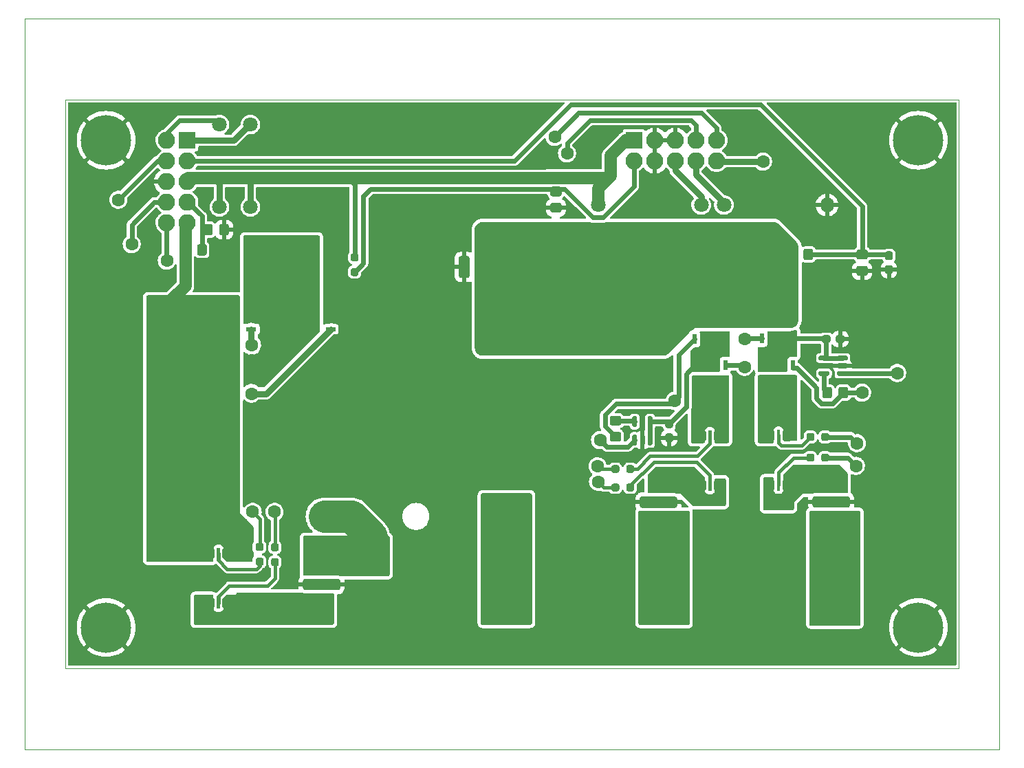
<source format=gbr>
%TF.GenerationSoftware,KiCad,Pcbnew,6.0.6*%
%TF.CreationDate,2023-02-28T14:47:05+01:00*%
%TF.ProjectId,power-dcdc,706f7765-722d-4646-9364-632e6b696361,rev?*%
%TF.SameCoordinates,Original*%
%TF.FileFunction,Copper,L2,Bot*%
%TF.FilePolarity,Positive*%
%FSLAX46Y46*%
G04 Gerber Fmt 4.6, Leading zero omitted, Abs format (unit mm)*
G04 Created by KiCad (PCBNEW 6.0.6) date 2023-02-28 14:47:05*
%MOMM*%
%LPD*%
G01*
G04 APERTURE LIST*
%TA.AperFunction,Profile*%
%ADD10C,0.100000*%
%TD*%
%TA.AperFunction,ComponentPad*%
%ADD11C,6.200000*%
%TD*%
%TA.AperFunction,ComponentPad*%
%ADD12R,2.600000X2.600000*%
%TD*%
%TA.AperFunction,ComponentPad*%
%ADD13C,2.600000*%
%TD*%
%TA.AperFunction,ComponentPad*%
%ADD14C,3.000000*%
%TD*%
%TA.AperFunction,ComponentPad*%
%ADD15R,2.100000X2.100000*%
%TD*%
%TA.AperFunction,ComponentPad*%
%ADD16O,2.100000X2.100000*%
%TD*%
%TA.AperFunction,ComponentPad*%
%ADD17C,1.800000*%
%TD*%
%TA.AperFunction,ComponentPad*%
%ADD18O,1.800000X1.800000*%
%TD*%
%TA.AperFunction,ComponentPad*%
%ADD19C,4.000000*%
%TD*%
%TA.AperFunction,SMDPad,CuDef*%
%ADD20R,0.610000X1.270000*%
%TD*%
%TA.AperFunction,SMDPad,CuDef*%
%ADD21R,0.610000X1.020000*%
%TD*%
%TA.AperFunction,SMDPad,CuDef*%
%ADD22R,3.910000X3.810000*%
%TD*%
%TA.AperFunction,SMDPad,CuDef*%
%ADD23R,1.270000X0.610000*%
%TD*%
%TA.AperFunction,SMDPad,CuDef*%
%ADD24R,1.020000X0.610000*%
%TD*%
%TA.AperFunction,SMDPad,CuDef*%
%ADD25R,3.810000X3.910000*%
%TD*%
%TA.AperFunction,SMDPad,CuDef*%
%ADD26R,2.300000X3.500000*%
%TD*%
%TA.AperFunction,SMDPad,CuDef*%
%ADD27R,3.500000X2.300000*%
%TD*%
%TA.AperFunction,ViaPad*%
%ADD28C,1.600000*%
%TD*%
%TA.AperFunction,Conductor*%
%ADD29C,4.000000*%
%TD*%
%TA.AperFunction,Conductor*%
%ADD30C,1.500000*%
%TD*%
%TA.AperFunction,Conductor*%
%ADD31C,0.800000*%
%TD*%
%TA.AperFunction,Conductor*%
%ADD32C,0.600000*%
%TD*%
%TA.AperFunction,Conductor*%
%ADD33C,0.400000*%
%TD*%
G04 APERTURE END LIST*
D10*
X50000000Y-80000000D02*
X160000000Y-80000000D01*
X160000000Y-80000000D02*
X160000000Y-150000000D01*
X160000000Y-150000000D02*
X50000000Y-150000000D01*
X50000000Y-150000000D02*
X50000000Y-80000000D01*
X45000000Y-70000000D02*
X165000000Y-70000000D01*
X165000000Y-70000000D02*
X165000000Y-160000000D01*
X165000000Y-160000000D02*
X45000000Y-160000000D01*
X45000000Y-160000000D02*
X45000000Y-70000000D01*
D11*
%TO.P,H1,1,1*%
%TO.N,GND*%
X55000000Y-85000000D03*
%TD*%
D12*
%TO.P,J4,1,Pin_1*%
%TO.N,GND*%
X114874000Y-142014000D03*
D13*
%TO.P,J4,2,Pin_2*%
%TO.N,Net-(C15-Pad1)*%
X124394000Y-142014000D03*
%TD*%
D14*
%TO.P,F1,1*%
%TO.N,Net-(F1-Pad1)*%
X104394000Y-131318000D03*
%TO.P,F1,2*%
%TO.N,Net-(C1-Pad3)*%
X81894000Y-131318000D03*
%TD*%
D15*
%TO.P,J2,1,Pin_1*%
%TO.N,+5V*%
X120000000Y-85000000D03*
D16*
%TO.P,J2,2,Pin_2*%
%TO.N,/TH*%
X120000000Y-87540000D03*
%TO.P,J2,3,Pin_3*%
%TO.N,GND*%
X122540000Y-85000000D03*
%TO.P,J2,4,Pin_4*%
X122540000Y-87540000D03*
%TO.P,J2,5,Pin_5*%
X125080000Y-85000000D03*
%TO.P,J2,6,Pin_6*%
%TO.N,/AL2*%
X125080000Y-87540000D03*
%TO.P,J2,7,Pin_7*%
%TO.N,/SDA*%
X127620000Y-85000000D03*
%TO.P,J2,8,Pin_8*%
%TO.N,/~{PAC_DOWN}*%
X127620000Y-87540000D03*
%TO.P,J2,9,Pin_9*%
%TO.N,/SCL*%
X130160000Y-85000000D03*
%TO.P,J2,10,Pin_10*%
%TO.N,/AL1*%
X130160000Y-87540000D03*
%TD*%
D11*
%TO.P,H4,1,1*%
%TO.N,GND*%
X155000000Y-145000000D03*
%TD*%
D17*
%TO.P,R11,1*%
%TO.N,/~{PAC_DOWN}*%
X131064000Y-92964000D03*
D18*
%TO.P,R11,2*%
%TO.N,GND*%
X143764000Y-92964000D03*
%TD*%
D12*
%TO.P,J5,1,Pin_1*%
%TO.N,GND*%
X134940000Y-142014000D03*
D13*
%TO.P,J5,2,Pin_2*%
%TO.N,Net-(C16-Pad1)*%
X144460000Y-142014000D03*
%TD*%
D19*
%TO.P,L1,1*%
%TO.N,Net-(C10-Pad1)*%
X77028000Y-99270000D03*
%TO.P,L1,2*%
%TO.N,Net-(C11-Pad1)*%
X107028000Y-99270000D03*
%TD*%
D15*
%TO.P,J3,1,Pin_1*%
%TO.N,/PWM_OK*%
X65000000Y-85000000D03*
D16*
%TO.P,J3,2,Pin_2*%
%TO.N,/PWM_OFF*%
X62460000Y-85000000D03*
%TO.P,J3,3,Pin_3*%
%TO.N,PWM_V*%
X65000000Y-87540000D03*
%TO.P,J3,4,Pin_4*%
%TO.N,/PWM*%
X62460000Y-87540000D03*
%TO.P,J3,5,Pin_5*%
%TO.N,+5V*%
X65000000Y-90080000D03*
%TO.P,J3,6,Pin_6*%
%TO.N,GND*%
X62460000Y-90080000D03*
%TO.P,J3,7,Pin_7*%
%TO.N,/Solar_V*%
X65000000Y-92620000D03*
%TO.P,J3,8,Pin_8*%
%TO.N,BATT2_ON*%
X62460000Y-92620000D03*
%TO.P,J3,9,Pin_9*%
%TO.N,/SOLAR_PWR*%
X65000000Y-95160000D03*
%TO.P,J3,10,Pin_10*%
%TO.N,BATT1_ON*%
X62460000Y-95160000D03*
%TD*%
D11*
%TO.P,H2,1,1*%
%TO.N,GND*%
X155000000Y-85000000D03*
%TD*%
D17*
%TO.P,R12,1*%
%TO.N,/AL2*%
X128270000Y-92964000D03*
%TO.P,R12,2*%
%TO.N,+5V*%
X115570000Y-92964000D03*
%TD*%
D12*
%TO.P,J1,1,Pin_1*%
%TO.N,GND*%
X94808000Y-142014000D03*
D13*
%TO.P,J1,2,Pin_2*%
%TO.N,Net-(F1-Pad1)*%
X104328000Y-142014000D03*
%TD*%
D17*
%TO.P,R1,1*%
%TO.N,/PWM_OK*%
X72771000Y-83058000D03*
%TO.P,R1,2*%
%TO.N,+5V*%
X72771000Y-93218000D03*
%TD*%
%TO.P,R7,1*%
%TO.N,/PWM_OFF*%
X68961000Y-83058000D03*
%TO.P,R7,2*%
%TO.N,+5V*%
X68961000Y-93218000D03*
%TD*%
D11*
%TO.P,H3,1,1*%
%TO.N,GND*%
X55000000Y-145000000D03*
%TD*%
D20*
%TO.P,Q3,1,S*%
%TO.N,Net-(C17-Pad1)*%
X127447000Y-112723500D03*
%TO.P,Q3,2,S*%
X128717000Y-112723500D03*
%TO.P,Q3,3,S*%
X129987000Y-112723500D03*
%TO.P,Q3,4,G*%
%TO.N,Net-(Q3-Pad4)*%
X131257000Y-112723500D03*
D21*
%TO.P,Q3,5,D*%
%TO.N,Net-(Q3-Pad5)*%
X131257000Y-118188500D03*
D22*
X129352000Y-116083500D03*
D21*
X127447000Y-118188500D03*
X128717000Y-118188500D03*
X129987000Y-118188500D03*
%TD*%
%TO.P,C18,1*%
%TO.N,Net-(C18-Pad1)*%
%TA.AperFunction,SMDPad,CuDef*%
G36*
G01*
X143126000Y-109711500D02*
X143126000Y-109236500D01*
G75*
G02*
X143363500Y-108999000I237500J0D01*
G01*
X143963500Y-108999000D01*
G75*
G02*
X144201000Y-109236500I0J-237500D01*
G01*
X144201000Y-109711500D01*
G75*
G02*
X143963500Y-109949000I-237500J0D01*
G01*
X143363500Y-109949000D01*
G75*
G02*
X143126000Y-109711500I0J237500D01*
G01*
G37*
%TD.AperFunction*%
%TO.P,C18,2*%
%TO.N,GND*%
%TA.AperFunction,SMDPad,CuDef*%
G36*
G01*
X144851000Y-109711500D02*
X144851000Y-109236500D01*
G75*
G02*
X145088500Y-108999000I237500J0D01*
G01*
X145688500Y-108999000D01*
G75*
G02*
X145926000Y-109236500I0J-237500D01*
G01*
X145926000Y-109711500D01*
G75*
G02*
X145688500Y-109949000I-237500J0D01*
G01*
X145088500Y-109949000D01*
G75*
G02*
X144851000Y-109711500I0J237500D01*
G01*
G37*
%TD.AperFunction*%
%TD*%
%TO.P,U4,1,~{in}*%
%TO.N,Net-(C17-Pad1)*%
%TA.AperFunction,SMDPad,CuDef*%
G36*
G01*
X122131000Y-122577000D02*
X121831000Y-122577000D01*
G75*
G02*
X121681000Y-122427000I0J150000D01*
G01*
X121681000Y-121402000D01*
G75*
G02*
X121831000Y-121252000I150000J0D01*
G01*
X122131000Y-121252000D01*
G75*
G02*
X122281000Y-121402000I0J-150000D01*
G01*
X122281000Y-122427000D01*
G75*
G02*
X122131000Y-122577000I-150000J0D01*
G01*
G37*
%TD.AperFunction*%
%TO.P,U4,2,COM*%
%TO.N,GND*%
%TA.AperFunction,SMDPad,CuDef*%
G36*
G01*
X121181000Y-122577000D02*
X120881000Y-122577000D01*
G75*
G02*
X120731000Y-122427000I0J150000D01*
G01*
X120731000Y-121402000D01*
G75*
G02*
X120881000Y-121252000I150000J0D01*
G01*
X121181000Y-121252000D01*
G75*
G02*
X121331000Y-121402000I0J-150000D01*
G01*
X121331000Y-122427000D01*
G75*
G02*
X121181000Y-122577000I-150000J0D01*
G01*
G37*
%TD.AperFunction*%
%TO.P,U4,3,in*%
%TO.N,BATT2_ON*%
%TA.AperFunction,SMDPad,CuDef*%
G36*
G01*
X120231000Y-122577000D02*
X119931000Y-122577000D01*
G75*
G02*
X119781000Y-122427000I0J150000D01*
G01*
X119781000Y-121402000D01*
G75*
G02*
X119931000Y-121252000I150000J0D01*
G01*
X120231000Y-121252000D01*
G75*
G02*
X120381000Y-121402000I0J-150000D01*
G01*
X120381000Y-122427000D01*
G75*
G02*
X120231000Y-122577000I-150000J0D01*
G01*
G37*
%TD.AperFunction*%
%TO.P,U4,4,~{out}*%
%TO.N,Net-(R15-Pad2)*%
%TA.AperFunction,SMDPad,CuDef*%
G36*
G01*
X120231000Y-120302000D02*
X119931000Y-120302000D01*
G75*
G02*
X119781000Y-120152000I0J150000D01*
G01*
X119781000Y-119127000D01*
G75*
G02*
X119931000Y-118977000I150000J0D01*
G01*
X120231000Y-118977000D01*
G75*
G02*
X120381000Y-119127000I0J-150000D01*
G01*
X120381000Y-120152000D01*
G75*
G02*
X120231000Y-120302000I-150000J0D01*
G01*
G37*
%TD.AperFunction*%
%TO.P,U4,5,Vcc*%
%TO.N,Net-(C17-Pad1)*%
%TA.AperFunction,SMDPad,CuDef*%
G36*
G01*
X122131000Y-120302000D02*
X121831000Y-120302000D01*
G75*
G02*
X121681000Y-120152000I0J150000D01*
G01*
X121681000Y-119127000D01*
G75*
G02*
X121831000Y-118977000I150000J0D01*
G01*
X122131000Y-118977000D01*
G75*
G02*
X122281000Y-119127000I0J-150000D01*
G01*
X122281000Y-120152000D01*
G75*
G02*
X122131000Y-120302000I-150000J0D01*
G01*
G37*
%TD.AperFunction*%
%TD*%
D20*
%TO.P,Q6,1,S*%
%TO.N,Net-(C18-Pad1)*%
X139573000Y-109422000D03*
%TO.P,Q6,2,S*%
X138303000Y-109422000D03*
%TO.P,Q6,3,S*%
X137033000Y-109422000D03*
%TO.P,Q6,4,G*%
%TO.N,Net-(Q4-Pad4)*%
X135763000Y-109422000D03*
D22*
%TO.P,Q6,5,D*%
%TO.N,Net-(C11-Pad1)*%
X137668000Y-106062000D03*
D21*
X138303000Y-103957000D03*
X137033000Y-103957000D03*
X139573000Y-103957000D03*
X135763000Y-103957000D03*
%TD*%
D23*
%TO.P,Q1,1,S*%
%TO.N,Net-(C10-Pad1)*%
X72884000Y-104454999D03*
%TO.P,Q1,2,S*%
X72884000Y-105724999D03*
%TO.P,Q1,3,S*%
X72884000Y-106994999D03*
%TO.P,Q1,4,G*%
%TO.N,Net-(Q1-Pad4)*%
X72884000Y-108264999D03*
D24*
%TO.P,Q1,5,D*%
%TO.N,/SOLAR_PWR*%
X67419000Y-108264999D03*
X67419000Y-104454999D03*
X67419000Y-105724999D03*
D25*
X69524000Y-106359999D03*
D24*
X67419000Y-106994999D03*
%TD*%
%TO.P,F2,1*%
%TO.N,Net-(F2-Pad1)*%
%TA.AperFunction,SMDPad,CuDef*%
G36*
G01*
X73676500Y-134591600D02*
X74151500Y-134591600D01*
G75*
G02*
X74389000Y-134829100I0J-237500D01*
G01*
X74389000Y-135329100D01*
G75*
G02*
X74151500Y-135566600I-237500J0D01*
G01*
X73676500Y-135566600D01*
G75*
G02*
X73439000Y-135329100I0J237500D01*
G01*
X73439000Y-134829100D01*
G75*
G02*
X73676500Y-134591600I237500J0D01*
G01*
G37*
%TD.AperFunction*%
%TO.P,F2,2*%
%TO.N,Net-(F2-Pad2)*%
%TA.AperFunction,SMDPad,CuDef*%
G36*
G01*
X73676500Y-136416600D02*
X74151500Y-136416600D01*
G75*
G02*
X74389000Y-136654100I0J-237500D01*
G01*
X74389000Y-137154100D01*
G75*
G02*
X74151500Y-137391600I-237500J0D01*
G01*
X73676500Y-137391600D01*
G75*
G02*
X73439000Y-137154100I0J237500D01*
G01*
X73439000Y-136654100D01*
G75*
G02*
X73676500Y-136416600I237500J0D01*
G01*
G37*
%TD.AperFunction*%
%TD*%
%TO.P,R18,1*%
%TO.N,PWM_V*%
%TA.AperFunction,SMDPad,CuDef*%
G36*
G01*
X147632000Y-98476000D02*
X148532000Y-98476000D01*
G75*
G02*
X148782000Y-98726000I0J-250000D01*
G01*
X148782000Y-99426000D01*
G75*
G02*
X148532000Y-99676000I-250000J0D01*
G01*
X147632000Y-99676000D01*
G75*
G02*
X147382000Y-99426000I0J250000D01*
G01*
X147382000Y-98726000D01*
G75*
G02*
X147632000Y-98476000I250000J0D01*
G01*
G37*
%TD.AperFunction*%
%TO.P,R18,2*%
%TO.N,GND*%
%TA.AperFunction,SMDPad,CuDef*%
G36*
G01*
X147632000Y-100476000D02*
X148532000Y-100476000D01*
G75*
G02*
X148782000Y-100726000I0J-250000D01*
G01*
X148782000Y-101426000D01*
G75*
G02*
X148532000Y-101676000I-250000J0D01*
G01*
X147632000Y-101676000D01*
G75*
G02*
X147382000Y-101426000I0J250000D01*
G01*
X147382000Y-100726000D01*
G75*
G02*
X147632000Y-100476000I250000J0D01*
G01*
G37*
%TD.AperFunction*%
%TD*%
D26*
%TO.P,D1,1,A1*%
%TO.N,Net-(C1-Pad3)*%
X87630000Y-136492000D03*
%TO.P,D1,2,A2*%
%TO.N,GND*%
X87630000Y-141892000D03*
%TD*%
%TO.P,C13,1*%
%TO.N,Net-(C11-Pad1)*%
%TA.AperFunction,SMDPad,CuDef*%
G36*
G01*
X106300000Y-103714000D02*
X107700000Y-103714000D01*
G75*
G02*
X107950000Y-103964000I0J-250000D01*
G01*
X107950000Y-107864000D01*
G75*
G02*
X107700000Y-108114000I-250000J0D01*
G01*
X106300000Y-108114000D01*
G75*
G02*
X106050000Y-107864000I0J250000D01*
G01*
X106050000Y-103964000D01*
G75*
G02*
X106300000Y-103714000I250000J0D01*
G01*
G37*
%TD.AperFunction*%
%TO.P,C13,2*%
%TO.N,GND*%
%TA.AperFunction,SMDPad,CuDef*%
G36*
G01*
X106300000Y-112414000D02*
X107700000Y-112414000D01*
G75*
G02*
X107950000Y-112664000I0J-250000D01*
G01*
X107950000Y-116564000D01*
G75*
G02*
X107700000Y-116814000I-250000J0D01*
G01*
X106300000Y-116814000D01*
G75*
G02*
X106050000Y-116564000I0J250000D01*
G01*
X106050000Y-112664000D01*
G75*
G02*
X106300000Y-112414000I250000J0D01*
G01*
G37*
%TD.AperFunction*%
%TD*%
%TO.P,C11,1*%
%TO.N,Net-(C11-Pad1)*%
%TA.AperFunction,SMDPad,CuDef*%
G36*
G01*
X102875000Y-96406000D02*
X102875000Y-97706000D01*
G75*
G02*
X102625000Y-97956000I-250000J0D01*
G01*
X101800000Y-97956000D01*
G75*
G02*
X101550000Y-97706000I0J250000D01*
G01*
X101550000Y-96406000D01*
G75*
G02*
X101800000Y-96156000I250000J0D01*
G01*
X102625000Y-96156000D01*
G75*
G02*
X102875000Y-96406000I0J-250000D01*
G01*
G37*
%TD.AperFunction*%
%TO.P,C11,2*%
%TO.N,GND*%
%TA.AperFunction,SMDPad,CuDef*%
G36*
G01*
X99750000Y-96406000D02*
X99750000Y-97706000D01*
G75*
G02*
X99500000Y-97956000I-250000J0D01*
G01*
X98675000Y-97956000D01*
G75*
G02*
X98425000Y-97706000I0J250000D01*
G01*
X98425000Y-96406000D01*
G75*
G02*
X98675000Y-96156000I250000J0D01*
G01*
X99500000Y-96156000D01*
G75*
G02*
X99750000Y-96406000I0J-250000D01*
G01*
G37*
%TD.AperFunction*%
%TD*%
%TO.P,C14,1*%
%TO.N,Net-(C11-Pad1)*%
%TA.AperFunction,SMDPad,CuDef*%
G36*
G01*
X119000000Y-103714000D02*
X120400000Y-103714000D01*
G75*
G02*
X120650000Y-103964000I0J-250000D01*
G01*
X120650000Y-107864000D01*
G75*
G02*
X120400000Y-108114000I-250000J0D01*
G01*
X119000000Y-108114000D01*
G75*
G02*
X118750000Y-107864000I0J250000D01*
G01*
X118750000Y-103964000D01*
G75*
G02*
X119000000Y-103714000I250000J0D01*
G01*
G37*
%TD.AperFunction*%
%TO.P,C14,2*%
%TO.N,GND*%
%TA.AperFunction,SMDPad,CuDef*%
G36*
G01*
X119000000Y-112414000D02*
X120400000Y-112414000D01*
G75*
G02*
X120650000Y-112664000I0J-250000D01*
G01*
X120650000Y-116564000D01*
G75*
G02*
X120400000Y-116814000I-250000J0D01*
G01*
X119000000Y-116814000D01*
G75*
G02*
X118750000Y-116564000I0J250000D01*
G01*
X118750000Y-112664000D01*
G75*
G02*
X119000000Y-112414000I250000J0D01*
G01*
G37*
%TD.AperFunction*%
%TD*%
%TO.P,C5,1*%
%TO.N,/SOLAR_PWR*%
%TA.AperFunction,SMDPad,CuDef*%
G36*
G01*
X66526000Y-130872000D02*
X66526000Y-132272000D01*
G75*
G02*
X66276000Y-132522000I-250000J0D01*
G01*
X62376000Y-132522000D01*
G75*
G02*
X62126000Y-132272000I0J250000D01*
G01*
X62126000Y-130872000D01*
G75*
G02*
X62376000Y-130622000I250000J0D01*
G01*
X66276000Y-130622000D01*
G75*
G02*
X66526000Y-130872000I0J-250000D01*
G01*
G37*
%TD.AperFunction*%
%TO.P,C5,2*%
%TO.N,GND*%
%TA.AperFunction,SMDPad,CuDef*%
G36*
G01*
X57826000Y-130872000D02*
X57826000Y-132272000D01*
G75*
G02*
X57576000Y-132522000I-250000J0D01*
G01*
X53676000Y-132522000D01*
G75*
G02*
X53426000Y-132272000I0J250000D01*
G01*
X53426000Y-130872000D01*
G75*
G02*
X53676000Y-130622000I250000J0D01*
G01*
X57576000Y-130622000D01*
G75*
G02*
X57826000Y-130872000I0J-250000D01*
G01*
G37*
%TD.AperFunction*%
%TD*%
%TO.P,R15,1*%
%TO.N,Net-(Q3-Pad4)*%
%TA.AperFunction,SMDPad,CuDef*%
G36*
G01*
X118179000Y-122123000D02*
X117279000Y-122123000D01*
G75*
G02*
X117029000Y-121873000I0J250000D01*
G01*
X117029000Y-121173000D01*
G75*
G02*
X117279000Y-120923000I250000J0D01*
G01*
X118179000Y-120923000D01*
G75*
G02*
X118429000Y-121173000I0J-250000D01*
G01*
X118429000Y-121873000D01*
G75*
G02*
X118179000Y-122123000I-250000J0D01*
G01*
G37*
%TD.AperFunction*%
%TO.P,R15,2*%
%TO.N,Net-(R15-Pad2)*%
%TA.AperFunction,SMDPad,CuDef*%
G36*
G01*
X118179000Y-120123000D02*
X117279000Y-120123000D01*
G75*
G02*
X117029000Y-119873000I0J250000D01*
G01*
X117029000Y-119173000D01*
G75*
G02*
X117279000Y-118923000I250000J0D01*
G01*
X118179000Y-118923000D01*
G75*
G02*
X118429000Y-119173000I0J-250000D01*
G01*
X118429000Y-119873000D01*
G75*
G02*
X118179000Y-120123000I-250000J0D01*
G01*
G37*
%TD.AperFunction*%
%TD*%
D23*
%TO.P,Q2,1,S*%
%TO.N,GND*%
X82680000Y-104454999D03*
%TO.P,Q2,2,S*%
X82680000Y-105724999D03*
%TO.P,Q2,3,S*%
X82680000Y-106994999D03*
%TO.P,Q2,4,G*%
%TO.N,Net-(Q2-Pad4)*%
X82680000Y-108264999D03*
D25*
%TO.P,Q2,5,D*%
%TO.N,Net-(C10-Pad1)*%
X79320000Y-106359999D03*
D24*
X77215000Y-106994999D03*
X77215000Y-108264999D03*
X77215000Y-104454999D03*
X77215000Y-105724999D03*
%TD*%
%TO.P,R2,1*%
%TO.N,/Solar_V*%
%TA.AperFunction,SMDPad,CuDef*%
G36*
G01*
X67411399Y-98051199D02*
X67411399Y-98951199D01*
G75*
G02*
X67161399Y-99201199I-250000J0D01*
G01*
X66461399Y-99201199D01*
G75*
G02*
X66211399Y-98951199I0J250000D01*
G01*
X66211399Y-98051199D01*
G75*
G02*
X66461399Y-97801199I250000J0D01*
G01*
X67161399Y-97801199D01*
G75*
G02*
X67411399Y-98051199I0J-250000D01*
G01*
G37*
%TD.AperFunction*%
%TO.P,R2,2*%
%TO.N,/SOLAR_PWR*%
%TA.AperFunction,SMDPad,CuDef*%
G36*
G01*
X65411399Y-98051199D02*
X65411399Y-98951199D01*
G75*
G02*
X65161399Y-99201199I-250000J0D01*
G01*
X64461399Y-99201199D01*
G75*
G02*
X64211399Y-98951199I0J250000D01*
G01*
X64211399Y-98051199D01*
G75*
G02*
X64461399Y-97801199I250000J0D01*
G01*
X65161399Y-97801199D01*
G75*
G02*
X65411399Y-98051199I0J-250000D01*
G01*
G37*
%TD.AperFunction*%
%TD*%
%TO.P,U5,1,~{in}*%
%TO.N,Net-(C18-Pad1)*%
%TA.AperFunction,SMDPad,CuDef*%
G36*
G01*
X146326000Y-111676000D02*
X146326000Y-111976000D01*
G75*
G02*
X146176000Y-112126000I-150000J0D01*
G01*
X145151000Y-112126000D01*
G75*
G02*
X145001000Y-111976000I0J150000D01*
G01*
X145001000Y-111676000D01*
G75*
G02*
X145151000Y-111526000I150000J0D01*
G01*
X146176000Y-111526000D01*
G75*
G02*
X146326000Y-111676000I0J-150000D01*
G01*
G37*
%TD.AperFunction*%
%TO.P,U5,2,COM*%
%TO.N,GND*%
%TA.AperFunction,SMDPad,CuDef*%
G36*
G01*
X146326000Y-112626000D02*
X146326000Y-112926000D01*
G75*
G02*
X146176000Y-113076000I-150000J0D01*
G01*
X145151000Y-113076000D01*
G75*
G02*
X145001000Y-112926000I0J150000D01*
G01*
X145001000Y-112626000D01*
G75*
G02*
X145151000Y-112476000I150000J0D01*
G01*
X146176000Y-112476000D01*
G75*
G02*
X146326000Y-112626000I0J-150000D01*
G01*
G37*
%TD.AperFunction*%
%TO.P,U5,3,in*%
%TO.N,BATT1_ON*%
%TA.AperFunction,SMDPad,CuDef*%
G36*
G01*
X146326000Y-113576000D02*
X146326000Y-113876000D01*
G75*
G02*
X146176000Y-114026000I-150000J0D01*
G01*
X145151000Y-114026000D01*
G75*
G02*
X145001000Y-113876000I0J150000D01*
G01*
X145001000Y-113576000D01*
G75*
G02*
X145151000Y-113426000I150000J0D01*
G01*
X146176000Y-113426000D01*
G75*
G02*
X146326000Y-113576000I0J-150000D01*
G01*
G37*
%TD.AperFunction*%
%TO.P,U5,4,~{out}*%
%TO.N,Net-(R16-Pad2)*%
%TA.AperFunction,SMDPad,CuDef*%
G36*
G01*
X144051000Y-113576000D02*
X144051000Y-113876000D01*
G75*
G02*
X143901000Y-114026000I-150000J0D01*
G01*
X142876000Y-114026000D01*
G75*
G02*
X142726000Y-113876000I0J150000D01*
G01*
X142726000Y-113576000D01*
G75*
G02*
X142876000Y-113426000I150000J0D01*
G01*
X143901000Y-113426000D01*
G75*
G02*
X144051000Y-113576000I0J-150000D01*
G01*
G37*
%TD.AperFunction*%
%TO.P,U5,5,Vcc*%
%TO.N,Net-(C18-Pad1)*%
%TA.AperFunction,SMDPad,CuDef*%
G36*
G01*
X144051000Y-111676000D02*
X144051000Y-111976000D01*
G75*
G02*
X143901000Y-112126000I-150000J0D01*
G01*
X142876000Y-112126000D01*
G75*
G02*
X142726000Y-111976000I0J150000D01*
G01*
X142726000Y-111676000D01*
G75*
G02*
X142876000Y-111526000I150000J0D01*
G01*
X143901000Y-111526000D01*
G75*
G02*
X144051000Y-111676000I0J-150000D01*
G01*
G37*
%TD.AperFunction*%
%TD*%
%TO.P,F7,1*%
%TO.N,Net-(F7-Pad1)*%
%TA.AperFunction,SMDPad,CuDef*%
G36*
G01*
X141221000Y-124316500D02*
X141221000Y-123841500D01*
G75*
G02*
X141458500Y-123604000I237500J0D01*
G01*
X141958500Y-123604000D01*
G75*
G02*
X142196000Y-123841500I0J-237500D01*
G01*
X142196000Y-124316500D01*
G75*
G02*
X141958500Y-124554000I-237500J0D01*
G01*
X141458500Y-124554000D01*
G75*
G02*
X141221000Y-124316500I0J237500D01*
G01*
G37*
%TD.AperFunction*%
%TO.P,F7,2*%
%TO.N,Net-(F7-Pad2)*%
%TA.AperFunction,SMDPad,CuDef*%
G36*
G01*
X143046000Y-124316500D02*
X143046000Y-123841500D01*
G75*
G02*
X143283500Y-123604000I237500J0D01*
G01*
X143783500Y-123604000D01*
G75*
G02*
X144021000Y-123841500I0J-237500D01*
G01*
X144021000Y-124316500D01*
G75*
G02*
X143783500Y-124554000I-237500J0D01*
G01*
X143283500Y-124554000D01*
G75*
G02*
X143046000Y-124316500I0J237500D01*
G01*
G37*
%TD.AperFunction*%
%TD*%
D20*
%TO.P,Q5,1,S*%
%TO.N,Net-(C17-Pad1)*%
X131257000Y-109477000D03*
%TO.P,Q5,2,S*%
X129987000Y-109477000D03*
%TO.P,Q5,3,S*%
X128717000Y-109477000D03*
%TO.P,Q5,4,G*%
%TO.N,Net-(Q3-Pad4)*%
X127447000Y-109477000D03*
D21*
%TO.P,Q5,5,D*%
%TO.N,Net-(C11-Pad1)*%
X131257000Y-104012000D03*
X128717000Y-104012000D03*
D22*
X129352000Y-106117000D03*
D21*
X129987000Y-104012000D03*
X127447000Y-104012000D03*
%TD*%
%TO.P,R3,1*%
%TO.N,GND*%
%TA.AperFunction,SMDPad,CuDef*%
G36*
G01*
X70129200Y-95562000D02*
X70129200Y-96462000D01*
G75*
G02*
X69879200Y-96712000I-250000J0D01*
G01*
X69179200Y-96712000D01*
G75*
G02*
X68929200Y-96462000I0J250000D01*
G01*
X68929200Y-95562000D01*
G75*
G02*
X69179200Y-95312000I250000J0D01*
G01*
X69879200Y-95312000D01*
G75*
G02*
X70129200Y-95562000I0J-250000D01*
G01*
G37*
%TD.AperFunction*%
%TO.P,R3,2*%
%TO.N,/Solar_V*%
%TA.AperFunction,SMDPad,CuDef*%
G36*
G01*
X68129200Y-95562000D02*
X68129200Y-96462000D01*
G75*
G02*
X67879200Y-96712000I-250000J0D01*
G01*
X67179200Y-96712000D01*
G75*
G02*
X66929200Y-96462000I0J250000D01*
G01*
X66929200Y-95562000D01*
G75*
G02*
X67179200Y-95312000I250000J0D01*
G01*
X67879200Y-95312000D01*
G75*
G02*
X68129200Y-95562000I0J-250000D01*
G01*
G37*
%TD.AperFunction*%
%TD*%
%TO.P,F3,1*%
%TO.N,Net-(F3-Pad1)*%
%TA.AperFunction,SMDPad,CuDef*%
G36*
G01*
X75556100Y-134642400D02*
X76031100Y-134642400D01*
G75*
G02*
X76268600Y-134879900I0J-237500D01*
G01*
X76268600Y-135379900D01*
G75*
G02*
X76031100Y-135617400I-237500J0D01*
G01*
X75556100Y-135617400D01*
G75*
G02*
X75318600Y-135379900I0J237500D01*
G01*
X75318600Y-134879900D01*
G75*
G02*
X75556100Y-134642400I237500J0D01*
G01*
G37*
%TD.AperFunction*%
%TO.P,F3,2*%
%TO.N,Net-(F3-Pad2)*%
%TA.AperFunction,SMDPad,CuDef*%
G36*
G01*
X75556100Y-136467400D02*
X76031100Y-136467400D01*
G75*
G02*
X76268600Y-136704900I0J-237500D01*
G01*
X76268600Y-137204900D01*
G75*
G02*
X76031100Y-137442400I-237500J0D01*
G01*
X75556100Y-137442400D01*
G75*
G02*
X75318600Y-137204900I0J237500D01*
G01*
X75318600Y-136704900D01*
G75*
G02*
X75556100Y-136467400I237500J0D01*
G01*
G37*
%TD.AperFunction*%
%TD*%
%TO.P,C3,1*%
%TO.N,/SOLAR_PWR*%
%TA.AperFunction,SMDPad,CuDef*%
G36*
G01*
X62207500Y-105522000D02*
X62207500Y-106822000D01*
G75*
G02*
X61957500Y-107072000I-250000J0D01*
G01*
X61132500Y-107072000D01*
G75*
G02*
X60882500Y-106822000I0J250000D01*
G01*
X60882500Y-105522000D01*
G75*
G02*
X61132500Y-105272000I250000J0D01*
G01*
X61957500Y-105272000D01*
G75*
G02*
X62207500Y-105522000I0J-250000D01*
G01*
G37*
%TD.AperFunction*%
%TO.P,C3,2*%
%TO.N,GND*%
%TA.AperFunction,SMDPad,CuDef*%
G36*
G01*
X59082500Y-105522000D02*
X59082500Y-106822000D01*
G75*
G02*
X58832500Y-107072000I-250000J0D01*
G01*
X58007500Y-107072000D01*
G75*
G02*
X57757500Y-106822000I0J250000D01*
G01*
X57757500Y-105522000D01*
G75*
G02*
X58007500Y-105272000I250000J0D01*
G01*
X58832500Y-105272000D01*
G75*
G02*
X59082500Y-105522000I0J-250000D01*
G01*
G37*
%TD.AperFunction*%
%TD*%
%TO.P,C4,1*%
%TO.N,/SOLAR_PWR*%
%TA.AperFunction,SMDPad,CuDef*%
G36*
G01*
X62207500Y-108824000D02*
X62207500Y-110124000D01*
G75*
G02*
X61957500Y-110374000I-250000J0D01*
G01*
X61132500Y-110374000D01*
G75*
G02*
X60882500Y-110124000I0J250000D01*
G01*
X60882500Y-108824000D01*
G75*
G02*
X61132500Y-108574000I250000J0D01*
G01*
X61957500Y-108574000D01*
G75*
G02*
X62207500Y-108824000I0J-250000D01*
G01*
G37*
%TD.AperFunction*%
%TO.P,C4,2*%
%TO.N,GND*%
%TA.AperFunction,SMDPad,CuDef*%
G36*
G01*
X59082500Y-108824000D02*
X59082500Y-110124000D01*
G75*
G02*
X58832500Y-110374000I-250000J0D01*
G01*
X58007500Y-110374000D01*
G75*
G02*
X57757500Y-110124000I0J250000D01*
G01*
X57757500Y-108824000D01*
G75*
G02*
X58007500Y-108574000I250000J0D01*
G01*
X58832500Y-108574000D01*
G75*
G02*
X59082500Y-108824000I0J-250000D01*
G01*
G37*
%TD.AperFunction*%
%TD*%
%TO.P,R14,1,1*%
%TO.N,/BATT1+*%
%TA.AperFunction,SMDPad,CuDef*%
G36*
G01*
X137105200Y-128155000D02*
X136334800Y-128155000D01*
G75*
G02*
X136120000Y-127940200I0J214800D01*
G01*
X136120000Y-126969800D01*
G75*
G02*
X136334800Y-126755000I214800J0D01*
G01*
X137105200Y-126755000D01*
G75*
G02*
X137320000Y-126969800I0J-214800D01*
G01*
X137320000Y-127940200D01*
G75*
G02*
X137105200Y-128155000I-214800J0D01*
G01*
G37*
%TD.AperFunction*%
%TA.AperFunction,SMDPad,CuDef*%
G36*
G01*
X139255200Y-128155000D02*
X138484800Y-128155000D01*
G75*
G02*
X138270000Y-127940200I0J214800D01*
G01*
X138270000Y-126969800D01*
G75*
G02*
X138484800Y-126755000I214800J0D01*
G01*
X139255200Y-126755000D01*
G75*
G02*
X139470000Y-126969800I0J-214800D01*
G01*
X139470000Y-127940200D01*
G75*
G02*
X139255200Y-128155000I-214800J0D01*
G01*
G37*
%TD.AperFunction*%
%TO.P,R14,2,2*%
%TO.N,Net-(F7-Pad1)*%
%TA.AperFunction,SMDPad,CuDef*%
G36*
G01*
X137923400Y-128155000D02*
X137666600Y-128155000D01*
G75*
G02*
X137595000Y-128083400I0J71600D01*
G01*
X137595000Y-126826600D01*
G75*
G02*
X137666600Y-126755000I71600J0D01*
G01*
X137923400Y-126755000D01*
G75*
G02*
X137995000Y-126826600I0J-71600D01*
G01*
X137995000Y-128083400D01*
G75*
G02*
X137923400Y-128155000I-71600J0D01*
G01*
G37*
%TD.AperFunction*%
%TO.P,R14,3,3*%
%TO.N,Net-(F6-Pad1)*%
%TA.AperFunction,SMDPad,CuDef*%
G36*
G01*
X137923400Y-122055000D02*
X137666600Y-122055000D01*
G75*
G02*
X137595000Y-121983400I0J71600D01*
G01*
X137595000Y-120726600D01*
G75*
G02*
X137666600Y-120655000I71600J0D01*
G01*
X137923400Y-120655000D01*
G75*
G02*
X137995000Y-120726600I0J-71600D01*
G01*
X137995000Y-121983400D01*
G75*
G02*
X137923400Y-122055000I-71600J0D01*
G01*
G37*
%TD.AperFunction*%
%TO.P,R14,4,4*%
%TO.N,Net-(Q4-Pad5)*%
%TA.AperFunction,SMDPad,CuDef*%
G36*
G01*
X139255200Y-122055000D02*
X138484800Y-122055000D01*
G75*
G02*
X138270000Y-121840200I0J214800D01*
G01*
X138270000Y-120869800D01*
G75*
G02*
X138484800Y-120655000I214800J0D01*
G01*
X139255200Y-120655000D01*
G75*
G02*
X139470000Y-120869800I0J-214800D01*
G01*
X139470000Y-121840200D01*
G75*
G02*
X139255200Y-122055000I-214800J0D01*
G01*
G37*
%TD.AperFunction*%
%TA.AperFunction,SMDPad,CuDef*%
G36*
G01*
X137105200Y-122055000D02*
X136334800Y-122055000D01*
G75*
G02*
X136120000Y-121840200I0J214800D01*
G01*
X136120000Y-120869800D01*
G75*
G02*
X136334800Y-120655000I214800J0D01*
G01*
X137105200Y-120655000D01*
G75*
G02*
X137320000Y-120869800I0J-214800D01*
G01*
X137320000Y-121840200D01*
G75*
G02*
X137105200Y-122055000I-214800J0D01*
G01*
G37*
%TD.AperFunction*%
%TD*%
%TO.P,C1,1,1*%
%TO.N,/SOLAR+*%
%TA.AperFunction,SMDPad,CuDef*%
G36*
G01*
X81938717Y-143150000D02*
X81129283Y-143150000D01*
G75*
G02*
X80884000Y-142904717I0J245283D01*
G01*
X80884000Y-141195283D01*
G75*
G02*
X81129283Y-140950000I245283J0D01*
G01*
X81938717Y-140950000D01*
G75*
G02*
X82184000Y-141195283I0J-245283D01*
G01*
X82184000Y-142904717D01*
G75*
G02*
X81938717Y-143150000I-245283J0D01*
G01*
G37*
%TD.AperFunction*%
%TO.P,C1,2,2*%
%TO.N,GND*%
%TA.AperFunction,SMDPad,CuDef*%
G36*
G01*
X83569849Y-140400000D02*
X79498151Y-140400000D01*
G75*
G02*
X79234000Y-140135849I0J264151D01*
G01*
X79234000Y-139264151D01*
G75*
G02*
X79498151Y-139000000I264151J0D01*
G01*
X83569849Y-139000000D01*
G75*
G02*
X83834000Y-139264151I0J-264151D01*
G01*
X83834000Y-140135849D01*
G75*
G02*
X83569849Y-140400000I-264151J0D01*
G01*
G37*
%TD.AperFunction*%
%TO.P,C1,3,3*%
%TO.N,Net-(C1-Pad3)*%
%TA.AperFunction,SMDPad,CuDef*%
G36*
G01*
X81938717Y-138450000D02*
X81129283Y-138450000D01*
G75*
G02*
X80884000Y-138204717I0J245283D01*
G01*
X80884000Y-136495283D01*
G75*
G02*
X81129283Y-136250000I245283J0D01*
G01*
X81938717Y-136250000D01*
G75*
G02*
X82184000Y-136495283I0J-245283D01*
G01*
X82184000Y-138204717D01*
G75*
G02*
X81938717Y-138450000I-245283J0D01*
G01*
G37*
%TD.AperFunction*%
%TD*%
%TO.P,R16,1*%
%TO.N,Net-(Q4-Pad4)*%
%TA.AperFunction,SMDPad,CuDef*%
G36*
G01*
X146380000Y-115628000D02*
X146380000Y-116528000D01*
G75*
G02*
X146130000Y-116778000I-250000J0D01*
G01*
X145430000Y-116778000D01*
G75*
G02*
X145180000Y-116528000I0J250000D01*
G01*
X145180000Y-115628000D01*
G75*
G02*
X145430000Y-115378000I250000J0D01*
G01*
X146130000Y-115378000D01*
G75*
G02*
X146380000Y-115628000I0J-250000D01*
G01*
G37*
%TD.AperFunction*%
%TO.P,R16,2*%
%TO.N,Net-(R16-Pad2)*%
%TA.AperFunction,SMDPad,CuDef*%
G36*
G01*
X144380000Y-115628000D02*
X144380000Y-116528000D01*
G75*
G02*
X144130000Y-116778000I-250000J0D01*
G01*
X143430000Y-116778000D01*
G75*
G02*
X143180000Y-116528000I0J250000D01*
G01*
X143180000Y-115628000D01*
G75*
G02*
X143430000Y-115378000I250000J0D01*
G01*
X144130000Y-115378000D01*
G75*
G02*
X144380000Y-115628000I0J-250000D01*
G01*
G37*
%TD.AperFunction*%
%TD*%
%TO.P,F4,1*%
%TO.N,Net-(F4-Pad1)*%
%TA.AperFunction,SMDPad,CuDef*%
G36*
G01*
X120018000Y-125238500D02*
X120018000Y-125713500D01*
G75*
G02*
X119780500Y-125951000I-237500J0D01*
G01*
X119280500Y-125951000D01*
G75*
G02*
X119043000Y-125713500I0J237500D01*
G01*
X119043000Y-125238500D01*
G75*
G02*
X119280500Y-125001000I237500J0D01*
G01*
X119780500Y-125001000D01*
G75*
G02*
X120018000Y-125238500I0J-237500D01*
G01*
G37*
%TD.AperFunction*%
%TO.P,F4,2*%
%TO.N,Net-(F4-Pad2)*%
%TA.AperFunction,SMDPad,CuDef*%
G36*
G01*
X118193000Y-125238500D02*
X118193000Y-125713500D01*
G75*
G02*
X117955500Y-125951000I-237500J0D01*
G01*
X117455500Y-125951000D01*
G75*
G02*
X117218000Y-125713500I0J237500D01*
G01*
X117218000Y-125238500D01*
G75*
G02*
X117455500Y-125001000I237500J0D01*
G01*
X117955500Y-125001000D01*
G75*
G02*
X118193000Y-125238500I0J-237500D01*
G01*
G37*
%TD.AperFunction*%
%TD*%
%TO.P,R5,1,1*%
%TO.N,/SOLAR_PWR*%
%TA.AperFunction,SMDPad,CuDef*%
G36*
G01*
X69523800Y-135188000D02*
X70294200Y-135188000D01*
G75*
G02*
X70509000Y-135402800I0J-214800D01*
G01*
X70509000Y-136373200D01*
G75*
G02*
X70294200Y-136588000I-214800J0D01*
G01*
X69523800Y-136588000D01*
G75*
G02*
X69309000Y-136373200I0J214800D01*
G01*
X69309000Y-135402800D01*
G75*
G02*
X69523800Y-135188000I214800J0D01*
G01*
G37*
%TD.AperFunction*%
%TA.AperFunction,SMDPad,CuDef*%
G36*
G01*
X67373800Y-135188000D02*
X68144200Y-135188000D01*
G75*
G02*
X68359000Y-135402800I0J-214800D01*
G01*
X68359000Y-136373200D01*
G75*
G02*
X68144200Y-136588000I-214800J0D01*
G01*
X67373800Y-136588000D01*
G75*
G02*
X67159000Y-136373200I0J214800D01*
G01*
X67159000Y-135402800D01*
G75*
G02*
X67373800Y-135188000I214800J0D01*
G01*
G37*
%TD.AperFunction*%
%TO.P,R5,2,2*%
%TO.N,Net-(F2-Pad2)*%
%TA.AperFunction,SMDPad,CuDef*%
G36*
G01*
X68705600Y-135188000D02*
X68962400Y-135188000D01*
G75*
G02*
X69034000Y-135259600I0J-71600D01*
G01*
X69034000Y-136516400D01*
G75*
G02*
X68962400Y-136588000I-71600J0D01*
G01*
X68705600Y-136588000D01*
G75*
G02*
X68634000Y-136516400I0J71600D01*
G01*
X68634000Y-135259600D01*
G75*
G02*
X68705600Y-135188000I71600J0D01*
G01*
G37*
%TD.AperFunction*%
%TO.P,R5,3,3*%
%TO.N,Net-(F3-Pad2)*%
%TA.AperFunction,SMDPad,CuDef*%
G36*
G01*
X68705600Y-141288000D02*
X68962400Y-141288000D01*
G75*
G02*
X69034000Y-141359600I0J-71600D01*
G01*
X69034000Y-142616400D01*
G75*
G02*
X68962400Y-142688000I-71600J0D01*
G01*
X68705600Y-142688000D01*
G75*
G02*
X68634000Y-142616400I0J71600D01*
G01*
X68634000Y-141359600D01*
G75*
G02*
X68705600Y-141288000I71600J0D01*
G01*
G37*
%TD.AperFunction*%
%TO.P,R5,4,4*%
%TO.N,/SOLAR+*%
%TA.AperFunction,SMDPad,CuDef*%
G36*
G01*
X67373800Y-141288000D02*
X68144200Y-141288000D01*
G75*
G02*
X68359000Y-141502800I0J-214800D01*
G01*
X68359000Y-142473200D01*
G75*
G02*
X68144200Y-142688000I-214800J0D01*
G01*
X67373800Y-142688000D01*
G75*
G02*
X67159000Y-142473200I0J214800D01*
G01*
X67159000Y-141502800D01*
G75*
G02*
X67373800Y-141288000I214800J0D01*
G01*
G37*
%TD.AperFunction*%
%TA.AperFunction,SMDPad,CuDef*%
G36*
G01*
X69523800Y-141288000D02*
X70294200Y-141288000D01*
G75*
G02*
X70509000Y-141502800I0J-214800D01*
G01*
X70509000Y-142473200D01*
G75*
G02*
X70294200Y-142688000I-214800J0D01*
G01*
X69523800Y-142688000D01*
G75*
G02*
X69309000Y-142473200I0J214800D01*
G01*
X69309000Y-141502800D01*
G75*
G02*
X69523800Y-141288000I214800J0D01*
G01*
G37*
%TD.AperFunction*%
%TD*%
%TO.P,C12,1*%
%TO.N,Net-(C11-Pad1)*%
%TA.AperFunction,SMDPad,CuDef*%
G36*
G01*
X102875000Y-99512000D02*
X102875000Y-101712000D01*
G75*
G02*
X102625000Y-101962000I-250000J0D01*
G01*
X101800000Y-101962000D01*
G75*
G02*
X101550000Y-101712000I0J250000D01*
G01*
X101550000Y-99512000D01*
G75*
G02*
X101800000Y-99262000I250000J0D01*
G01*
X102625000Y-99262000D01*
G75*
G02*
X102875000Y-99512000I0J-250000D01*
G01*
G37*
%TD.AperFunction*%
%TO.P,C12,2*%
%TO.N,GND*%
%TA.AperFunction,SMDPad,CuDef*%
G36*
G01*
X99750000Y-99512000D02*
X99750000Y-101712000D01*
G75*
G02*
X99500000Y-101962000I-250000J0D01*
G01*
X98675000Y-101962000D01*
G75*
G02*
X98425000Y-101712000I0J250000D01*
G01*
X98425000Y-99512000D01*
G75*
G02*
X98675000Y-99262000I250000J0D01*
G01*
X99500000Y-99262000D01*
G75*
G02*
X99750000Y-99512000I0J-250000D01*
G01*
G37*
%TD.AperFunction*%
%TD*%
%TO.P,R13,1,1*%
%TO.N,/BATT2+*%
%TA.AperFunction,SMDPad,CuDef*%
G36*
G01*
X130812200Y-128210000D02*
X130041800Y-128210000D01*
G75*
G02*
X129827000Y-127995200I0J214800D01*
G01*
X129827000Y-127024800D01*
G75*
G02*
X130041800Y-126810000I214800J0D01*
G01*
X130812200Y-126810000D01*
G75*
G02*
X131027000Y-127024800I0J-214800D01*
G01*
X131027000Y-127995200D01*
G75*
G02*
X130812200Y-128210000I-214800J0D01*
G01*
G37*
%TD.AperFunction*%
%TA.AperFunction,SMDPad,CuDef*%
G36*
G01*
X128662200Y-128210000D02*
X127891800Y-128210000D01*
G75*
G02*
X127677000Y-127995200I0J214800D01*
G01*
X127677000Y-127024800D01*
G75*
G02*
X127891800Y-126810000I214800J0D01*
G01*
X128662200Y-126810000D01*
G75*
G02*
X128877000Y-127024800I0J-214800D01*
G01*
X128877000Y-127995200D01*
G75*
G02*
X128662200Y-128210000I-214800J0D01*
G01*
G37*
%TD.AperFunction*%
%TO.P,R13,2,2*%
%TO.N,Net-(F5-Pad1)*%
%TA.AperFunction,SMDPad,CuDef*%
G36*
G01*
X129480400Y-128210000D02*
X129223600Y-128210000D01*
G75*
G02*
X129152000Y-128138400I0J71600D01*
G01*
X129152000Y-126881600D01*
G75*
G02*
X129223600Y-126810000I71600J0D01*
G01*
X129480400Y-126810000D01*
G75*
G02*
X129552000Y-126881600I0J-71600D01*
G01*
X129552000Y-128138400D01*
G75*
G02*
X129480400Y-128210000I-71600J0D01*
G01*
G37*
%TD.AperFunction*%
%TO.P,R13,3,3*%
%TO.N,Net-(F4-Pad1)*%
%TA.AperFunction,SMDPad,CuDef*%
G36*
G01*
X129480400Y-122110000D02*
X129223600Y-122110000D01*
G75*
G02*
X129152000Y-122038400I0J71600D01*
G01*
X129152000Y-120781600D01*
G75*
G02*
X129223600Y-120710000I71600J0D01*
G01*
X129480400Y-120710000D01*
G75*
G02*
X129552000Y-120781600I0J-71600D01*
G01*
X129552000Y-122038400D01*
G75*
G02*
X129480400Y-122110000I-71600J0D01*
G01*
G37*
%TD.AperFunction*%
%TO.P,R13,4,4*%
%TO.N,Net-(Q3-Pad5)*%
%TA.AperFunction,SMDPad,CuDef*%
G36*
G01*
X130812200Y-122110000D02*
X130041800Y-122110000D01*
G75*
G02*
X129827000Y-121895200I0J214800D01*
G01*
X129827000Y-120924800D01*
G75*
G02*
X130041800Y-120710000I214800J0D01*
G01*
X130812200Y-120710000D01*
G75*
G02*
X131027000Y-120924800I0J-214800D01*
G01*
X131027000Y-121895200D01*
G75*
G02*
X130812200Y-122110000I-214800J0D01*
G01*
G37*
%TD.AperFunction*%
%TA.AperFunction,SMDPad,CuDef*%
G36*
G01*
X128662200Y-122110000D02*
X127891800Y-122110000D01*
G75*
G02*
X127677000Y-121895200I0J214800D01*
G01*
X127677000Y-120924800D01*
G75*
G02*
X127891800Y-120710000I214800J0D01*
G01*
X128662200Y-120710000D01*
G75*
G02*
X128877000Y-120924800I0J-214800D01*
G01*
X128877000Y-121895200D01*
G75*
G02*
X128662200Y-122110000I-214800J0D01*
G01*
G37*
%TD.AperFunction*%
%TD*%
D27*
%TO.P,D2,1,A1*%
%TO.N,Net-(C15-Pad1)*%
X123045200Y-136398000D03*
%TO.P,D2,2,A2*%
%TO.N,GND*%
X117645200Y-136426000D03*
%TD*%
%TO.P,R17,1*%
%TO.N,Net-(C11-Pad1)*%
%TA.AperFunction,SMDPad,CuDef*%
G36*
G01*
X138862000Y-99510000D02*
X138862000Y-98610000D01*
G75*
G02*
X139112000Y-98360000I250000J0D01*
G01*
X139812000Y-98360000D01*
G75*
G02*
X140062000Y-98610000I0J-250000D01*
G01*
X140062000Y-99510000D01*
G75*
G02*
X139812000Y-99760000I-250000J0D01*
G01*
X139112000Y-99760000D01*
G75*
G02*
X138862000Y-99510000I0J250000D01*
G01*
G37*
%TD.AperFunction*%
%TO.P,R17,2*%
%TO.N,PWM_V*%
%TA.AperFunction,SMDPad,CuDef*%
G36*
G01*
X140862000Y-99510000D02*
X140862000Y-98610000D01*
G75*
G02*
X141112000Y-98360000I250000J0D01*
G01*
X141812000Y-98360000D01*
G75*
G02*
X142062000Y-98610000I0J-250000D01*
G01*
X142062000Y-99510000D01*
G75*
G02*
X141812000Y-99760000I-250000J0D01*
G01*
X141112000Y-99760000D01*
G75*
G02*
X140862000Y-99510000I0J250000D01*
G01*
G37*
%TD.AperFunction*%
%TD*%
%TO.P,C19,1*%
%TO.N,GND*%
%TA.AperFunction,SMDPad,CuDef*%
G36*
G01*
X151621500Y-101476000D02*
X151146500Y-101476000D01*
G75*
G02*
X150909000Y-101238500I0J237500D01*
G01*
X150909000Y-100638500D01*
G75*
G02*
X151146500Y-100401000I237500J0D01*
G01*
X151621500Y-100401000D01*
G75*
G02*
X151859000Y-100638500I0J-237500D01*
G01*
X151859000Y-101238500D01*
G75*
G02*
X151621500Y-101476000I-237500J0D01*
G01*
G37*
%TD.AperFunction*%
%TO.P,C19,2*%
%TO.N,PWM_V*%
%TA.AperFunction,SMDPad,CuDef*%
G36*
G01*
X151621500Y-99751000D02*
X151146500Y-99751000D01*
G75*
G02*
X150909000Y-99513500I0J237500D01*
G01*
X150909000Y-98913500D01*
G75*
G02*
X151146500Y-98676000I237500J0D01*
G01*
X151621500Y-98676000D01*
G75*
G02*
X151859000Y-98913500I0J-237500D01*
G01*
X151859000Y-99513500D01*
G75*
G02*
X151621500Y-99751000I-237500J0D01*
G01*
G37*
%TD.AperFunction*%
%TD*%
%TO.P,C16,1,1*%
%TO.N,Net-(C16-Pad1)*%
%TA.AperFunction,SMDPad,CuDef*%
G36*
G01*
X144676717Y-132990000D02*
X143867283Y-132990000D01*
G75*
G02*
X143622000Y-132744717I0J245283D01*
G01*
X143622000Y-131035283D01*
G75*
G02*
X143867283Y-130790000I245283J0D01*
G01*
X144676717Y-130790000D01*
G75*
G02*
X144922000Y-131035283I0J-245283D01*
G01*
X144922000Y-132744717D01*
G75*
G02*
X144676717Y-132990000I-245283J0D01*
G01*
G37*
%TD.AperFunction*%
%TO.P,C16,2,2*%
%TO.N,GND*%
%TA.AperFunction,SMDPad,CuDef*%
G36*
G01*
X146307849Y-130240000D02*
X142236151Y-130240000D01*
G75*
G02*
X141972000Y-129975849I0J264151D01*
G01*
X141972000Y-129104151D01*
G75*
G02*
X142236151Y-128840000I264151J0D01*
G01*
X146307849Y-128840000D01*
G75*
G02*
X146572000Y-129104151I0J-264151D01*
G01*
X146572000Y-129975849D01*
G75*
G02*
X146307849Y-130240000I-264151J0D01*
G01*
G37*
%TD.AperFunction*%
%TO.P,C16,3,3*%
%TO.N,/BATT1+*%
%TA.AperFunction,SMDPad,CuDef*%
G36*
G01*
X144676717Y-128290000D02*
X143867283Y-128290000D01*
G75*
G02*
X143622000Y-128044717I0J245283D01*
G01*
X143622000Y-126335283D01*
G75*
G02*
X143867283Y-126090000I245283J0D01*
G01*
X144676717Y-126090000D01*
G75*
G02*
X144922000Y-126335283I0J-245283D01*
G01*
X144922000Y-128044717D01*
G75*
G02*
X144676717Y-128290000I-245283J0D01*
G01*
G37*
%TD.AperFunction*%
%TD*%
%TO.P,C17,1*%
%TO.N,Net-(C17-Pad1)*%
%TA.AperFunction,SMDPad,CuDef*%
G36*
G01*
X124095500Y-119377000D02*
X124570500Y-119377000D01*
G75*
G02*
X124808000Y-119614500I0J-237500D01*
G01*
X124808000Y-120214500D01*
G75*
G02*
X124570500Y-120452000I-237500J0D01*
G01*
X124095500Y-120452000D01*
G75*
G02*
X123858000Y-120214500I0J237500D01*
G01*
X123858000Y-119614500D01*
G75*
G02*
X124095500Y-119377000I237500J0D01*
G01*
G37*
%TD.AperFunction*%
%TO.P,C17,2*%
%TO.N,GND*%
%TA.AperFunction,SMDPad,CuDef*%
G36*
G01*
X124095500Y-121102000D02*
X124570500Y-121102000D01*
G75*
G02*
X124808000Y-121339500I0J-237500D01*
G01*
X124808000Y-121939500D01*
G75*
G02*
X124570500Y-122177000I-237500J0D01*
G01*
X124095500Y-122177000D01*
G75*
G02*
X123858000Y-121939500I0J237500D01*
G01*
X123858000Y-121339500D01*
G75*
G02*
X124095500Y-121102000I237500J0D01*
G01*
G37*
%TD.AperFunction*%
%TD*%
%TO.P,C15,1,1*%
%TO.N,Net-(C15-Pad1)*%
%TA.AperFunction,SMDPad,CuDef*%
G36*
G01*
X123406717Y-133018000D02*
X122597283Y-133018000D01*
G75*
G02*
X122352000Y-132772717I0J245283D01*
G01*
X122352000Y-131063283D01*
G75*
G02*
X122597283Y-130818000I245283J0D01*
G01*
X123406717Y-130818000D01*
G75*
G02*
X123652000Y-131063283I0J-245283D01*
G01*
X123652000Y-132772717D01*
G75*
G02*
X123406717Y-133018000I-245283J0D01*
G01*
G37*
%TD.AperFunction*%
%TO.P,C15,2,2*%
%TO.N,GND*%
%TA.AperFunction,SMDPad,CuDef*%
G36*
G01*
X125037849Y-130268000D02*
X120966151Y-130268000D01*
G75*
G02*
X120702000Y-130003849I0J264151D01*
G01*
X120702000Y-129132151D01*
G75*
G02*
X120966151Y-128868000I264151J0D01*
G01*
X125037849Y-128868000D01*
G75*
G02*
X125302000Y-129132151I0J-264151D01*
G01*
X125302000Y-130003849D01*
G75*
G02*
X125037849Y-130268000I-264151J0D01*
G01*
G37*
%TD.AperFunction*%
%TO.P,C15,3,3*%
%TO.N,/BATT2+*%
%TA.AperFunction,SMDPad,CuDef*%
G36*
G01*
X123406717Y-128318000D02*
X122597283Y-128318000D01*
G75*
G02*
X122352000Y-128072717I0J245283D01*
G01*
X122352000Y-126363283D01*
G75*
G02*
X122597283Y-126118000I245283J0D01*
G01*
X123406717Y-126118000D01*
G75*
G02*
X123652000Y-126363283I0J-245283D01*
G01*
X123652000Y-128072717D01*
G75*
G02*
X123406717Y-128318000I-245283J0D01*
G01*
G37*
%TD.AperFunction*%
%TD*%
%TO.P,TH1,1*%
%TO.N,+5V*%
%TA.AperFunction,SMDPad,CuDef*%
G36*
G01*
X85360500Y-98930000D02*
X85835500Y-98930000D01*
G75*
G02*
X86073000Y-99167500I0J-237500D01*
G01*
X86073000Y-99667500D01*
G75*
G02*
X85835500Y-99905000I-237500J0D01*
G01*
X85360500Y-99905000D01*
G75*
G02*
X85123000Y-99667500I0J237500D01*
G01*
X85123000Y-99167500D01*
G75*
G02*
X85360500Y-98930000I237500J0D01*
G01*
G37*
%TD.AperFunction*%
%TO.P,TH1,2*%
%TO.N,/TH*%
%TA.AperFunction,SMDPad,CuDef*%
G36*
G01*
X85360500Y-100755000D02*
X85835500Y-100755000D01*
G75*
G02*
X86073000Y-100992500I0J-237500D01*
G01*
X86073000Y-101492500D01*
G75*
G02*
X85835500Y-101730000I-237500J0D01*
G01*
X85360500Y-101730000D01*
G75*
G02*
X85123000Y-101492500I0J237500D01*
G01*
X85123000Y-100992500D01*
G75*
G02*
X85360500Y-100755000I237500J0D01*
G01*
G37*
%TD.AperFunction*%
%TD*%
%TO.P,F6,1*%
%TO.N,Net-(F6-Pad1)*%
%TA.AperFunction,SMDPad,CuDef*%
G36*
G01*
X141221000Y-121776500D02*
X141221000Y-121301500D01*
G75*
G02*
X141458500Y-121064000I237500J0D01*
G01*
X141958500Y-121064000D01*
G75*
G02*
X142196000Y-121301500I0J-237500D01*
G01*
X142196000Y-121776500D01*
G75*
G02*
X141958500Y-122014000I-237500J0D01*
G01*
X141458500Y-122014000D01*
G75*
G02*
X141221000Y-121776500I0J237500D01*
G01*
G37*
%TD.AperFunction*%
%TO.P,F6,2*%
%TO.N,Net-(F6-Pad2)*%
%TA.AperFunction,SMDPad,CuDef*%
G36*
G01*
X143046000Y-121776500D02*
X143046000Y-121301500D01*
G75*
G02*
X143283500Y-121064000I237500J0D01*
G01*
X143783500Y-121064000D01*
G75*
G02*
X144021000Y-121301500I0J-237500D01*
G01*
X144021000Y-121776500D01*
G75*
G02*
X143783500Y-122014000I-237500J0D01*
G01*
X143283500Y-122014000D01*
G75*
G02*
X143046000Y-121776500I0J237500D01*
G01*
G37*
%TD.AperFunction*%
%TD*%
D20*
%TO.P,Q4,1,S*%
%TO.N,Net-(C18-Pad1)*%
X135763000Y-112718000D03*
%TO.P,Q4,2,S*%
X137033000Y-112718000D03*
%TO.P,Q4,3,S*%
X138303000Y-112718000D03*
%TO.P,Q4,4,G*%
%TO.N,Net-(Q4-Pad4)*%
X139573000Y-112718000D03*
D21*
%TO.P,Q4,5,D*%
%TO.N,Net-(Q4-Pad5)*%
X135763000Y-118183000D03*
D22*
X137668000Y-116078000D03*
D21*
X139573000Y-118183000D03*
X138303000Y-118183000D03*
X137033000Y-118183000D03*
%TD*%
D27*
%TO.P,D3,1,A1*%
%TO.N,Net-(C16-Pad1)*%
X144076400Y-136448800D03*
%TO.P,D3,2,A2*%
%TO.N,GND*%
X138676400Y-136426000D03*
%TD*%
%TO.P,F5,1*%
%TO.N,Net-(F5-Pad1)*%
%TA.AperFunction,SMDPad,CuDef*%
G36*
G01*
X120018000Y-127524500D02*
X120018000Y-127999500D01*
G75*
G02*
X119780500Y-128237000I-237500J0D01*
G01*
X119280500Y-128237000D01*
G75*
G02*
X119043000Y-127999500I0J237500D01*
G01*
X119043000Y-127524500D01*
G75*
G02*
X119280500Y-127287000I237500J0D01*
G01*
X119780500Y-127287000D01*
G75*
G02*
X120018000Y-127524500I0J-237500D01*
G01*
G37*
%TD.AperFunction*%
%TO.P,F5,2*%
%TO.N,Net-(F5-Pad2)*%
%TA.AperFunction,SMDPad,CuDef*%
G36*
G01*
X118193000Y-127524500D02*
X118193000Y-127999500D01*
G75*
G02*
X117955500Y-128237000I-237500J0D01*
G01*
X117455500Y-128237000D01*
G75*
G02*
X117218000Y-127999500I0J237500D01*
G01*
X117218000Y-127524500D01*
G75*
G02*
X117455500Y-127287000I237500J0D01*
G01*
X117955500Y-127287000D01*
G75*
G02*
X118193000Y-127524500I0J-237500D01*
G01*
G37*
%TD.AperFunction*%
%TD*%
%TO.P,C6,1*%
%TO.N,/SOLAR_PWR*%
%TA.AperFunction,SMDPad,CuDef*%
G36*
G01*
X66526000Y-117918000D02*
X66526000Y-119318000D01*
G75*
G02*
X66276000Y-119568000I-250000J0D01*
G01*
X62376000Y-119568000D01*
G75*
G02*
X62126000Y-119318000I0J250000D01*
G01*
X62126000Y-117918000D01*
G75*
G02*
X62376000Y-117668000I250000J0D01*
G01*
X66276000Y-117668000D01*
G75*
G02*
X66526000Y-117918000I0J-250000D01*
G01*
G37*
%TD.AperFunction*%
%TO.P,C6,2*%
%TO.N,GND*%
%TA.AperFunction,SMDPad,CuDef*%
G36*
G01*
X57826000Y-117918000D02*
X57826000Y-119318000D01*
G75*
G02*
X57576000Y-119568000I-250000J0D01*
G01*
X53676000Y-119568000D01*
G75*
G02*
X53426000Y-119318000I0J250000D01*
G01*
X53426000Y-117918000D01*
G75*
G02*
X53676000Y-117668000I250000J0D01*
G01*
X57576000Y-117668000D01*
G75*
G02*
X57826000Y-117918000I0J-250000D01*
G01*
G37*
%TD.AperFunction*%
%TD*%
%TO.P,R10,1*%
%TO.N,GND*%
%TA.AperFunction,SMDPad,CuDef*%
G36*
G01*
X110838400Y-93903600D02*
X109938400Y-93903600D01*
G75*
G02*
X109688400Y-93653600I0J250000D01*
G01*
X109688400Y-92953600D01*
G75*
G02*
X109938400Y-92703600I250000J0D01*
G01*
X110838400Y-92703600D01*
G75*
G02*
X111088400Y-92953600I0J-250000D01*
G01*
X111088400Y-93653600D01*
G75*
G02*
X110838400Y-93903600I-250000J0D01*
G01*
G37*
%TD.AperFunction*%
%TO.P,R10,2*%
%TO.N,/TH*%
%TA.AperFunction,SMDPad,CuDef*%
G36*
G01*
X110838400Y-91903600D02*
X109938400Y-91903600D01*
G75*
G02*
X109688400Y-91653600I0J250000D01*
G01*
X109688400Y-90953600D01*
G75*
G02*
X109938400Y-90703600I250000J0D01*
G01*
X110838400Y-90703600D01*
G75*
G02*
X111088400Y-90953600I0J-250000D01*
G01*
X111088400Y-91653600D01*
G75*
G02*
X110838400Y-91903600I-250000J0D01*
G01*
G37*
%TD.AperFunction*%
%TD*%
D28*
%TO.N,GND*%
X53467000Y-121539000D03*
X53467000Y-128270000D03*
X59944000Y-101092000D03*
X150241000Y-134366000D03*
X108839000Y-117856000D03*
X109677200Y-134366000D03*
X68072000Y-102108000D03*
X86614000Y-146812000D03*
X114808000Y-84836000D03*
X131953000Y-134366000D03*
X72898000Y-118745000D03*
%TO.N,Net-(C10-Pad1)*%
X72898000Y-112136303D03*
%TO.N,/SOLAR_PWR*%
X67056000Y-133705600D03*
%TO.N,Net-(F2-Pad1)*%
X73050400Y-130759200D03*
%TO.N,/SCL*%
X110236000Y-84582000D03*
%TO.N,/SDA*%
X111760000Y-86614000D03*
%TO.N,Net-(F3-Pad1)*%
X75742800Y-130759200D03*
%TO.N,Net-(F4-Pad2)*%
X115520658Y-125151635D03*
%TO.N,Net-(F5-Pad2)*%
X115570000Y-127060500D03*
%TO.N,Net-(F6-Pad2)*%
X147447000Y-122301000D03*
%TO.N,Net-(F7-Pad2)*%
X147320000Y-125095000D03*
%TO.N,Net-(Q1-Pad4)*%
X72898000Y-110226800D03*
%TO.N,Net-(Q2-Pad4)*%
X72898000Y-116205000D03*
%TO.N,Net-(Q3-Pad4)*%
X124996000Y-117094000D03*
X133604000Y-112903000D03*
%TO.N,Net-(Q4-Pad4)*%
X133604000Y-109474000D03*
X148082000Y-116078000D03*
%TO.N,BATT2_ON*%
X58166000Y-97790000D03*
X115824000Y-121920000D03*
%TO.N,BATT1_ON*%
X152400000Y-113665000D03*
X62484000Y-99822000D03*
%TO.N,/AL1*%
X135890000Y-87630000D03*
%TO.N,/PWM*%
X56515000Y-92329000D03*
%TD*%
D29*
%TO.N,Net-(C1-Pad3)*%
X85217000Y-131318000D02*
X81894000Y-131318000D01*
X87630000Y-136492000D02*
X87630000Y-133731000D01*
X87630000Y-133731000D02*
X85217000Y-131318000D01*
D30*
%TO.N,+5V*%
X68326000Y-89662000D02*
X72136000Y-89662000D01*
D31*
X72771000Y-93218000D02*
X72771000Y-90093800D01*
D30*
X115570000Y-90932000D02*
X116535200Y-89966800D01*
X116212000Y-89643600D02*
X116535200Y-89966800D01*
X109377380Y-89662000D02*
X109395780Y-89643600D01*
X65171000Y-89662000D02*
X68326000Y-89662000D01*
D31*
X72771000Y-90093800D02*
X73202800Y-89662000D01*
X68961000Y-93218000D02*
X68961000Y-90297000D01*
D30*
X83464400Y-89662000D02*
X84785200Y-89662000D01*
X73202800Y-89662000D02*
X83464400Y-89662000D01*
X117094000Y-86868000D02*
X118962000Y-85000000D01*
X117094000Y-89408000D02*
X117094000Y-86868000D01*
X116535200Y-89966800D02*
X117094000Y-89408000D01*
D32*
X85598000Y-90474800D02*
X84785200Y-89662000D01*
D31*
X68961000Y-90297000D02*
X68326000Y-89662000D01*
D30*
X118962000Y-85000000D02*
X120000000Y-85000000D01*
X72136000Y-89662000D02*
X73202800Y-89662000D01*
X109395780Y-89643600D02*
X116212000Y-89643600D01*
X115570000Y-92964000D02*
X115570000Y-90932000D01*
X84785200Y-89662000D02*
X109377380Y-89662000D01*
D32*
X85598000Y-99417500D02*
X85598000Y-90474800D01*
D30*
%TO.N,/SOLAR_PWR*%
X61545000Y-106172000D02*
X64770000Y-102947000D01*
X64770000Y-102947000D02*
X64770000Y-95390000D01*
X64770000Y-95390000D02*
X65000000Y-95160000D01*
D32*
%TO.N,Net-(C17-Pad1)*%
X126405500Y-117815500D02*
X126405500Y-113765000D01*
X121981000Y-121914500D02*
X121981000Y-119639500D01*
X126405500Y-113765000D02*
X127447000Y-112723500D01*
X124058000Y-119639500D02*
X124333000Y-119914500D01*
X121981000Y-119639500D02*
X124058000Y-119639500D01*
X124333000Y-119888000D02*
X126405500Y-117815500D01*
%TO.N,Net-(C18-Pad1)*%
X143663500Y-109474000D02*
X143663500Y-111551000D01*
X143388500Y-111826000D02*
X145663500Y-111826000D01*
X143663500Y-111551000D02*
X143388500Y-111826000D01*
X139573000Y-109422000D02*
X143611500Y-109422000D01*
D33*
%TO.N,Net-(F2-Pad1)*%
X73914000Y-131622800D02*
X73914000Y-135079100D01*
X73050400Y-130759200D02*
X73914000Y-131622800D01*
D32*
%TO.N,PWM_V*%
X112194979Y-80610000D02*
X135575600Y-80610000D01*
X65000000Y-87540000D02*
X105264979Y-87540000D01*
X148082000Y-99076000D02*
X141478000Y-99076000D01*
X105264979Y-87540000D02*
X112194979Y-80610000D01*
X148082000Y-93116400D02*
X148082000Y-99076000D01*
X148082000Y-99076000D02*
X151346500Y-99076000D01*
X135575600Y-80610000D02*
X148082000Y-93116400D01*
D33*
%TO.N,Net-(F2-Pad2)*%
X68834000Y-135888000D02*
X68834000Y-136652000D01*
X73914000Y-136904100D02*
X73914000Y-137390500D01*
X73914000Y-137390500D02*
X73509500Y-137795000D01*
X69920578Y-137795000D02*
X68805789Y-136680211D01*
X73509500Y-137795000D02*
X69920578Y-137795000D01*
%TO.N,Net-(F3-Pad2)*%
X74904600Y-139827000D02*
X70174578Y-139827000D01*
X68834000Y-141988000D02*
X68834000Y-141224000D01*
X75793600Y-138938000D02*
X74904600Y-139827000D01*
X70174578Y-139827000D02*
X68805789Y-141195789D01*
X75793600Y-136954900D02*
X75793600Y-138938000D01*
D32*
%TO.N,/SCL*%
X130160000Y-85000000D02*
X130160000Y-83515076D01*
X113178000Y-81640000D02*
X110236000Y-84582000D01*
X130160000Y-83515076D02*
X128284924Y-81640000D01*
X128284924Y-81640000D02*
X113178000Y-81640000D01*
%TO.N,/SDA*%
X127000000Y-82550000D02*
X127620000Y-83170000D01*
X111760000Y-85344000D02*
X114554000Y-82550000D01*
X111760000Y-86614000D02*
X111760000Y-85344000D01*
X127620000Y-83170000D02*
X127620000Y-85000000D01*
X114554000Y-82550000D02*
X127000000Y-82550000D01*
D33*
%TO.N,Net-(F3-Pad1)*%
X75793600Y-130810000D02*
X75793600Y-135129900D01*
D32*
X75742800Y-130759200D02*
X75793600Y-130810000D01*
D33*
%TO.N,Net-(F4-Pad1)*%
X129352000Y-121410000D02*
X129352000Y-122362000D01*
X120396000Y-125476000D02*
X119530500Y-125476000D01*
X121980000Y-123892000D02*
X120396000Y-125476000D01*
X127822000Y-123892000D02*
X121980000Y-123892000D01*
X129352000Y-122362000D02*
X127822000Y-123892000D01*
%TO.N,Net-(F4-Pad2)*%
X115520658Y-125151635D02*
X115845023Y-125476000D01*
X115845023Y-125476000D02*
X117705500Y-125476000D01*
%TO.N,Net-(F5-Pad1)*%
X129352000Y-127510000D02*
X129352000Y-126253200D01*
X122424750Y-124602000D02*
X119530500Y-127496250D01*
X129352000Y-126253200D02*
X127700800Y-124602000D01*
X127700800Y-124602000D02*
X122424750Y-124602000D01*
%TO.N,Net-(F5-Pad2)*%
X116271500Y-127762000D02*
X117705500Y-127762000D01*
X115570000Y-127060500D02*
X116271500Y-127762000D01*
%TO.N,Net-(F6-Pad1)*%
X137795000Y-122259284D02*
X138100716Y-122565000D01*
X140682500Y-122565000D02*
X141708500Y-121539000D01*
X137795000Y-121355000D02*
X137795000Y-122259284D01*
X138100716Y-122565000D02*
X140682500Y-122565000D01*
D32*
%TO.N,Net-(F6-Pad2)*%
X146685000Y-121539000D02*
X143533500Y-121539000D01*
X147447000Y-122301000D02*
X146685000Y-121539000D01*
D33*
%TO.N,Net-(F7-Pad1)*%
X137795000Y-125907800D02*
X139623800Y-124079000D01*
X137795000Y-127455000D02*
X137795000Y-125907800D01*
X139623800Y-124079000D02*
X141708500Y-124079000D01*
D32*
%TO.N,Net-(F7-Pad2)*%
X146304000Y-124079000D02*
X143533500Y-124079000D01*
X147320000Y-125095000D02*
X146304000Y-124079000D01*
D31*
%TO.N,Net-(Q1-Pad4)*%
X72884000Y-110272800D02*
X72884000Y-108264999D01*
D32*
X72898000Y-110258800D02*
X72884000Y-110272800D01*
X72898000Y-110226800D02*
X72898000Y-110258800D01*
D31*
%TO.N,Net-(Q2-Pad4)*%
X82680000Y-108264999D02*
X74739999Y-116205000D01*
X74739999Y-116205000D02*
X72898000Y-116205000D01*
D32*
%TO.N,Net-(Q3-Pad4)*%
X125476000Y-116614000D02*
X124631934Y-117458066D01*
X124631934Y-117458066D02*
X117777710Y-117458066D01*
X132916500Y-112723500D02*
X131257000Y-112723500D01*
X133604000Y-112903000D02*
X132916500Y-112723500D01*
X125476000Y-111448000D02*
X125476000Y-116614000D01*
X116419000Y-118816776D02*
X116419000Y-120229224D01*
X127447000Y-109477000D02*
X125476000Y-111448000D01*
X117712776Y-121523000D02*
X117729000Y-121523000D01*
X117777710Y-117458066D02*
X116419000Y-118816776D01*
X116419000Y-120229224D02*
X117712776Y-121523000D01*
%TO.N,Net-(Q4-Pad4)*%
X145780000Y-116078000D02*
X148082000Y-116078000D01*
X135763000Y-109422000D02*
X133656000Y-109422000D01*
X145780000Y-116094224D02*
X145780000Y-116078000D01*
X133656000Y-109422000D02*
X133604000Y-109474000D01*
X143073776Y-117388000D02*
X144486224Y-117388000D01*
X142478500Y-115452900D02*
X142478500Y-116792724D01*
X139573000Y-113048000D02*
X140073600Y-113048000D01*
X144486224Y-117388000D02*
X145780000Y-116094224D01*
X140073600Y-113048000D02*
X142478500Y-115452900D01*
X142478500Y-116792724D02*
X143073776Y-117388000D01*
%TO.N,BATT2_ON*%
X58166000Y-97790000D02*
X58166000Y-95377000D01*
X115824000Y-121920000D02*
X116637000Y-122733000D01*
X60923000Y-92620000D02*
X62460000Y-92620000D01*
X116637000Y-122733000D02*
X119262500Y-122733000D01*
X58166000Y-95377000D02*
X60923000Y-92620000D01*
X119262500Y-122733000D02*
X120081000Y-121914500D01*
%TO.N,BATT1_ON*%
X62460000Y-99798000D02*
X62460000Y-95160000D01*
X152339000Y-113726000D02*
X145663500Y-113726000D01*
X152400000Y-113665000D02*
X152339000Y-113726000D01*
X62484000Y-99822000D02*
X62460000Y-99798000D01*
D31*
%TO.N,/PWM_OK*%
X65000000Y-85000000D02*
X70702000Y-85000000D01*
X70702000Y-85000000D02*
X72644000Y-83058000D01*
D32*
%TO.N,/PWM_OFF*%
X64083000Y-82550000D02*
X68453000Y-82550000D01*
X68453000Y-82550000D02*
X68961000Y-83058000D01*
X62631000Y-84582000D02*
X62631000Y-84002000D01*
X62460000Y-85000000D02*
X62460000Y-84173000D01*
X62460000Y-84173000D02*
X64083000Y-82550000D01*
D31*
%TO.N,/AL1*%
X135890000Y-87630000D02*
X130250000Y-87630000D01*
%TO.N,/~{PAC_DOWN}*%
X127620000Y-87540000D02*
X127620000Y-89266000D01*
X127620000Y-89266000D02*
X131064000Y-92710000D01*
%TO.N,/AL2*%
X125080000Y-88758000D02*
X128270000Y-91948000D01*
X128270000Y-91948000D02*
X128270000Y-92964000D01*
X125080000Y-87540000D02*
X125080000Y-88758000D01*
D32*
%TO.N,/PWM*%
X56515000Y-92329000D02*
X61304000Y-87540000D01*
X61304000Y-87540000D02*
X62460000Y-87540000D01*
%TO.N,/Solar_V*%
X66811399Y-95764601D02*
X66811399Y-94328999D01*
X66811399Y-94328999D02*
X66632200Y-94149800D01*
X66811399Y-98501199D02*
X66811399Y-95764601D01*
X65102400Y-92620000D02*
X66632200Y-94149800D01*
%TO.N,/TH*%
X85598000Y-101242500D02*
X86683000Y-100157500D01*
X116195463Y-94474000D02*
X120000000Y-90669463D01*
X111492537Y-91022000D02*
X114944537Y-94474000D01*
X114944537Y-94474000D02*
X116195463Y-94474000D01*
X87540000Y-91022000D02*
X111492537Y-91022000D01*
X120000000Y-90669463D02*
X120000000Y-87540000D01*
X86683000Y-100157500D02*
X86683000Y-91879000D01*
X86683000Y-91879000D02*
X87540000Y-91022000D01*
%TO.N,Net-(R15-Pad2)*%
X117729000Y-119523000D02*
X119964500Y-119523000D01*
X119964500Y-119523000D02*
X120081000Y-119639500D01*
%TO.N,Net-(R16-Pad2)*%
X143388500Y-115686500D02*
X143780000Y-116078000D01*
X143388500Y-113726000D02*
X143388500Y-115686500D01*
%TD*%
%TA.AperFunction,Conductor*%
%TO.N,GND*%
G36*
X111395032Y-80330502D02*
G01*
X111441525Y-80384158D01*
X111451629Y-80454432D01*
X111422135Y-80519012D01*
X111416006Y-80525595D01*
X105049007Y-86892595D01*
X104986695Y-86926621D01*
X104959912Y-86929500D01*
X66294067Y-86929500D01*
X66225946Y-86909498D01*
X66188275Y-86871940D01*
X66187286Y-86870411D01*
X66081605Y-86707052D01*
X66061671Y-86685144D01*
X65958079Y-86571299D01*
X65927027Y-86507453D01*
X65935422Y-86436954D01*
X65980598Y-86382186D01*
X66051272Y-86360499D01*
X66096128Y-86360499D01*
X66123204Y-86357278D01*
X66177643Y-86333097D01*
X66218280Y-86315047D01*
X66228915Y-86310323D01*
X66258564Y-86280623D01*
X66302417Y-86236693D01*
X66310635Y-86228461D01*
X66315338Y-86217824D01*
X66315339Y-86217822D01*
X66353575Y-86131334D01*
X66353575Y-86131333D01*
X66357406Y-86122668D01*
X66360500Y-86096129D01*
X66360500Y-85836500D01*
X66380502Y-85768379D01*
X66434158Y-85721886D01*
X66486500Y-85710500D01*
X70673023Y-85710500D01*
X70681593Y-85710792D01*
X70731882Y-85714221D01*
X70731886Y-85714221D01*
X70739458Y-85714737D01*
X70802608Y-85703715D01*
X70809082Y-85702759D01*
X70872723Y-85695058D01*
X70879832Y-85692372D01*
X70882270Y-85691773D01*
X70899009Y-85687194D01*
X70901384Y-85686477D01*
X70908866Y-85685171D01*
X70915824Y-85682117D01*
X70915826Y-85682116D01*
X70967547Y-85659411D01*
X70973621Y-85656931D01*
X71033589Y-85634272D01*
X71039851Y-85629968D01*
X71042066Y-85628810D01*
X71057230Y-85620370D01*
X71059378Y-85619099D01*
X71066330Y-85616048D01*
X71117156Y-85577049D01*
X71122490Y-85573174D01*
X71169053Y-85541172D01*
X71169061Y-85541165D01*
X71175313Y-85536868D01*
X71216889Y-85490204D01*
X71221871Y-85484928D01*
X71787706Y-84919093D01*
X72423488Y-84283310D01*
X72485800Y-84249285D01*
X72545193Y-84250698D01*
X72554679Y-84253240D01*
X72554687Y-84253241D01*
X72559996Y-84254664D01*
X72771000Y-84273124D01*
X72982004Y-84254664D01*
X73118809Y-84218007D01*
X73181287Y-84201266D01*
X73181289Y-84201265D01*
X73186597Y-84199843D01*
X73239721Y-84175071D01*
X73373581Y-84112651D01*
X73373584Y-84112649D01*
X73378562Y-84110328D01*
X73552067Y-83988839D01*
X73701839Y-83839067D01*
X73823328Y-83665562D01*
X73833979Y-83642722D01*
X73910520Y-83478579D01*
X73910521Y-83478578D01*
X73912843Y-83473597D01*
X73915969Y-83461933D01*
X73954776Y-83317101D01*
X73967664Y-83269004D01*
X73986124Y-83058000D01*
X73967664Y-82846996D01*
X73912843Y-82642403D01*
X73823328Y-82450438D01*
X73701839Y-82276933D01*
X73552067Y-82127161D01*
X73378562Y-82005672D01*
X73373584Y-82003351D01*
X73373581Y-82003349D01*
X73191579Y-81918480D01*
X73191578Y-81918479D01*
X73186597Y-81916157D01*
X73181289Y-81914735D01*
X73181287Y-81914734D01*
X73118809Y-81897993D01*
X72982004Y-81861336D01*
X72771000Y-81842876D01*
X72559996Y-81861336D01*
X72423191Y-81897993D01*
X72360713Y-81914734D01*
X72360711Y-81914735D01*
X72355403Y-81916157D01*
X72350422Y-81918479D01*
X72350421Y-81918480D01*
X72168419Y-82003349D01*
X72168416Y-82003351D01*
X72163438Y-82005672D01*
X71989933Y-82127161D01*
X71840161Y-82276933D01*
X71718672Y-82450438D01*
X71629157Y-82642403D01*
X71574336Y-82846996D01*
X71555876Y-83058000D01*
X71556355Y-83063475D01*
X71556355Y-83063484D01*
X71557458Y-83076090D01*
X71543470Y-83145695D01*
X71521033Y-83176168D01*
X70444606Y-84252595D01*
X70382294Y-84286621D01*
X70355511Y-84289500D01*
X69712298Y-84289500D01*
X69644177Y-84269498D01*
X69597684Y-84215842D01*
X69587580Y-84145568D01*
X69617074Y-84080988D01*
X69640028Y-84060287D01*
X69742067Y-83988839D01*
X69891839Y-83839067D01*
X70013328Y-83665562D01*
X70023979Y-83642722D01*
X70100520Y-83478579D01*
X70100521Y-83478578D01*
X70102843Y-83473597D01*
X70105969Y-83461933D01*
X70144776Y-83317101D01*
X70157664Y-83269004D01*
X70176124Y-83058000D01*
X70157664Y-82846996D01*
X70102843Y-82642403D01*
X70013328Y-82450438D01*
X69891839Y-82276933D01*
X69742067Y-82127161D01*
X69568562Y-82005672D01*
X69563584Y-82003351D01*
X69563581Y-82003349D01*
X69381579Y-81918480D01*
X69381578Y-81918479D01*
X69376597Y-81916157D01*
X69371289Y-81914735D01*
X69371287Y-81914734D01*
X69308809Y-81897993D01*
X69172004Y-81861336D01*
X68961000Y-81842876D01*
X68749996Y-81861336D01*
X68613191Y-81897993D01*
X68550713Y-81914734D01*
X68550711Y-81914735D01*
X68545403Y-81916157D01*
X68540421Y-81918480D01*
X68540416Y-81918482D01*
X68528235Y-81924162D01*
X68474216Y-81935251D01*
X68472329Y-81934952D01*
X68430130Y-81938941D01*
X68418272Y-81939500D01*
X64158736Y-81939500D01*
X64148171Y-81939002D01*
X64140910Y-81937379D01*
X64132987Y-81937628D01*
X64075391Y-81939438D01*
X64071433Y-81939500D01*
X64044592Y-81939500D01*
X64040664Y-81939996D01*
X64039810Y-81940050D01*
X64029113Y-81940892D01*
X63994658Y-81941975D01*
X63994657Y-81941975D01*
X63986738Y-81942224D01*
X63979130Y-81944434D01*
X63979125Y-81944435D01*
X63968333Y-81947570D01*
X63948979Y-81951578D01*
X63945302Y-81952043D01*
X63929968Y-81953980D01*
X63922600Y-81956897D01*
X63922597Y-81956898D01*
X63890552Y-81969585D01*
X63879325Y-81973429D01*
X63846226Y-81983046D01*
X63846223Y-81983047D01*
X63838614Y-81985258D01*
X63831795Y-81989290D01*
X63831794Y-81989291D01*
X63822122Y-81995011D01*
X63804370Y-82003708D01*
X63793923Y-82007844D01*
X63793920Y-82007846D01*
X63786552Y-82010763D01*
X63780142Y-82015420D01*
X63780135Y-82015424D01*
X63752256Y-82035680D01*
X63742333Y-82042198D01*
X63705846Y-82063776D01*
X63692295Y-82077327D01*
X63677262Y-82090168D01*
X63661763Y-82101428D01*
X63656708Y-82107539D01*
X63634749Y-82134083D01*
X63626759Y-82142864D01*
X62252869Y-83516754D01*
X62245040Y-83523878D01*
X62238760Y-83527863D01*
X62233337Y-83533638D01*
X62193887Y-83575647D01*
X62191134Y-83578488D01*
X62096591Y-83673032D01*
X62046642Y-83703702D01*
X62011405Y-83715219D01*
X61935887Y-83739902D01*
X61935882Y-83739904D01*
X61930978Y-83741507D01*
X61926404Y-83743888D01*
X61926397Y-83743891D01*
X61764195Y-83828328D01*
X61732537Y-83844808D01*
X61728402Y-83847913D01*
X61728399Y-83847915D01*
X61558021Y-83975839D01*
X61553632Y-83979134D01*
X61519209Y-84015156D01*
X61426168Y-84112518D01*
X61399069Y-84140875D01*
X61272998Y-84325689D01*
X61270824Y-84330373D01*
X61270822Y-84330376D01*
X61248363Y-84378761D01*
X61178804Y-84528612D01*
X61119018Y-84744194D01*
X61095245Y-84966646D01*
X61095542Y-84971798D01*
X61095542Y-84971802D01*
X61097907Y-85012810D01*
X61108123Y-85189994D01*
X61109258Y-85195031D01*
X61109259Y-85195037D01*
X61135241Y-85310328D01*
X61157306Y-85408239D01*
X61241475Y-85615521D01*
X61244172Y-85619922D01*
X61244173Y-85619924D01*
X61355671Y-85801872D01*
X61358368Y-85806273D01*
X61504845Y-85975372D01*
X61676975Y-86118276D01*
X61681438Y-86120884D01*
X61747306Y-86159374D01*
X61796030Y-86211013D01*
X61809101Y-86280795D01*
X61782370Y-86346567D01*
X61741913Y-86379927D01*
X61737127Y-86382418D01*
X61737121Y-86382422D01*
X61732537Y-86384808D01*
X61704136Y-86406132D01*
X61569190Y-86507453D01*
X61553632Y-86519134D01*
X61399069Y-86680875D01*
X61272998Y-86865689D01*
X61270822Y-86870378D01*
X61268269Y-86874871D01*
X61266883Y-86874084D01*
X61224772Y-86922081D01*
X61192458Y-86936662D01*
X61189336Y-86937569D01*
X61169979Y-86941578D01*
X61166302Y-86942043D01*
X61150968Y-86943980D01*
X61143600Y-86946897D01*
X61143597Y-86946898D01*
X61111552Y-86959585D01*
X61100325Y-86963429D01*
X61067226Y-86973046D01*
X61067223Y-86973047D01*
X61059614Y-86975258D01*
X61052795Y-86979290D01*
X61052794Y-86979291D01*
X61043122Y-86985011D01*
X61025370Y-86993708D01*
X61014923Y-86997844D01*
X61014920Y-86997846D01*
X61007552Y-87000763D01*
X61001142Y-87005420D01*
X61001135Y-87005424D01*
X60973256Y-87025680D01*
X60963333Y-87032198D01*
X60956027Y-87036519D01*
X60926846Y-87053776D01*
X60913295Y-87067327D01*
X60898262Y-87080168D01*
X60882763Y-87091428D01*
X60877710Y-87097536D01*
X60855745Y-87124087D01*
X60847756Y-87132866D01*
X58802133Y-89178490D01*
X56786959Y-91193664D01*
X56724647Y-91227690D01*
X56673282Y-91228148D01*
X56637242Y-91220979D01*
X56637241Y-91220979D01*
X56631576Y-91219852D01*
X56625802Y-91219776D01*
X56625798Y-91219776D01*
X56522352Y-91218422D01*
X56427498Y-91217181D01*
X56421801Y-91218160D01*
X56421800Y-91218160D01*
X56232047Y-91250765D01*
X56232046Y-91250765D01*
X56226350Y-91251744D01*
X56034869Y-91322385D01*
X56029908Y-91325337D01*
X56029907Y-91325337D01*
X55864436Y-91423782D01*
X55864433Y-91423784D01*
X55859468Y-91426738D01*
X55855128Y-91430544D01*
X55855124Y-91430547D01*
X55758585Y-91515210D01*
X55706021Y-91561308D01*
X55702446Y-91565843D01*
X55702445Y-91565844D01*
X55675699Y-91599772D01*
X55579667Y-91721588D01*
X55576978Y-91726699D01*
X55576976Y-91726702D01*
X55546446Y-91784730D01*
X55484637Y-91902210D01*
X55482923Y-91907731D01*
X55482921Y-91907735D01*
X55427105Y-92087494D01*
X55424114Y-92097125D01*
X55400125Y-92299806D01*
X55413474Y-92503465D01*
X55463712Y-92701280D01*
X55549159Y-92886628D01*
X55666952Y-93053301D01*
X55682499Y-93068446D01*
X55791884Y-93175004D01*
X55813146Y-93195717D01*
X55982845Y-93309107D01*
X55988153Y-93311388D01*
X55988154Y-93311388D01*
X56165064Y-93387394D01*
X56165067Y-93387395D01*
X56170367Y-93389672D01*
X56175997Y-93390946D01*
X56363794Y-93433441D01*
X56363797Y-93433441D01*
X56369430Y-93434716D01*
X56375201Y-93434943D01*
X56375203Y-93434943D01*
X56436306Y-93437344D01*
X56573368Y-93442729D01*
X56579077Y-93441901D01*
X56579081Y-93441901D01*
X56769637Y-93414271D01*
X56769641Y-93414270D01*
X56775352Y-93413442D01*
X56968616Y-93347838D01*
X57146689Y-93248113D01*
X57303606Y-93117606D01*
X57434113Y-92960689D01*
X57533838Y-92782616D01*
X57599442Y-92589352D01*
X57600996Y-92578639D01*
X57628197Y-92391038D01*
X57628197Y-92391036D01*
X57628729Y-92387368D01*
X57630257Y-92329000D01*
X57614467Y-92157159D01*
X57628152Y-92087494D01*
X57650843Y-92056535D01*
X61263927Y-88443450D01*
X61326239Y-88409424D01*
X61397054Y-88414489D01*
X61448260Y-88450048D01*
X61504845Y-88515372D01*
X61593052Y-88588602D01*
X61632687Y-88647504D01*
X61634185Y-88718485D01*
X61597071Y-88779008D01*
X61578403Y-88792978D01*
X61545619Y-88813069D01*
X61537631Y-88818872D01*
X61358683Y-88971708D01*
X61351708Y-88978683D01*
X61198872Y-89157631D01*
X61193065Y-89165624D01*
X61070107Y-89366272D01*
X61065625Y-89375067D01*
X60975566Y-89592490D01*
X60972517Y-89601875D01*
X60922938Y-89808385D01*
X60923643Y-89822470D01*
X60932522Y-89826000D01*
X62588000Y-89826000D01*
X62656121Y-89846002D01*
X62702614Y-89899658D01*
X62714000Y-89952000D01*
X62714000Y-90208000D01*
X62693998Y-90276121D01*
X62640342Y-90322614D01*
X62588000Y-90334000D01*
X60936824Y-90334000D01*
X60923293Y-90337973D01*
X60921933Y-90347431D01*
X60972517Y-90558125D01*
X60975566Y-90567510D01*
X61065625Y-90784933D01*
X61070107Y-90793728D01*
X61193065Y-90994376D01*
X61198872Y-91002369D01*
X61351708Y-91181317D01*
X61358683Y-91188292D01*
X61537631Y-91341128D01*
X61545619Y-91346931D01*
X61576900Y-91366101D01*
X61624531Y-91418749D01*
X61636137Y-91488791D01*
X61608033Y-91553988D01*
X61586717Y-91574293D01*
X61574267Y-91583641D01*
X61553632Y-91599134D01*
X61399069Y-91760875D01*
X61272998Y-91945689D01*
X61272585Y-91946579D01*
X61222425Y-91995084D01*
X61163902Y-92009500D01*
X60998736Y-92009500D01*
X60988171Y-92009002D01*
X60980910Y-92007379D01*
X60972987Y-92007628D01*
X60915391Y-92009438D01*
X60911433Y-92009500D01*
X60884592Y-92009500D01*
X60880664Y-92009996D01*
X60879810Y-92010050D01*
X60869113Y-92010892D01*
X60834658Y-92011975D01*
X60834657Y-92011975D01*
X60826738Y-92012224D01*
X60819130Y-92014434D01*
X60819125Y-92014435D01*
X60808333Y-92017570D01*
X60788979Y-92021578D01*
X60785302Y-92022043D01*
X60769968Y-92023980D01*
X60762600Y-92026897D01*
X60762597Y-92026898D01*
X60730552Y-92039585D01*
X60719325Y-92043429D01*
X60686226Y-92053046D01*
X60686223Y-92053047D01*
X60678614Y-92055258D01*
X60671795Y-92059290D01*
X60671794Y-92059291D01*
X60662122Y-92065011D01*
X60644370Y-92073708D01*
X60633923Y-92077844D01*
X60633920Y-92077846D01*
X60626552Y-92080763D01*
X60620142Y-92085420D01*
X60620135Y-92085424D01*
X60592256Y-92105680D01*
X60582333Y-92112198D01*
X60545846Y-92133776D01*
X60532295Y-92147327D01*
X60517262Y-92160168D01*
X60501763Y-92171428D01*
X60496710Y-92177536D01*
X60474745Y-92204087D01*
X60466756Y-92212866D01*
X57787869Y-94891753D01*
X57780041Y-94898876D01*
X57773760Y-94902863D01*
X57768337Y-94908638D01*
X57728871Y-94950665D01*
X57726116Y-94953507D01*
X57707153Y-94972470D01*
X57704724Y-94975602D01*
X57704176Y-94976223D01*
X57697191Y-94984401D01*
X57668170Y-95015305D01*
X57664355Y-95022244D01*
X57664351Y-95022250D01*
X57658941Y-95032092D01*
X57648084Y-95048620D01*
X57636340Y-95063760D01*
X57633193Y-95071032D01*
X57633192Y-95071034D01*
X57619498Y-95102678D01*
X57614276Y-95113338D01*
X57593860Y-95150474D01*
X57591888Y-95158156D01*
X57591887Y-95158158D01*
X57589096Y-95169029D01*
X57582694Y-95187730D01*
X57575081Y-95205322D01*
X57573841Y-95213151D01*
X57568450Y-95247189D01*
X57566043Y-95258812D01*
X57564751Y-95263845D01*
X57555500Y-95299876D01*
X57555500Y-95319038D01*
X57553949Y-95338748D01*
X57550952Y-95357671D01*
X57551698Y-95365563D01*
X57554941Y-95399870D01*
X57555500Y-95411728D01*
X57555500Y-96791473D01*
X57535498Y-96859594D01*
X57509721Y-96886887D01*
X57510468Y-96887738D01*
X57357021Y-97022308D01*
X57230667Y-97182588D01*
X57227978Y-97187699D01*
X57227976Y-97187702D01*
X57200151Y-97240589D01*
X57135637Y-97363210D01*
X57133923Y-97368731D01*
X57133921Y-97368735D01*
X57085374Y-97525083D01*
X57075114Y-97558125D01*
X57051125Y-97760806D01*
X57064474Y-97964465D01*
X57114712Y-98162280D01*
X57200159Y-98347628D01*
X57317952Y-98514301D01*
X57464146Y-98656717D01*
X57633845Y-98770107D01*
X57639153Y-98772388D01*
X57639154Y-98772388D01*
X57816064Y-98848394D01*
X57816067Y-98848395D01*
X57821367Y-98850672D01*
X57826997Y-98851946D01*
X58014794Y-98894441D01*
X58014797Y-98894441D01*
X58020430Y-98895716D01*
X58026201Y-98895943D01*
X58026203Y-98895943D01*
X58087306Y-98898344D01*
X58224368Y-98903729D01*
X58230077Y-98902901D01*
X58230081Y-98902901D01*
X58420637Y-98875271D01*
X58420641Y-98875270D01*
X58426352Y-98874442D01*
X58619616Y-98808838D01*
X58797689Y-98709113D01*
X58954606Y-98578606D01*
X59067113Y-98443332D01*
X59081422Y-98426127D01*
X59085113Y-98421689D01*
X59184838Y-98243616D01*
X59250442Y-98050352D01*
X59255647Y-98014459D01*
X59279197Y-97852038D01*
X59279197Y-97852036D01*
X59279729Y-97848368D01*
X59281257Y-97790000D01*
X59266109Y-97625141D01*
X59263111Y-97592515D01*
X59263110Y-97592512D01*
X59262582Y-97586761D01*
X59252951Y-97552610D01*
X59208750Y-97395887D01*
X59208749Y-97395885D01*
X59207182Y-97390328D01*
X59116913Y-97207280D01*
X59102294Y-97187702D01*
X58998250Y-97048371D01*
X58998249Y-97048370D01*
X58994797Y-97043747D01*
X58990561Y-97039831D01*
X58849165Y-96909126D01*
X58849162Y-96909124D01*
X58844925Y-96905207D01*
X58835265Y-96899112D01*
X58788326Y-96845845D01*
X58776500Y-96792550D01*
X58776500Y-95682068D01*
X58796502Y-95613947D01*
X58813405Y-95592973D01*
X59952940Y-94453438D01*
X61101625Y-93304752D01*
X61163937Y-93270727D01*
X61234752Y-93275791D01*
X61291588Y-93318338D01*
X61298152Y-93328012D01*
X61355665Y-93421863D01*
X61355668Y-93421868D01*
X61358368Y-93426273D01*
X61504845Y-93595372D01*
X61676975Y-93738276D01*
X61681438Y-93740884D01*
X61747306Y-93779374D01*
X61796030Y-93831013D01*
X61809101Y-93900795D01*
X61782370Y-93966567D01*
X61741913Y-93999927D01*
X61737127Y-94002418D01*
X61737121Y-94002422D01*
X61732537Y-94004808D01*
X61728398Y-94007915D01*
X61728399Y-94007915D01*
X61563439Y-94131771D01*
X61553632Y-94139134D01*
X61515417Y-94179124D01*
X61408897Y-94290591D01*
X61399069Y-94300875D01*
X61272998Y-94485689D01*
X61270824Y-94490373D01*
X61270822Y-94490376D01*
X61181487Y-94682832D01*
X61178804Y-94688612D01*
X61119018Y-94904194D01*
X61095245Y-95126646D01*
X61095542Y-95131798D01*
X61095542Y-95131802D01*
X61097689Y-95169029D01*
X61108123Y-95349994D01*
X61109258Y-95355031D01*
X61109259Y-95355037D01*
X61142541Y-95502720D01*
X61157306Y-95568239D01*
X61241475Y-95775521D01*
X61244172Y-95779922D01*
X61244173Y-95779924D01*
X61272674Y-95826433D01*
X61358368Y-95966273D01*
X61504845Y-96135372D01*
X61676975Y-96278276D01*
X61681438Y-96280884D01*
X61787070Y-96342610D01*
X61835794Y-96394248D01*
X61849500Y-96451398D01*
X61849500Y-98844203D01*
X61829498Y-98912324D01*
X61806578Y-98938935D01*
X61704986Y-99028029D01*
X61675021Y-99054308D01*
X61548667Y-99214588D01*
X61545978Y-99219699D01*
X61545976Y-99219702D01*
X61538523Y-99233868D01*
X61453637Y-99395210D01*
X61451923Y-99400731D01*
X61451921Y-99400735D01*
X61402518Y-99559840D01*
X61393114Y-99590125D01*
X61369125Y-99792806D01*
X61382474Y-99996465D01*
X61432712Y-100194280D01*
X61518159Y-100379628D01*
X61635952Y-100546301D01*
X61640086Y-100550328D01*
X61771797Y-100678635D01*
X61782146Y-100688717D01*
X61951845Y-100802107D01*
X61957153Y-100804388D01*
X61957154Y-100804388D01*
X62134064Y-100880394D01*
X62134067Y-100880395D01*
X62139367Y-100882672D01*
X62144997Y-100883946D01*
X62332794Y-100926441D01*
X62332797Y-100926441D01*
X62338430Y-100927716D01*
X62344201Y-100927943D01*
X62344203Y-100927943D01*
X62405306Y-100930344D01*
X62542368Y-100935729D01*
X62548077Y-100934901D01*
X62548081Y-100934901D01*
X62738637Y-100907271D01*
X62738641Y-100907270D01*
X62744352Y-100906442D01*
X62937616Y-100840838D01*
X63115689Y-100741113D01*
X63272606Y-100610606D01*
X63369821Y-100493718D01*
X63399422Y-100458127D01*
X63403113Y-100453689D01*
X63473565Y-100327887D01*
X63524302Y-100278225D01*
X63593834Y-100263877D01*
X63660085Y-100289399D01*
X63702020Y-100346687D01*
X63709500Y-100389453D01*
X63709500Y-102455536D01*
X63689498Y-102523657D01*
X63672595Y-102544631D01*
X62560431Y-103656795D01*
X62498119Y-103690821D01*
X62471336Y-103693700D01*
X60156410Y-103693700D01*
X60154872Y-103693776D01*
X60154853Y-103693776D01*
X60125989Y-103695194D01*
X60117644Y-103695604D01*
X60093063Y-103698025D01*
X60054672Y-103703720D01*
X60053176Y-103704018D01*
X60053162Y-103704020D01*
X60038226Y-103706991D01*
X60014890Y-103711633D01*
X60011924Y-103712533D01*
X60011919Y-103712534D01*
X59985218Y-103720634D01*
X59940696Y-103734140D01*
X59937844Y-103735321D01*
X59937845Y-103735321D01*
X59898128Y-103751772D01*
X59898124Y-103751774D01*
X59895275Y-103752954D01*
X59826899Y-103789501D01*
X59815251Y-103797284D01*
X59806266Y-103803287D01*
X59806260Y-103803292D01*
X59803691Y-103805008D01*
X59801309Y-103806963D01*
X59801298Y-103806971D01*
X59746151Y-103852229D01*
X59743757Y-103854194D01*
X59708994Y-103888957D01*
X59707032Y-103891347D01*
X59707029Y-103891351D01*
X59661771Y-103946498D01*
X59661763Y-103946509D01*
X59659808Y-103948891D01*
X59644301Y-103972099D01*
X59607754Y-104040475D01*
X59588940Y-104085896D01*
X59566433Y-104160090D01*
X59558520Y-104199872D01*
X59552825Y-104238263D01*
X59550404Y-104262844D01*
X59548500Y-104301610D01*
X59548500Y-136693590D01*
X59550404Y-136732356D01*
X59552825Y-136756937D01*
X59558520Y-136795328D01*
X59566433Y-136835110D01*
X59588940Y-136909304D01*
X59607754Y-136954725D01*
X59644301Y-137023101D01*
X59659808Y-137046309D01*
X59661763Y-137048691D01*
X59661771Y-137048702D01*
X59707029Y-137103849D01*
X59708994Y-137106243D01*
X59743757Y-137141006D01*
X59746147Y-137142968D01*
X59746151Y-137142971D01*
X59801298Y-137188229D01*
X59801309Y-137188237D01*
X59803691Y-137190192D01*
X59806260Y-137191908D01*
X59806266Y-137191913D01*
X59807721Y-137192885D01*
X59826899Y-137205699D01*
X59895275Y-137242246D01*
X59898124Y-137243426D01*
X59898128Y-137243428D01*
X59916988Y-137251240D01*
X59940696Y-137261060D01*
X59985218Y-137274566D01*
X60011919Y-137282666D01*
X60011924Y-137282667D01*
X60014890Y-137283567D01*
X60038226Y-137288209D01*
X60053162Y-137291180D01*
X60053176Y-137291182D01*
X60054672Y-137291480D01*
X60093063Y-137297175D01*
X60117644Y-137299596D01*
X60125989Y-137300006D01*
X60154853Y-137301424D01*
X60154872Y-137301424D01*
X60156410Y-137301500D01*
X68096245Y-137301500D01*
X68100605Y-137300886D01*
X68100610Y-137300886D01*
X68165832Y-137291706D01*
X68205414Y-137286135D01*
X68272270Y-137266935D01*
X68286294Y-137260920D01*
X68355101Y-137231405D01*
X68355103Y-137231404D01*
X68363297Y-137227889D01*
X68422245Y-137179451D01*
X68487571Y-137151659D01*
X68557557Y-137163597D01*
X68591330Y-137187708D01*
X69509183Y-138105561D01*
X69516845Y-138115150D01*
X69517208Y-138114841D01*
X69523024Y-138121675D01*
X69527815Y-138129268D01*
X69534544Y-138135211D01*
X69568339Y-138165058D01*
X69574026Y-138170404D01*
X69585523Y-138181901D01*
X69593948Y-138188215D01*
X69601777Y-138194589D01*
X69637419Y-138226068D01*
X69645545Y-138229883D01*
X69647841Y-138231391D01*
X69663324Y-138240694D01*
X69665722Y-138242007D01*
X69672903Y-138247389D01*
X69681307Y-138250539D01*
X69681308Y-138250540D01*
X69717432Y-138264082D01*
X69726738Y-138268003D01*
X69769787Y-138288214D01*
X69778658Y-138289595D01*
X69781283Y-138290398D01*
X69798738Y-138294978D01*
X69801424Y-138295569D01*
X69809828Y-138298719D01*
X69818775Y-138299384D01*
X69818776Y-138299384D01*
X69857241Y-138302242D01*
X69867289Y-138303396D01*
X69875986Y-138304750D01*
X69875989Y-138304750D01*
X69880804Y-138305500D01*
X69896405Y-138305500D01*
X69905743Y-138305846D01*
X69955657Y-138309555D01*
X69964433Y-138307682D01*
X69972481Y-138307133D01*
X69987953Y-138305500D01*
X73438200Y-138305500D01*
X73450397Y-138306863D01*
X73450435Y-138306388D01*
X73459382Y-138307108D01*
X73468138Y-138309089D01*
X73522091Y-138305742D01*
X73529892Y-138305500D01*
X73546160Y-138305500D01*
X73550600Y-138304864D01*
X73550603Y-138304864D01*
X73556566Y-138304010D01*
X73566621Y-138302980D01*
X73614087Y-138300035D01*
X73622536Y-138296984D01*
X73625252Y-138296422D01*
X73642735Y-138292063D01*
X73645373Y-138291292D01*
X73654254Y-138290020D01*
X73697554Y-138270332D01*
X73706905Y-138266526D01*
X73751630Y-138250380D01*
X73758886Y-138245079D01*
X73761325Y-138243782D01*
X73776899Y-138234681D01*
X73779198Y-138233211D01*
X73787371Y-138229495D01*
X73823385Y-138198463D01*
X73831306Y-138192174D01*
X73838422Y-138186976D01*
X73838434Y-138186966D01*
X73842354Y-138184102D01*
X73853382Y-138173074D01*
X73860229Y-138166716D01*
X73891352Y-138139899D01*
X73891354Y-138139897D01*
X73898150Y-138134041D01*
X73903031Y-138126511D01*
X73908329Y-138120437D01*
X73918122Y-138108334D01*
X74224561Y-137801895D01*
X74234150Y-137794233D01*
X74233841Y-137793870D01*
X74240675Y-137788054D01*
X74248268Y-137783263D01*
X74279186Y-137748256D01*
X74284058Y-137742739D01*
X74289404Y-137737052D01*
X74300900Y-137725556D01*
X74307211Y-137717136D01*
X74313586Y-137709305D01*
X74317379Y-137705011D01*
X74334279Y-137685876D01*
X74382335Y-137652132D01*
X74415060Y-137639175D01*
X74415059Y-137639175D01*
X74423044Y-137636014D01*
X74542638Y-137545238D01*
X74633414Y-137425644D01*
X74688685Y-137286045D01*
X74691709Y-137261060D01*
X74695297Y-137231405D01*
X74699500Y-137196674D01*
X74699500Y-136611526D01*
X74688685Y-136522155D01*
X74633414Y-136382556D01*
X74542638Y-136262962D01*
X74423044Y-136172186D01*
X74415063Y-136169026D01*
X74415061Y-136169025D01*
X74340352Y-136139446D01*
X74283445Y-136116915D01*
X74275406Y-136115942D01*
X74267569Y-136113952D01*
X74268320Y-136110995D01*
X74216336Y-136088646D01*
X74176626Y-136029793D01*
X74175038Y-135958814D01*
X74212077Y-135898245D01*
X74268401Y-135872523D01*
X74267569Y-135869248D01*
X74275406Y-135867258D01*
X74283445Y-135866285D01*
X74346328Y-135841388D01*
X74415061Y-135814175D01*
X74415063Y-135814174D01*
X74423044Y-135811014D01*
X74542638Y-135720238D01*
X74633414Y-135600644D01*
X74688685Y-135461045D01*
X74699500Y-135371674D01*
X74699500Y-134786526D01*
X74688685Y-134697155D01*
X74633414Y-134557556D01*
X74542638Y-134437962D01*
X74474321Y-134386107D01*
X74432154Y-134328989D01*
X74424500Y-134285744D01*
X74424500Y-131694100D01*
X74425863Y-131681903D01*
X74425388Y-131681865D01*
X74426108Y-131672918D01*
X74428089Y-131664162D01*
X74424742Y-131610209D01*
X74424500Y-131602408D01*
X74424500Y-131586140D01*
X74423010Y-131575734D01*
X74421979Y-131565671D01*
X74420596Y-131543368D01*
X74419035Y-131518213D01*
X74415984Y-131509764D01*
X74415422Y-131507048D01*
X74411063Y-131489565D01*
X74410292Y-131486927D01*
X74409020Y-131478046D01*
X74389332Y-131434746D01*
X74385526Y-131425395D01*
X74372427Y-131389109D01*
X74372426Y-131389106D01*
X74369380Y-131380670D01*
X74364089Y-131373428D01*
X74362807Y-131371016D01*
X74353694Y-131355421D01*
X74352211Y-131353102D01*
X74348495Y-131344929D01*
X74342637Y-131338130D01*
X74342634Y-131338126D01*
X74317464Y-131308916D01*
X74311175Y-131300995D01*
X74305977Y-131293879D01*
X74305967Y-131293867D01*
X74303103Y-131289947D01*
X74292074Y-131278918D01*
X74285716Y-131272071D01*
X74258899Y-131240948D01*
X74258897Y-131240946D01*
X74253041Y-131234150D01*
X74245511Y-131229269D01*
X74239437Y-131223971D01*
X74227334Y-131214178D01*
X74164362Y-131151206D01*
X74130336Y-131088894D01*
X74133607Y-131031113D01*
X74131637Y-131030640D01*
X74132986Y-131025019D01*
X74134842Y-131019552D01*
X74164129Y-130817568D01*
X74165657Y-130759200D01*
X74151088Y-130600645D01*
X74147511Y-130561715D01*
X74147510Y-130561712D01*
X74146982Y-130555961D01*
X74137351Y-130521810D01*
X74093150Y-130365087D01*
X74093149Y-130365085D01*
X74091582Y-130359528D01*
X74085751Y-130347702D01*
X74003868Y-130181661D01*
X74001313Y-130176480D01*
X73994737Y-130167673D01*
X73882650Y-130017571D01*
X73882649Y-130017570D01*
X73879197Y-130012947D01*
X73861086Y-129996205D01*
X73733565Y-129878326D01*
X73733562Y-129878324D01*
X73729325Y-129874407D01*
X73556716Y-129765499D01*
X73367150Y-129689870D01*
X73166976Y-129650052D01*
X73161202Y-129649976D01*
X73161198Y-129649976D01*
X73057752Y-129648622D01*
X72962898Y-129647381D01*
X72957201Y-129648360D01*
X72957200Y-129648360D01*
X72767447Y-129680965D01*
X72767446Y-129680965D01*
X72761750Y-129681944D01*
X72570269Y-129752585D01*
X72565308Y-129755537D01*
X72565307Y-129755537D01*
X72399836Y-129853982D01*
X72399833Y-129853984D01*
X72394868Y-129856938D01*
X72390528Y-129860744D01*
X72390524Y-129860747D01*
X72332231Y-129911869D01*
X72241421Y-129991508D01*
X72115067Y-130151788D01*
X72112377Y-130156901D01*
X72108609Y-130164063D01*
X72059191Y-130215036D01*
X71990058Y-130231200D01*
X71923162Y-130207422D01*
X71879740Y-130151252D01*
X71871100Y-130105397D01*
X71871100Y-117053719D01*
X71891102Y-116985598D01*
X71944758Y-116939105D01*
X72015032Y-116929001D01*
X72079612Y-116958495D01*
X72085022Y-116963465D01*
X72178880Y-117054897D01*
X72196146Y-117071717D01*
X72365845Y-117185107D01*
X72371153Y-117187388D01*
X72371154Y-117187388D01*
X72548064Y-117263394D01*
X72548067Y-117263395D01*
X72553367Y-117265672D01*
X72558997Y-117266946D01*
X72746794Y-117309441D01*
X72746797Y-117309441D01*
X72752430Y-117310716D01*
X72758201Y-117310943D01*
X72758203Y-117310943D01*
X72819306Y-117313344D01*
X72956368Y-117318729D01*
X72962077Y-117317901D01*
X72962081Y-117317901D01*
X73152637Y-117290271D01*
X73152641Y-117290270D01*
X73158352Y-117289442D01*
X73351616Y-117223838D01*
X73529689Y-117124113D01*
X73562484Y-117096838D01*
X73682168Y-116997297D01*
X73686606Y-116993606D01*
X73713781Y-116960931D01*
X73772717Y-116921347D01*
X73810655Y-116915500D01*
X74711022Y-116915500D01*
X74719592Y-116915792D01*
X74769881Y-116919221D01*
X74769885Y-116919221D01*
X74777457Y-116919737D01*
X74840607Y-116908715D01*
X74847081Y-116907759D01*
X74910722Y-116900058D01*
X74917831Y-116897372D01*
X74920269Y-116896773D01*
X74937008Y-116892194D01*
X74939383Y-116891477D01*
X74946865Y-116890171D01*
X74953823Y-116887117D01*
X74953825Y-116887116D01*
X75005546Y-116864411D01*
X75011620Y-116861931D01*
X75071588Y-116839272D01*
X75077850Y-116834968D01*
X75080065Y-116833810D01*
X75095229Y-116825370D01*
X75097377Y-116824099D01*
X75104329Y-116821048D01*
X75155155Y-116782049D01*
X75160489Y-116778174D01*
X75207052Y-116746172D01*
X75207060Y-116746165D01*
X75213312Y-116741868D01*
X75254888Y-116695204D01*
X75259870Y-116689928D01*
X83032395Y-108917403D01*
X83094707Y-108883377D01*
X83121490Y-108880498D01*
X83361128Y-108880498D01*
X83388204Y-108877277D01*
X83460055Y-108845362D01*
X83483280Y-108835046D01*
X83493915Y-108830322D01*
X83511499Y-108812708D01*
X83547636Y-108776508D01*
X83575635Y-108748460D01*
X83580338Y-108737823D01*
X83580339Y-108737821D01*
X83618575Y-108651333D01*
X83618575Y-108651332D01*
X83622406Y-108642667D01*
X83625500Y-108616128D01*
X83625499Y-107913871D01*
X83622278Y-107886795D01*
X83575323Y-107781084D01*
X83493461Y-107699364D01*
X83482824Y-107694661D01*
X83482822Y-107694660D01*
X83396334Y-107656424D01*
X83396333Y-107656424D01*
X83387668Y-107652593D01*
X83361129Y-107649499D01*
X83071011Y-107649499D01*
X83005177Y-107630932D01*
X82984416Y-107618210D01*
X82984413Y-107618208D01*
X82977940Y-107614242D01*
X82970708Y-107611934D01*
X82821349Y-107564268D01*
X82821345Y-107564267D01*
X82814112Y-107561959D01*
X82806532Y-107561442D01*
X82806531Y-107561442D01*
X82650118Y-107550778D01*
X82650114Y-107550778D01*
X82642542Y-107550262D01*
X82635065Y-107551567D01*
X82635063Y-107551567D01*
X82575520Y-107561959D01*
X82473134Y-107579828D01*
X82466174Y-107582883D01*
X82466175Y-107582883D01*
X82338628Y-107638873D01*
X82287982Y-107649500D01*
X81998872Y-107649500D01*
X81971796Y-107652721D01*
X81963151Y-107656561D01*
X81903448Y-107683080D01*
X81833073Y-107692453D01*
X81768802Y-107662291D01*
X81731041Y-107602169D01*
X81726300Y-107567929D01*
X81726300Y-96920409D01*
X81725554Y-96905207D01*
X81724473Y-96883213D01*
X81724396Y-96881643D01*
X81721975Y-96857062D01*
X81716280Y-96818671D01*
X81708367Y-96778889D01*
X81707372Y-96775607D01*
X81686756Y-96707650D01*
X81685860Y-96704695D01*
X81667046Y-96659274D01*
X81630499Y-96590898D01*
X81614992Y-96567690D01*
X81613037Y-96565308D01*
X81613029Y-96565297D01*
X81567771Y-96510150D01*
X81567768Y-96510146D01*
X81565806Y-96507756D01*
X81531043Y-96472993D01*
X81508591Y-96454567D01*
X81473502Y-96425770D01*
X81473491Y-96425762D01*
X81471109Y-96423807D01*
X81468540Y-96422091D01*
X81468534Y-96422086D01*
X81459549Y-96416083D01*
X81447901Y-96408300D01*
X81379525Y-96371753D01*
X81376676Y-96370573D01*
X81376672Y-96370571D01*
X81336955Y-96354120D01*
X81336956Y-96354120D01*
X81334104Y-96352939D01*
X81289582Y-96339433D01*
X81262881Y-96331333D01*
X81262876Y-96331332D01*
X81259910Y-96330432D01*
X81236574Y-96325790D01*
X81221638Y-96322819D01*
X81221624Y-96322817D01*
X81220128Y-96322519D01*
X81181737Y-96316824D01*
X81157156Y-96314403D01*
X81148811Y-96313993D01*
X81119947Y-96312575D01*
X81119928Y-96312575D01*
X81118390Y-96312499D01*
X72094410Y-96312499D01*
X72092872Y-96312575D01*
X72092853Y-96312575D01*
X72063989Y-96313993D01*
X72055644Y-96314403D01*
X72031063Y-96316824D01*
X71992672Y-96322519D01*
X71991176Y-96322817D01*
X71991162Y-96322819D01*
X71976226Y-96325790D01*
X71952890Y-96330432D01*
X71949924Y-96331332D01*
X71949919Y-96331333D01*
X71923218Y-96339433D01*
X71878696Y-96352939D01*
X71875844Y-96354120D01*
X71875845Y-96354120D01*
X71836128Y-96370571D01*
X71836124Y-96370573D01*
X71833275Y-96371753D01*
X71764899Y-96408300D01*
X71753251Y-96416083D01*
X71744266Y-96422086D01*
X71744260Y-96422091D01*
X71741691Y-96423807D01*
X71739309Y-96425762D01*
X71739298Y-96425770D01*
X71704209Y-96454567D01*
X71681757Y-96472993D01*
X71646994Y-96507756D01*
X71645032Y-96510146D01*
X71645029Y-96510150D01*
X71599771Y-96565297D01*
X71599763Y-96565308D01*
X71597808Y-96567690D01*
X71582301Y-96590898D01*
X71545754Y-96659274D01*
X71526940Y-96704695D01*
X71526044Y-96707650D01*
X71505429Y-96775607D01*
X71504433Y-96778889D01*
X71496520Y-96818671D01*
X71490825Y-96857062D01*
X71488404Y-96881643D01*
X71488327Y-96883213D01*
X71487247Y-96905207D01*
X71486500Y-96920409D01*
X71486500Y-103575684D01*
X71466498Y-103643805D01*
X71412842Y-103690298D01*
X71342015Y-103700321D01*
X71326537Y-103698025D01*
X71301956Y-103695604D01*
X71293611Y-103695194D01*
X71264747Y-103693776D01*
X71264728Y-103693776D01*
X71263190Y-103693700D01*
X65783536Y-103693700D01*
X65715415Y-103673698D01*
X65668922Y-103620042D01*
X65658818Y-103549768D01*
X65672491Y-103508160D01*
X65701741Y-103453608D01*
X65702313Y-103452555D01*
X65746491Y-103372195D01*
X65749459Y-103366797D01*
X65751154Y-103361454D01*
X65753801Y-103356517D01*
X65782394Y-103262993D01*
X65782777Y-103261763D01*
X65810482Y-103174428D01*
X65810483Y-103174424D01*
X65812344Y-103168557D01*
X65812968Y-103162994D01*
X65814608Y-103157630D01*
X65824494Y-103060297D01*
X65824632Y-103059003D01*
X65830108Y-103010192D01*
X65830108Y-103010187D01*
X65830500Y-103006695D01*
X65830500Y-103003174D01*
X65830589Y-103001581D01*
X65831038Y-102995882D01*
X65835003Y-102956849D01*
X65835003Y-102956843D01*
X65835625Y-102950720D01*
X65831059Y-102902418D01*
X65830500Y-102890560D01*
X65830500Y-99420904D01*
X65850502Y-99352783D01*
X65904158Y-99306290D01*
X65974432Y-99296186D01*
X66039012Y-99325680D01*
X66056461Y-99344198D01*
X66056615Y-99344399D01*
X66056619Y-99344403D01*
X66061645Y-99350953D01*
X66178731Y-99440795D01*
X66315079Y-99497273D01*
X66323263Y-99498350D01*
X66323265Y-99498351D01*
X66420571Y-99511161D01*
X66424658Y-99511699D01*
X66811352Y-99511699D01*
X67198139Y-99511698D01*
X67202223Y-99511160D01*
X67202229Y-99511160D01*
X67299532Y-99498351D01*
X67299534Y-99498350D01*
X67307719Y-99497273D01*
X67444068Y-99440795D01*
X67544038Y-99364086D01*
X67554602Y-99355980D01*
X67554603Y-99355979D01*
X67561153Y-99350953D01*
X67650995Y-99233867D01*
X67707473Y-99097519D01*
X67710340Y-99075747D01*
X67721361Y-98992027D01*
X67721361Y-98992026D01*
X67721899Y-98987940D01*
X67721898Y-98014459D01*
X67717342Y-97979845D01*
X67708551Y-97913066D01*
X67708550Y-97913064D01*
X67707473Y-97904879D01*
X67650995Y-97768530D01*
X67598462Y-97700067D01*
X67566180Y-97657996D01*
X67566179Y-97657995D01*
X67561153Y-97651445D01*
X67471195Y-97582419D01*
X67429328Y-97525083D01*
X67421899Y-97482457D01*
X67421899Y-97148500D01*
X67441901Y-97080379D01*
X67495557Y-97033886D01*
X67547899Y-97022500D01*
X67900286Y-97022499D01*
X67915940Y-97022499D01*
X67920024Y-97021961D01*
X67920030Y-97021961D01*
X68017333Y-97009152D01*
X68017335Y-97009151D01*
X68025520Y-97008074D01*
X68161869Y-96951596D01*
X68253034Y-96881643D01*
X68272403Y-96866781D01*
X68272404Y-96866780D01*
X68278954Y-96861754D01*
X68283980Y-96855204D01*
X68283984Y-96855200D01*
X68309692Y-96821696D01*
X68367030Y-96779829D01*
X68437901Y-96775607D01*
X68499804Y-96810371D01*
X68516798Y-96832097D01*
X68577263Y-96929807D01*
X68586299Y-96941208D01*
X68701029Y-97055739D01*
X68712440Y-97064751D01*
X68850443Y-97149816D01*
X68863624Y-97155963D01*
X69017910Y-97207138D01*
X69031286Y-97210005D01*
X69125638Y-97219672D01*
X69132054Y-97220000D01*
X69257085Y-97220000D01*
X69272324Y-97215525D01*
X69273529Y-97214135D01*
X69275200Y-97206452D01*
X69275200Y-97201884D01*
X69783200Y-97201884D01*
X69787675Y-97217123D01*
X69789065Y-97218328D01*
X69796748Y-97219999D01*
X69926295Y-97219999D01*
X69932814Y-97219662D01*
X70028406Y-97209743D01*
X70041800Y-97206851D01*
X70195984Y-97155412D01*
X70209162Y-97149239D01*
X70347007Y-97063937D01*
X70358408Y-97054901D01*
X70472939Y-96940171D01*
X70481951Y-96928760D01*
X70567016Y-96790757D01*
X70573163Y-96777576D01*
X70624338Y-96623290D01*
X70627205Y-96609914D01*
X70636872Y-96515562D01*
X70637200Y-96509146D01*
X70637200Y-96284115D01*
X70632725Y-96268876D01*
X70631335Y-96267671D01*
X70623652Y-96266000D01*
X69801315Y-96266000D01*
X69786076Y-96270475D01*
X69784871Y-96271865D01*
X69783200Y-96279548D01*
X69783200Y-97201884D01*
X69275200Y-97201884D01*
X69275200Y-95739885D01*
X69783200Y-95739885D01*
X69787675Y-95755124D01*
X69789065Y-95756329D01*
X69796748Y-95758000D01*
X70619084Y-95758000D01*
X70634323Y-95753525D01*
X70635528Y-95752135D01*
X70637199Y-95744452D01*
X70637199Y-95514905D01*
X70636862Y-95508386D01*
X70626943Y-95412794D01*
X70624051Y-95399400D01*
X70572612Y-95245216D01*
X70566439Y-95232038D01*
X70481137Y-95094193D01*
X70472101Y-95082792D01*
X70357371Y-94968261D01*
X70345960Y-94959249D01*
X70207957Y-94874184D01*
X70194776Y-94868037D01*
X70040490Y-94816862D01*
X70027114Y-94813995D01*
X69932762Y-94804328D01*
X69926345Y-94804000D01*
X69801315Y-94804000D01*
X69786076Y-94808475D01*
X69784871Y-94809865D01*
X69783200Y-94817548D01*
X69783200Y-95739885D01*
X69275200Y-95739885D01*
X69275200Y-94822116D01*
X69270725Y-94806877D01*
X69269335Y-94805672D01*
X69261652Y-94804001D01*
X69132105Y-94804001D01*
X69125586Y-94804338D01*
X69029994Y-94814257D01*
X69016600Y-94817149D01*
X68862416Y-94868588D01*
X68849238Y-94874761D01*
X68711393Y-94960063D01*
X68699992Y-94969099D01*
X68585461Y-95083829D01*
X68576449Y-95095240D01*
X68516951Y-95191764D01*
X68464179Y-95239257D01*
X68394107Y-95250681D01*
X68328983Y-95222407D01*
X68309728Y-95202351D01*
X68283984Y-95168800D01*
X68283980Y-95168796D01*
X68278954Y-95162246D01*
X68161868Y-95072404D01*
X68025520Y-95015926D01*
X68017336Y-95014849D01*
X68017334Y-95014848D01*
X67920028Y-95002038D01*
X67920027Y-95002038D01*
X67915941Y-95001500D01*
X67900291Y-95001500D01*
X67547898Y-95001501D01*
X67479779Y-94981499D01*
X67433286Y-94927844D01*
X67421899Y-94875501D01*
X67421899Y-94404735D01*
X67422397Y-94394170D01*
X67424020Y-94386909D01*
X67421961Y-94321390D01*
X67421899Y-94317432D01*
X67421899Y-94290591D01*
X67421403Y-94286663D01*
X67421349Y-94285809D01*
X67420507Y-94275112D01*
X67419424Y-94240657D01*
X67419424Y-94240656D01*
X67419175Y-94232737D01*
X67416965Y-94225129D01*
X67416964Y-94225124D01*
X67413829Y-94214332D01*
X67409821Y-94194978D01*
X67408412Y-94183828D01*
X67407419Y-94175967D01*
X67404501Y-94168596D01*
X67391814Y-94136551D01*
X67387970Y-94125324D01*
X67378353Y-94092225D01*
X67378352Y-94092222D01*
X67376141Y-94084613D01*
X67366388Y-94068121D01*
X67357691Y-94050369D01*
X67353555Y-94039922D01*
X67353553Y-94039919D01*
X67350636Y-94032551D01*
X67345979Y-94026141D01*
X67345975Y-94026134D01*
X67325719Y-93998255D01*
X67319201Y-93988332D01*
X67301660Y-93958671D01*
X67301659Y-93958670D01*
X67297623Y-93951845D01*
X67284072Y-93938294D01*
X67271231Y-93923260D01*
X67259971Y-93907762D01*
X67251550Y-93900795D01*
X67227316Y-93880747D01*
X67218537Y-93872759D01*
X67118425Y-93772648D01*
X67118424Y-93772646D01*
X66368319Y-93022541D01*
X66334295Y-92960231D01*
X66334260Y-92908729D01*
X66334332Y-92908493D01*
X66337901Y-92881383D01*
X66363096Y-92690010D01*
X66363097Y-92690004D01*
X66363533Y-92686688D01*
X66364722Y-92638033D01*
X66365081Y-92623364D01*
X66365081Y-92623360D01*
X66365163Y-92620000D01*
X66346832Y-92397033D01*
X66306823Y-92237750D01*
X66293590Y-92185066D01*
X66293589Y-92185062D01*
X66292331Y-92180055D01*
X66290272Y-92175319D01*
X66205183Y-91979628D01*
X66205181Y-91979625D01*
X66203123Y-91974891D01*
X66081605Y-91787052D01*
X66075139Y-91779945D01*
X65934517Y-91625405D01*
X65934515Y-91625404D01*
X65931039Y-91621583D01*
X65926988Y-91618384D01*
X65926984Y-91618380D01*
X65759528Y-91486132D01*
X65755470Y-91482927D01*
X65716800Y-91461580D01*
X65666830Y-91411147D01*
X65652059Y-91341704D01*
X65677176Y-91275299D01*
X65704527Y-91248693D01*
X65717592Y-91239374D01*
X65881155Y-91122706D01*
X66039624Y-90964789D01*
X66170173Y-90783111D01*
X66170385Y-90782681D01*
X66221609Y-90735517D01*
X66277384Y-90722500D01*
X68124500Y-90722500D01*
X68192621Y-90742502D01*
X68239114Y-90796158D01*
X68250500Y-90848500D01*
X68250500Y-92172158D01*
X68230498Y-92240279D01*
X68196769Y-92275372D01*
X68184440Y-92284004D01*
X68184431Y-92284011D01*
X68179933Y-92287161D01*
X68030161Y-92436933D01*
X67908672Y-92610438D01*
X67906351Y-92615416D01*
X67906349Y-92615419D01*
X67829207Y-92780850D01*
X67819157Y-92802403D01*
X67817735Y-92807711D01*
X67817734Y-92807713D01*
X67804698Y-92856365D01*
X67764336Y-93006996D01*
X67745876Y-93218000D01*
X67764336Y-93429004D01*
X67799241Y-93559271D01*
X67808915Y-93595372D01*
X67819157Y-93633597D01*
X67821479Y-93638578D01*
X67821480Y-93638579D01*
X67903696Y-93814890D01*
X67908672Y-93825562D01*
X68030161Y-93999067D01*
X68179933Y-94148839D01*
X68353438Y-94270328D01*
X68358416Y-94272649D01*
X68358419Y-94272651D01*
X68540421Y-94357520D01*
X68545403Y-94359843D01*
X68550711Y-94361265D01*
X68550713Y-94361266D01*
X68613191Y-94378007D01*
X68749996Y-94414664D01*
X68961000Y-94433124D01*
X69172004Y-94414664D01*
X69308809Y-94378007D01*
X69371287Y-94361266D01*
X69371289Y-94361265D01*
X69376597Y-94359843D01*
X69381579Y-94357520D01*
X69563581Y-94272651D01*
X69563584Y-94272649D01*
X69568562Y-94270328D01*
X69742067Y-94148839D01*
X69891839Y-93999067D01*
X70013328Y-93825562D01*
X70018305Y-93814890D01*
X70100520Y-93638579D01*
X70100521Y-93638578D01*
X70102843Y-93633597D01*
X70113086Y-93595372D01*
X70122759Y-93559271D01*
X70157664Y-93429004D01*
X70176124Y-93218000D01*
X70157664Y-93006996D01*
X70117302Y-92856365D01*
X70104266Y-92807713D01*
X70104265Y-92807711D01*
X70102843Y-92802403D01*
X70092793Y-92780850D01*
X70015651Y-92615419D01*
X70015649Y-92615416D01*
X70013328Y-92610438D01*
X69891839Y-92436933D01*
X69742067Y-92287161D01*
X69737569Y-92284011D01*
X69737560Y-92284004D01*
X69725231Y-92275372D01*
X69680902Y-92219916D01*
X69671500Y-92172158D01*
X69671500Y-90848500D01*
X69691502Y-90780379D01*
X69745158Y-90733886D01*
X69797500Y-90722500D01*
X71934500Y-90722500D01*
X72002621Y-90742502D01*
X72049114Y-90796158D01*
X72060500Y-90848500D01*
X72060500Y-92172158D01*
X72040498Y-92240279D01*
X72006769Y-92275372D01*
X71994440Y-92284004D01*
X71994431Y-92284011D01*
X71989933Y-92287161D01*
X71840161Y-92436933D01*
X71718672Y-92610438D01*
X71716351Y-92615416D01*
X71716349Y-92615419D01*
X71639207Y-92780850D01*
X71629157Y-92802403D01*
X71627735Y-92807711D01*
X71627734Y-92807713D01*
X71614698Y-92856365D01*
X71574336Y-93006996D01*
X71555876Y-93218000D01*
X71574336Y-93429004D01*
X71609241Y-93559271D01*
X71618915Y-93595372D01*
X71629157Y-93633597D01*
X71631479Y-93638578D01*
X71631480Y-93638579D01*
X71713696Y-93814890D01*
X71718672Y-93825562D01*
X71840161Y-93999067D01*
X71989933Y-94148839D01*
X72163438Y-94270328D01*
X72168416Y-94272649D01*
X72168419Y-94272651D01*
X72350421Y-94357520D01*
X72355403Y-94359843D01*
X72360711Y-94361265D01*
X72360713Y-94361266D01*
X72423191Y-94378007D01*
X72559996Y-94414664D01*
X72771000Y-94433124D01*
X72982004Y-94414664D01*
X73118809Y-94378007D01*
X73181287Y-94361266D01*
X73181289Y-94361265D01*
X73186597Y-94359843D01*
X73191579Y-94357520D01*
X73373581Y-94272651D01*
X73373584Y-94272649D01*
X73378562Y-94270328D01*
X73552067Y-94148839D01*
X73701839Y-93999067D01*
X73823328Y-93825562D01*
X73828305Y-93814890D01*
X73910520Y-93638579D01*
X73910521Y-93638578D01*
X73912843Y-93633597D01*
X73923086Y-93595372D01*
X73932759Y-93559271D01*
X73967664Y-93429004D01*
X73986124Y-93218000D01*
X73967664Y-93006996D01*
X73927302Y-92856365D01*
X73914266Y-92807713D01*
X73914265Y-92807711D01*
X73912843Y-92802403D01*
X73902793Y-92780850D01*
X73825651Y-92615419D01*
X73825649Y-92615416D01*
X73823328Y-92610438D01*
X73701839Y-92436933D01*
X73552067Y-92287161D01*
X73547569Y-92284011D01*
X73547560Y-92284004D01*
X73535231Y-92275372D01*
X73490902Y-92219916D01*
X73481500Y-92172158D01*
X73481500Y-90848500D01*
X73501502Y-90780379D01*
X73555158Y-90733886D01*
X73607500Y-90722500D01*
X84861500Y-90722500D01*
X84929621Y-90742502D01*
X84976114Y-90796158D01*
X84987500Y-90848500D01*
X84987500Y-98710063D01*
X84967498Y-98778184D01*
X84961866Y-98786238D01*
X84878586Y-98895956D01*
X84875426Y-98903937D01*
X84875425Y-98903939D01*
X84848212Y-98972672D01*
X84823315Y-99035555D01*
X84812500Y-99124926D01*
X84812500Y-99710074D01*
X84812956Y-99713840D01*
X84821818Y-99787071D01*
X84823315Y-99799445D01*
X84835723Y-99830784D01*
X84868980Y-99914781D01*
X84878586Y-99939044D01*
X84969362Y-100058638D01*
X85088956Y-100149414D01*
X85096937Y-100152574D01*
X85096939Y-100152575D01*
X85162439Y-100178508D01*
X85228555Y-100204685D01*
X85236594Y-100205658D01*
X85244431Y-100207648D01*
X85243680Y-100210605D01*
X85295664Y-100232954D01*
X85335374Y-100291807D01*
X85336962Y-100362786D01*
X85299923Y-100423355D01*
X85243599Y-100449077D01*
X85244431Y-100452352D01*
X85236594Y-100454342D01*
X85228555Y-100455315D01*
X85207968Y-100463466D01*
X85096939Y-100507425D01*
X85096937Y-100507426D01*
X85088956Y-100510586D01*
X84969362Y-100601362D01*
X84878586Y-100720956D01*
X84875426Y-100728937D01*
X84875425Y-100728939D01*
X84870605Y-100741113D01*
X84823315Y-100860555D01*
X84822342Y-100868593D01*
X84822342Y-100868594D01*
X84820484Y-100883946D01*
X84812500Y-100949926D01*
X84812500Y-101535074D01*
X84823315Y-101624445D01*
X84826295Y-101631971D01*
X84870169Y-101742784D01*
X84878586Y-101764044D01*
X84969362Y-101883638D01*
X85088956Y-101974414D01*
X85096937Y-101977574D01*
X85096939Y-101977575D01*
X85165672Y-102004788D01*
X85228555Y-102029685D01*
X85236593Y-102030658D01*
X85236594Y-102030658D01*
X85267939Y-102034451D01*
X85317926Y-102040500D01*
X85878074Y-102040500D01*
X85928061Y-102034451D01*
X85959406Y-102030658D01*
X85959407Y-102030658D01*
X85967445Y-102029685D01*
X86030328Y-102004788D01*
X86099061Y-101977575D01*
X86099063Y-101977574D01*
X86107044Y-101974414D01*
X86226638Y-101883638D01*
X86317414Y-101764044D01*
X86319374Y-101759095D01*
X97917001Y-101759095D01*
X97917338Y-101765614D01*
X97927257Y-101861206D01*
X97930149Y-101874600D01*
X97981588Y-102028784D01*
X97987761Y-102041962D01*
X98073063Y-102179807D01*
X98082099Y-102191208D01*
X98196829Y-102305739D01*
X98208240Y-102314751D01*
X98346243Y-102399816D01*
X98359424Y-102405963D01*
X98513710Y-102457138D01*
X98527086Y-102460005D01*
X98621438Y-102469672D01*
X98627854Y-102470000D01*
X98815385Y-102470000D01*
X98830624Y-102465525D01*
X98831829Y-102464135D01*
X98833500Y-102456452D01*
X98833500Y-100884115D01*
X98829025Y-100868876D01*
X98827635Y-100867671D01*
X98819952Y-100866000D01*
X97935116Y-100866000D01*
X97919877Y-100870475D01*
X97918672Y-100871865D01*
X97917001Y-100879548D01*
X97917001Y-101759095D01*
X86319374Y-101759095D01*
X86325832Y-101742784D01*
X86369705Y-101631971D01*
X86372685Y-101624445D01*
X86383500Y-101535074D01*
X86383500Y-101372569D01*
X86403502Y-101304448D01*
X86420404Y-101283474D01*
X87061136Y-100642741D01*
X87068958Y-100635623D01*
X87075240Y-100631637D01*
X87094990Y-100610606D01*
X87120129Y-100583835D01*
X87122884Y-100580993D01*
X87141847Y-100562030D01*
X87144276Y-100558898D01*
X87144824Y-100558277D01*
X87151810Y-100550098D01*
X87175406Y-100524971D01*
X87180830Y-100519195D01*
X87184645Y-100512256D01*
X87184649Y-100512250D01*
X87190059Y-100502408D01*
X87200916Y-100485880D01*
X87202129Y-100484316D01*
X87212660Y-100470740D01*
X87215808Y-100463466D01*
X87229502Y-100431822D01*
X87234724Y-100421162D01*
X87241291Y-100409216D01*
X87255140Y-100384026D01*
X87259904Y-100365471D01*
X87266306Y-100346770D01*
X87269286Y-100339885D01*
X97917000Y-100339885D01*
X97921475Y-100355124D01*
X97922865Y-100356329D01*
X97930548Y-100358000D01*
X98815385Y-100358000D01*
X98830624Y-100353525D01*
X98831829Y-100352135D01*
X98833500Y-100344452D01*
X98833500Y-98772116D01*
X98829025Y-98756877D01*
X98827635Y-98755672D01*
X98819952Y-98754001D01*
X98627905Y-98754001D01*
X98621386Y-98754338D01*
X98525794Y-98764257D01*
X98512400Y-98767149D01*
X98358216Y-98818588D01*
X98345038Y-98824761D01*
X98207193Y-98910063D01*
X98195792Y-98919099D01*
X98081261Y-99033829D01*
X98072249Y-99045240D01*
X97987184Y-99183243D01*
X97981037Y-99196424D01*
X97929862Y-99350710D01*
X97926995Y-99364086D01*
X97917328Y-99458438D01*
X97917000Y-99464855D01*
X97917000Y-100339885D01*
X87269286Y-100339885D01*
X87273919Y-100329178D01*
X87280550Y-100287311D01*
X87282957Y-100275688D01*
X87291528Y-100242304D01*
X87293500Y-100234624D01*
X87293500Y-100215462D01*
X87295051Y-100195752D01*
X87296808Y-100184659D01*
X87296808Y-100184658D01*
X87298048Y-100176829D01*
X87294059Y-100134627D01*
X87293500Y-100122770D01*
X87293500Y-92184069D01*
X87313502Y-92115948D01*
X87330404Y-92094974D01*
X87755972Y-91669405D01*
X87818285Y-91635380D01*
X87845068Y-91632500D01*
X109259787Y-91632500D01*
X109327908Y-91652502D01*
X109374401Y-91706158D01*
X109384709Y-91742056D01*
X109391077Y-91790429D01*
X109392326Y-91799920D01*
X109448804Y-91936269D01*
X109474054Y-91969176D01*
X109533618Y-92046801D01*
X109538646Y-92053354D01*
X109545196Y-92058380D01*
X109545200Y-92058384D01*
X109578704Y-92084092D01*
X109620571Y-92141430D01*
X109624793Y-92212301D01*
X109590029Y-92274204D01*
X109568303Y-92291198D01*
X109470593Y-92351663D01*
X109459192Y-92360699D01*
X109344661Y-92475429D01*
X109335649Y-92486840D01*
X109250584Y-92624843D01*
X109244437Y-92638024D01*
X109193262Y-92792310D01*
X109190395Y-92805686D01*
X109180728Y-92900038D01*
X109180400Y-92906455D01*
X109180400Y-93031485D01*
X109184875Y-93046724D01*
X109186265Y-93047929D01*
X109193948Y-93049600D01*
X111578284Y-93049600D01*
X111593523Y-93045125D01*
X111594728Y-93043735D01*
X111596399Y-93036052D01*
X111596399Y-92906505D01*
X111596062Y-92899986D01*
X111586143Y-92804394D01*
X111583251Y-92791000D01*
X111531812Y-92636816D01*
X111525639Y-92623638D01*
X111440337Y-92485793D01*
X111431301Y-92474392D01*
X111316571Y-92359861D01*
X111305160Y-92350849D01*
X111208636Y-92291351D01*
X111161143Y-92238579D01*
X111149719Y-92168507D01*
X111177993Y-92103383D01*
X111198049Y-92084128D01*
X111231600Y-92058384D01*
X111231604Y-92058380D01*
X111238154Y-92053354D01*
X111327996Y-91936268D01*
X111328569Y-91936708D01*
X111375349Y-91892110D01*
X111445064Y-91878679D01*
X111510973Y-91905072D01*
X111522172Y-91915013D01*
X112819685Y-93212525D01*
X114043365Y-94436205D01*
X114077390Y-94498517D01*
X114072326Y-94569332D01*
X114029779Y-94626168D01*
X113963259Y-94650979D01*
X113954270Y-94651300D01*
X111010518Y-94651300D01*
X110942397Y-94631298D01*
X110895904Y-94577642D01*
X110885800Y-94507368D01*
X110915294Y-94442788D01*
X110975020Y-94404404D01*
X110983922Y-94402139D01*
X111001000Y-94398451D01*
X111155184Y-94347012D01*
X111168362Y-94340839D01*
X111306207Y-94255537D01*
X111317608Y-94246501D01*
X111432139Y-94131771D01*
X111441151Y-94120360D01*
X111526216Y-93982357D01*
X111532363Y-93969176D01*
X111583538Y-93814890D01*
X111586405Y-93801514D01*
X111596072Y-93707162D01*
X111596400Y-93700746D01*
X111596400Y-93575715D01*
X111591925Y-93560476D01*
X111590535Y-93559271D01*
X111582852Y-93557600D01*
X109198516Y-93557600D01*
X109183277Y-93562075D01*
X109182072Y-93563465D01*
X109180401Y-93571148D01*
X109180401Y-93700695D01*
X109180738Y-93707214D01*
X109190657Y-93802806D01*
X109193549Y-93816200D01*
X109244988Y-93970384D01*
X109251161Y-93983562D01*
X109336463Y-94121407D01*
X109345499Y-94132808D01*
X109460229Y-94247339D01*
X109471640Y-94256351D01*
X109609643Y-94341416D01*
X109622824Y-94347563D01*
X109777110Y-94398738D01*
X109792789Y-94402099D01*
X109855203Y-94435936D01*
X109889416Y-94498146D01*
X109884565Y-94568976D01*
X109842190Y-94625940D01*
X109775745Y-94650951D01*
X109766377Y-94651300D01*
X101387920Y-94651300D01*
X101387192Y-94651318D01*
X101387180Y-94651318D01*
X101369271Y-94651757D01*
X101369231Y-94651758D01*
X101368517Y-94651776D01*
X101367787Y-94651812D01*
X101367756Y-94651813D01*
X101360215Y-94652184D01*
X101356159Y-94652383D01*
X101344603Y-94653236D01*
X101337556Y-94653756D01*
X101337540Y-94653757D01*
X101336773Y-94653814D01*
X101160083Y-94671227D01*
X101140086Y-94674195D01*
X101123189Y-94676703D01*
X101123175Y-94676705D01*
X101121662Y-94676930D01*
X101120171Y-94677227D01*
X101120164Y-94677228D01*
X101098949Y-94681451D01*
X101097427Y-94681754D01*
X101059764Y-94691194D01*
X100954247Y-94723222D01*
X100897327Y-94740499D01*
X100897319Y-94740502D01*
X100895832Y-94740953D01*
X100894374Y-94741475D01*
X100894368Y-94741477D01*
X100888718Y-94743500D01*
X100859272Y-94754043D01*
X100857858Y-94754629D01*
X100857853Y-94754631D01*
X100852253Y-94756952D01*
X100836448Y-94763503D01*
X100835060Y-94764160D01*
X100835053Y-94764163D01*
X100802754Y-94779449D01*
X100802745Y-94779454D01*
X100801341Y-94780118D01*
X100799980Y-94780846D01*
X100799978Y-94780847D01*
X100782083Y-94790419D01*
X100650270Y-94860924D01*
X100616976Y-94880894D01*
X100615689Y-94881755D01*
X100615682Y-94881759D01*
X100608091Y-94886835D01*
X100596439Y-94894626D01*
X100595237Y-94895518D01*
X100595223Y-94895528D01*
X100566470Y-94916869D01*
X100565247Y-94917777D01*
X100432860Y-95026514D01*
X100404097Y-95052605D01*
X100386629Y-95070089D01*
X100360563Y-95098877D01*
X100251948Y-95231364D01*
X100228833Y-95262566D01*
X100227988Y-95263833D01*
X100227979Y-95263845D01*
X100215966Y-95281846D01*
X100215120Y-95283114D01*
X100195173Y-95316438D01*
X100114505Y-95467585D01*
X100113844Y-95468986D01*
X100113834Y-95469005D01*
X100098571Y-95501334D01*
X100097917Y-95502720D01*
X100088478Y-95525555D01*
X100075427Y-95562116D01*
X100025820Y-95726092D01*
X100025443Y-95727603D01*
X100022377Y-95739885D01*
X100016414Y-95763768D01*
X100011612Y-95788011D01*
X100005945Y-95826433D01*
X100005796Y-95827961D01*
X100005794Y-95827976D01*
X99994702Y-95941612D01*
X99988696Y-96003133D01*
X99987284Y-96022506D01*
X99986688Y-96034864D01*
X99986229Y-96054281D01*
X99988628Y-98656717D01*
X99988669Y-98700855D01*
X99968730Y-98768994D01*
X99915117Y-98815536D01*
X99844852Y-98825705D01*
X99822911Y-98819178D01*
X99822525Y-98820342D01*
X99661290Y-98766862D01*
X99647914Y-98763995D01*
X99553562Y-98754328D01*
X99547145Y-98754000D01*
X99359615Y-98754000D01*
X99344376Y-98758475D01*
X99343171Y-98759865D01*
X99341500Y-98767548D01*
X99341500Y-102451884D01*
X99345975Y-102467123D01*
X99347365Y-102468328D01*
X99355048Y-102469999D01*
X99547095Y-102469999D01*
X99553614Y-102469662D01*
X99649206Y-102459743D01*
X99662600Y-102456851D01*
X99823732Y-102403094D01*
X99824533Y-102405495D01*
X99882913Y-102396523D01*
X99947777Y-102425389D01*
X99986737Y-102484740D01*
X99992191Y-102521291D01*
X99995374Y-105973814D01*
X99999540Y-110492838D01*
X99999573Y-110529096D01*
X100000066Y-110548477D01*
X100000104Y-110549233D01*
X100000606Y-110559271D01*
X100000683Y-110560820D01*
X100000736Y-110561537D01*
X100000738Y-110561561D01*
X100001200Y-110567743D01*
X100002128Y-110580181D01*
X100019663Y-110756650D01*
X100025389Y-110795024D01*
X100030225Y-110819231D01*
X100039677Y-110856841D01*
X100089471Y-111020549D01*
X100102568Y-111057068D01*
X100112031Y-111079868D01*
X100128636Y-111114916D01*
X100129355Y-111116259D01*
X100129364Y-111116277D01*
X100163896Y-111180782D01*
X100209392Y-111265770D01*
X100210178Y-111267079D01*
X100210189Y-111267099D01*
X100211946Y-111270026D01*
X100229349Y-111299021D01*
X100243075Y-111319539D01*
X100243998Y-111320783D01*
X100244005Y-111320792D01*
X100251771Y-111331251D01*
X100266206Y-111350692D01*
X100374831Y-111482911D01*
X100400892Y-111511638D01*
X100418355Y-111529085D01*
X100419490Y-111530113D01*
X100419506Y-111530128D01*
X100430021Y-111539649D01*
X100447108Y-111555122D01*
X100448316Y-111556113D01*
X100448320Y-111556116D01*
X100578232Y-111662645D01*
X100579426Y-111663624D01*
X100580673Y-111664548D01*
X100609344Y-111685796D01*
X100609360Y-111685807D01*
X100610593Y-111686721D01*
X100631124Y-111700429D01*
X100664400Y-111720359D01*
X100815330Y-111800977D01*
X100816721Y-111801635D01*
X100816730Y-111801639D01*
X100848992Y-111816888D01*
X100850395Y-111817551D01*
X100859249Y-111821216D01*
X100870187Y-111825744D01*
X100873204Y-111826993D01*
X100909734Y-111840056D01*
X101073491Y-111889700D01*
X101111122Y-111899120D01*
X101112608Y-111899415D01*
X101112624Y-111899419D01*
X101122998Y-111901481D01*
X101135334Y-111903933D01*
X101136843Y-111904157D01*
X101136862Y-111904160D01*
X101155243Y-111906884D01*
X101173702Y-111909621D01*
X101350178Y-111926992D01*
X101350968Y-111927050D01*
X101350977Y-111927051D01*
X101355107Y-111927355D01*
X101369527Y-111928418D01*
X101373562Y-111928616D01*
X101381086Y-111928986D01*
X101381126Y-111928987D01*
X101381870Y-111929024D01*
X101382632Y-111929043D01*
X101382640Y-111929043D01*
X101400528Y-111929482D01*
X101400533Y-111929482D01*
X101401264Y-111929500D01*
X123598252Y-111929500D01*
X123598978Y-111929482D01*
X123598995Y-111929482D01*
X123616823Y-111929045D01*
X123616840Y-111929044D01*
X123617630Y-111929025D01*
X123629963Y-111928420D01*
X123649297Y-111926996D01*
X123684622Y-111923522D01*
X123824100Y-111909804D01*
X123824117Y-111909802D01*
X123825631Y-111909653D01*
X123827135Y-111909430D01*
X123827153Y-111909428D01*
X123850427Y-111905980D01*
X123863968Y-111903974D01*
X123865466Y-111903676D01*
X123865486Y-111903673D01*
X123886652Y-111899469D01*
X123886671Y-111899465D01*
X123888160Y-111899169D01*
X123889637Y-111898800D01*
X123889653Y-111898796D01*
X123924285Y-111890134D01*
X123924289Y-111890133D01*
X123925760Y-111889765D01*
X124089401Y-111840200D01*
X124125903Y-111827159D01*
X124148685Y-111817737D01*
X124183730Y-111801189D01*
X124334580Y-111720692D01*
X124346419Y-111713608D01*
X124366509Y-111701588D01*
X124366521Y-111701580D01*
X124367842Y-111700790D01*
X124369108Y-111699945D01*
X124369120Y-111699938D01*
X124378764Y-111693505D01*
X124388358Y-111687106D01*
X124419506Y-111664048D01*
X124511456Y-111588736D01*
X124555961Y-111552284D01*
X124555979Y-111552269D01*
X124556582Y-111551775D01*
X124557162Y-111551276D01*
X124557195Y-111551248D01*
X124570668Y-111539649D01*
X124570676Y-111539642D01*
X124571273Y-111539128D01*
X124580431Y-111530845D01*
X124583434Y-111527992D01*
X124593952Y-111518000D01*
X124593977Y-111517975D01*
X124594485Y-111517493D01*
X124650503Y-111461599D01*
X124712853Y-111427643D01*
X124783663Y-111432786D01*
X124840452Y-111475396D01*
X124865189Y-111541944D01*
X124865500Y-111550793D01*
X124865500Y-115883373D01*
X124845498Y-115951494D01*
X124791842Y-115997987D01*
X124760838Y-116007553D01*
X124713047Y-116015765D01*
X124707350Y-116016744D01*
X124515869Y-116087385D01*
X124510908Y-116090337D01*
X124510907Y-116090337D01*
X124345436Y-116188782D01*
X124345433Y-116188784D01*
X124340468Y-116191738D01*
X124336128Y-116195544D01*
X124336124Y-116195547D01*
X124193818Y-116320347D01*
X124187021Y-116326308D01*
X124060667Y-116486588D01*
X124057978Y-116491699D01*
X124057976Y-116491702D01*
X124009931Y-116583021D01*
X123965637Y-116667210D01*
X123963922Y-116672733D01*
X123963920Y-116672738D01*
X123937156Y-116758930D01*
X123897853Y-116818056D01*
X123832824Y-116846546D01*
X123816824Y-116847566D01*
X117853446Y-116847566D01*
X117842881Y-116847068D01*
X117835620Y-116845445D01*
X117798517Y-116846611D01*
X117770101Y-116847504D01*
X117766143Y-116847566D01*
X117739302Y-116847566D01*
X117735374Y-116848062D01*
X117734520Y-116848116D01*
X117723823Y-116848958D01*
X117689368Y-116850041D01*
X117689367Y-116850041D01*
X117681448Y-116850290D01*
X117673840Y-116852500D01*
X117673835Y-116852501D01*
X117663043Y-116855636D01*
X117643689Y-116859644D01*
X117640012Y-116860109D01*
X117624678Y-116862046D01*
X117617310Y-116864963D01*
X117617307Y-116864964D01*
X117585262Y-116877651D01*
X117574035Y-116881495D01*
X117540936Y-116891112D01*
X117540933Y-116891113D01*
X117533324Y-116893324D01*
X117526505Y-116897356D01*
X117526504Y-116897357D01*
X117516832Y-116903077D01*
X117499080Y-116911774D01*
X117488633Y-116915910D01*
X117488630Y-116915912D01*
X117481262Y-116918829D01*
X117474852Y-116923486D01*
X117474845Y-116923490D01*
X117446966Y-116943746D01*
X117437043Y-116950264D01*
X117400556Y-116971842D01*
X117387005Y-116985393D01*
X117371972Y-116998234D01*
X117356473Y-117009494D01*
X117351420Y-117015602D01*
X117351419Y-117015603D01*
X117329454Y-117042154D01*
X117321465Y-117050933D01*
X116040869Y-118331530D01*
X116033043Y-118338652D01*
X116026760Y-118342639D01*
X116021334Y-118348417D01*
X116021333Y-118348418D01*
X115981871Y-118390441D01*
X115979116Y-118393283D01*
X115960153Y-118412246D01*
X115957724Y-118415378D01*
X115957176Y-118415999D01*
X115950191Y-118424177D01*
X115921170Y-118455081D01*
X115917355Y-118462020D01*
X115917351Y-118462026D01*
X115911941Y-118471868D01*
X115901084Y-118488396D01*
X115889340Y-118503536D01*
X115886193Y-118510808D01*
X115886192Y-118510810D01*
X115872498Y-118542454D01*
X115867276Y-118553114D01*
X115846860Y-118590250D01*
X115844888Y-118597932D01*
X115844887Y-118597934D01*
X115842096Y-118608805D01*
X115835694Y-118627506D01*
X115828081Y-118645098D01*
X115826841Y-118652927D01*
X115821450Y-118686965D01*
X115819043Y-118698588D01*
X115808500Y-118739652D01*
X115808500Y-118758814D01*
X115806949Y-118778524D01*
X115803952Y-118797447D01*
X115804698Y-118805339D01*
X115807941Y-118839646D01*
X115808500Y-118851504D01*
X115808500Y-120153488D01*
X115808002Y-120164053D01*
X115806379Y-120171314D01*
X115806628Y-120179237D01*
X115808438Y-120236833D01*
X115808500Y-120240791D01*
X115808500Y-120267632D01*
X115808996Y-120271560D01*
X115809050Y-120272414D01*
X115809892Y-120283111D01*
X115811224Y-120325486D01*
X115813434Y-120333094D01*
X115813435Y-120333099D01*
X115816570Y-120343891D01*
X115820578Y-120363245D01*
X115822980Y-120382256D01*
X115825897Y-120389624D01*
X115825898Y-120389627D01*
X115838585Y-120421672D01*
X115842429Y-120432899D01*
X115852046Y-120465998D01*
X115854258Y-120473610D01*
X115858290Y-120480429D01*
X115858291Y-120480430D01*
X115864011Y-120490102D01*
X115872708Y-120507854D01*
X115879763Y-120525672D01*
X115884420Y-120532082D01*
X115884424Y-120532089D01*
X115904680Y-120559968D01*
X115911198Y-120569891D01*
X115932776Y-120606378D01*
X115934749Y-120608351D01*
X115959862Y-120672307D01*
X115945964Y-120741929D01*
X115896631Y-120792986D01*
X115832707Y-120809440D01*
X115798630Y-120808994D01*
X115736498Y-120808181D01*
X115730801Y-120809160D01*
X115730800Y-120809160D01*
X115541047Y-120841765D01*
X115541046Y-120841765D01*
X115535350Y-120842744D01*
X115343869Y-120913385D01*
X115338908Y-120916337D01*
X115338907Y-120916337D01*
X115173436Y-121014782D01*
X115173433Y-121014784D01*
X115168468Y-121017738D01*
X115164128Y-121021544D01*
X115164124Y-121021547D01*
X115021347Y-121146760D01*
X115015021Y-121152308D01*
X114888667Y-121312588D01*
X114885978Y-121317699D01*
X114885976Y-121317702D01*
X114869019Y-121349932D01*
X114793637Y-121493210D01*
X114791923Y-121498731D01*
X114791921Y-121498735D01*
X114750860Y-121630975D01*
X114733114Y-121688125D01*
X114709125Y-121890806D01*
X114722474Y-122094465D01*
X114772712Y-122292280D01*
X114858159Y-122477628D01*
X114975952Y-122644301D01*
X115033366Y-122700231D01*
X115108471Y-122773395D01*
X115122146Y-122786717D01*
X115291845Y-122900107D01*
X115297153Y-122902388D01*
X115297154Y-122902388D01*
X115474064Y-122978394D01*
X115474067Y-122978395D01*
X115479367Y-122980672D01*
X115484997Y-122981946D01*
X115672794Y-123024441D01*
X115672797Y-123024441D01*
X115678430Y-123025716D01*
X115684201Y-123025943D01*
X115684203Y-123025943D01*
X115745306Y-123028344D01*
X115882368Y-123033729D01*
X115888077Y-123032901D01*
X115888081Y-123032901D01*
X115987528Y-123018481D01*
X116057814Y-123028501D01*
X116094704Y-123054082D01*
X116151755Y-123111133D01*
X116158877Y-123118960D01*
X116162863Y-123125240D01*
X116168639Y-123130664D01*
X116210649Y-123170114D01*
X116213491Y-123172869D01*
X116232470Y-123191848D01*
X116235608Y-123194282D01*
X116236226Y-123194827D01*
X116244405Y-123201813D01*
X116275305Y-123230830D01*
X116282249Y-123234648D01*
X116282251Y-123234649D01*
X116292094Y-123240060D01*
X116308611Y-123250909D01*
X116323760Y-123262660D01*
X116362685Y-123279504D01*
X116373330Y-123284720D01*
X116403526Y-123301321D01*
X116403530Y-123301323D01*
X116410474Y-123305140D01*
X116418147Y-123307110D01*
X116418152Y-123307112D01*
X116429036Y-123309906D01*
X116447738Y-123316309D01*
X116465323Y-123323919D01*
X116473153Y-123325159D01*
X116507192Y-123330550D01*
X116518817Y-123332958D01*
X116540656Y-123338565D01*
X116559876Y-123343500D01*
X116579039Y-123343500D01*
X116598749Y-123345051D01*
X116609842Y-123346808D01*
X116609843Y-123346808D01*
X116617672Y-123348048D01*
X116625564Y-123347302D01*
X116630791Y-123346808D01*
X116659874Y-123344059D01*
X116671731Y-123343500D01*
X119186764Y-123343500D01*
X119197329Y-123343998D01*
X119204590Y-123345621D01*
X119212513Y-123345372D01*
X119270109Y-123343562D01*
X119274067Y-123343500D01*
X119300908Y-123343500D01*
X119304836Y-123343004D01*
X119305690Y-123342950D01*
X119316387Y-123342108D01*
X119350842Y-123341025D01*
X119350843Y-123341025D01*
X119358762Y-123340776D01*
X119366370Y-123338566D01*
X119366375Y-123338565D01*
X119377167Y-123335430D01*
X119396521Y-123331422D01*
X119400198Y-123330957D01*
X119415532Y-123329020D01*
X119422900Y-123326103D01*
X119422903Y-123326102D01*
X119454948Y-123313415D01*
X119466175Y-123309571D01*
X119499274Y-123299954D01*
X119499277Y-123299953D01*
X119506886Y-123297742D01*
X119523378Y-123287989D01*
X119541130Y-123279292D01*
X119551577Y-123275156D01*
X119551580Y-123275154D01*
X119558948Y-123272237D01*
X119565358Y-123267580D01*
X119565365Y-123267576D01*
X119593244Y-123247320D01*
X119603167Y-123240802D01*
X119632828Y-123223261D01*
X119632829Y-123223260D01*
X119639654Y-123219224D01*
X119653205Y-123205673D01*
X119668239Y-123192832D01*
X119677323Y-123186232D01*
X119683737Y-123181572D01*
X119698531Y-123163690D01*
X119710756Y-123148912D01*
X119718745Y-123140133D01*
X119934473Y-122924405D01*
X119996785Y-122890379D01*
X120023568Y-122887500D01*
X120269110Y-122887499D01*
X120286030Y-122887499D01*
X120288980Y-122887220D01*
X120288985Y-122887220D01*
X120310615Y-122885176D01*
X120310617Y-122885176D01*
X120318264Y-122884453D01*
X120324230Y-122882358D01*
X120394470Y-122887256D01*
X120439742Y-122916295D01*
X120468896Y-122945449D01*
X120481322Y-122955089D01*
X120610779Y-123031648D01*
X120625210Y-123037893D01*
X120759605Y-123076939D01*
X120773706Y-123076899D01*
X120777000Y-123069630D01*
X120777000Y-120765122D01*
X120773027Y-120751591D01*
X120765129Y-120750456D01*
X120625210Y-120791107D01*
X120610779Y-120797352D01*
X120481322Y-120873911D01*
X120468896Y-120883551D01*
X120439742Y-120912705D01*
X120377430Y-120946731D01*
X120324345Y-120946683D01*
X120318264Y-120944547D01*
X120286031Y-120941500D01*
X120081104Y-120941500D01*
X119875970Y-120941501D01*
X119873020Y-120941780D01*
X119873015Y-120941780D01*
X119851386Y-120943824D01*
X119851385Y-120943824D01*
X119843736Y-120944547D01*
X119836488Y-120947092D01*
X119836485Y-120947093D01*
X119800786Y-120959630D01*
X119713084Y-120990429D01*
X119705507Y-120996026D01*
X119705506Y-120996026D01*
X119648760Y-121037939D01*
X119601699Y-121072699D01*
X119519429Y-121184084D01*
X119494469Y-121255160D01*
X119476159Y-121307299D01*
X119473547Y-121314736D01*
X119470500Y-121346969D01*
X119470500Y-121609431D01*
X119450498Y-121677552D01*
X119433596Y-121698526D01*
X119046528Y-122085595D01*
X118984215Y-122119620D01*
X118957432Y-122122500D01*
X118855165Y-122122500D01*
X118787044Y-122102498D01*
X118740551Y-122048842D01*
X118730243Y-121980053D01*
X118733817Y-121952912D01*
X118739500Y-121909741D01*
X118739499Y-121136260D01*
X118734610Y-121099116D01*
X118726152Y-121034867D01*
X118726151Y-121034865D01*
X118725074Y-121026680D01*
X118668596Y-120890331D01*
X118607610Y-120810852D01*
X118583781Y-120779797D01*
X118583780Y-120779796D01*
X118578754Y-120773246D01*
X118461668Y-120683404D01*
X118355456Y-120639409D01*
X118300176Y-120594860D01*
X118277755Y-120527497D01*
X118295313Y-120458705D01*
X118347276Y-120410327D01*
X118355456Y-120406591D01*
X118461669Y-120362596D01*
X118532978Y-120307879D01*
X118572203Y-120277781D01*
X118572204Y-120277780D01*
X118578754Y-120272754D01*
X118647780Y-120182796D01*
X118705116Y-120140929D01*
X118747742Y-120133500D01*
X119349945Y-120133500D01*
X119418066Y-120153502D01*
X119464559Y-120207158D01*
X119472864Y-120232037D01*
X119473547Y-120239264D01*
X119476092Y-120246512D01*
X119476093Y-120246515D01*
X119487073Y-120277781D01*
X119519429Y-120369916D01*
X119525026Y-120377493D01*
X119525026Y-120377494D01*
X119557656Y-120421672D01*
X119601699Y-120481301D01*
X119609274Y-120486896D01*
X119670461Y-120532089D01*
X119713084Y-120563571D01*
X119796282Y-120592788D01*
X119836488Y-120606908D01*
X119836491Y-120606909D01*
X119843736Y-120609453D01*
X119851380Y-120610176D01*
X119851382Y-120610176D01*
X119860134Y-120611003D01*
X119875969Y-120612500D01*
X120080896Y-120612500D01*
X120286030Y-120612499D01*
X120288980Y-120612220D01*
X120288985Y-120612220D01*
X120310614Y-120610176D01*
X120310615Y-120610176D01*
X120318264Y-120609453D01*
X120325512Y-120606908D01*
X120325515Y-120606907D01*
X120369699Y-120591390D01*
X120448916Y-120563571D01*
X120491540Y-120532089D01*
X120552726Y-120486896D01*
X120560301Y-120481301D01*
X120604344Y-120421672D01*
X120636974Y-120377494D01*
X120636974Y-120377493D01*
X120642571Y-120369916D01*
X120674927Y-120277781D01*
X120685908Y-120246512D01*
X120685909Y-120246509D01*
X120688453Y-120239264D01*
X120691500Y-120207031D01*
X120691500Y-119715239D01*
X120691998Y-119704671D01*
X120693621Y-119697410D01*
X120691561Y-119631874D01*
X120691499Y-119627915D01*
X120691499Y-119071970D01*
X120688453Y-119039736D01*
X120685376Y-119030972D01*
X120670390Y-118988301D01*
X120642571Y-118909084D01*
X120630321Y-118892498D01*
X120565896Y-118805274D01*
X120560301Y-118797699D01*
X120507655Y-118758814D01*
X120456494Y-118721026D01*
X120456493Y-118721026D01*
X120448916Y-118715429D01*
X120357723Y-118683404D01*
X120325512Y-118672092D01*
X120325509Y-118672091D01*
X120318264Y-118669547D01*
X120310620Y-118668824D01*
X120310618Y-118668824D01*
X120301866Y-118667997D01*
X120286031Y-118666500D01*
X120081104Y-118666500D01*
X119875970Y-118666501D01*
X119873020Y-118666780D01*
X119873015Y-118666780D01*
X119851386Y-118668824D01*
X119851385Y-118668824D01*
X119843736Y-118669547D01*
X119836488Y-118672092D01*
X119836485Y-118672093D01*
X119804277Y-118683404D01*
X119713084Y-118715429D01*
X119705507Y-118721026D01*
X119705506Y-118721026D01*
X119654345Y-118758814D01*
X119601699Y-118797699D01*
X119596104Y-118805274D01*
X119554679Y-118861359D01*
X119498118Y-118904270D01*
X119453328Y-118912500D01*
X118747744Y-118912500D01*
X118679623Y-118892498D01*
X118647781Y-118863204D01*
X118583781Y-118779797D01*
X118583780Y-118779796D01*
X118578754Y-118773246D01*
X118461668Y-118683404D01*
X118325320Y-118626926D01*
X118317136Y-118625849D01*
X118317134Y-118625848D01*
X118219828Y-118613038D01*
X118219827Y-118613038D01*
X118215741Y-118612500D01*
X118205993Y-118612500D01*
X117790843Y-118612501D01*
X117722724Y-118592499D01*
X117676230Y-118538844D01*
X117666126Y-118468570D01*
X117695619Y-118403989D01*
X117701748Y-118397406D01*
X117993682Y-118105471D01*
X118055995Y-118071446D01*
X118082778Y-118068566D01*
X124425027Y-118068566D01*
X124474764Y-118078798D01*
X124646064Y-118152394D01*
X124646067Y-118152395D01*
X124651367Y-118154672D01*
X124656997Y-118155946D01*
X124844794Y-118198441D01*
X124844797Y-118198441D01*
X124850430Y-118199716D01*
X124856201Y-118199943D01*
X124856203Y-118199943D01*
X124858446Y-118200031D01*
X124859456Y-118200371D01*
X124861931Y-118200697D01*
X124861867Y-118201183D01*
X124925728Y-118222693D01*
X124970078Y-118278134D01*
X124977414Y-118348750D01*
X124942593Y-118415029D01*
X124343065Y-119014558D01*
X124280752Y-119048583D01*
X124229953Y-119046841D01*
X124229677Y-119048581D01*
X124187811Y-119041950D01*
X124176188Y-119039543D01*
X124142804Y-119030972D01*
X124142805Y-119030972D01*
X124135124Y-119029000D01*
X124115962Y-119029000D01*
X124096252Y-119027449D01*
X124085158Y-119025692D01*
X124077329Y-119024452D01*
X124069437Y-119025198D01*
X124035130Y-119028441D01*
X124023272Y-119029000D01*
X122673978Y-119029000D01*
X122605857Y-119008998D01*
X122559364Y-118955342D01*
X122555096Y-118944750D01*
X122545692Y-118917971D01*
X122542571Y-118909084D01*
X122530321Y-118892498D01*
X122465896Y-118805274D01*
X122460301Y-118797699D01*
X122407655Y-118758814D01*
X122356494Y-118721026D01*
X122356493Y-118721026D01*
X122348916Y-118715429D01*
X122257723Y-118683404D01*
X122225512Y-118672092D01*
X122225509Y-118672091D01*
X122218264Y-118669547D01*
X122210620Y-118668824D01*
X122210618Y-118668824D01*
X122201866Y-118667997D01*
X122186031Y-118666500D01*
X121981104Y-118666500D01*
X121775970Y-118666501D01*
X121773020Y-118666780D01*
X121773015Y-118666780D01*
X121751386Y-118668824D01*
X121751385Y-118668824D01*
X121743736Y-118669547D01*
X121736488Y-118672092D01*
X121736485Y-118672093D01*
X121704277Y-118683404D01*
X121613084Y-118715429D01*
X121605507Y-118721026D01*
X121605506Y-118721026D01*
X121554345Y-118758814D01*
X121501699Y-118797699D01*
X121496104Y-118805274D01*
X121431680Y-118892498D01*
X121419429Y-118909084D01*
X121390212Y-118992282D01*
X121376625Y-119030972D01*
X121373547Y-119039736D01*
X121372824Y-119047380D01*
X121372824Y-119047382D01*
X121371997Y-119056134D01*
X121370500Y-119071969D01*
X121370500Y-119569882D01*
X121368426Y-119591821D01*
X121368347Y-119593077D01*
X121366862Y-119600862D01*
X121367360Y-119608773D01*
X121370251Y-119654725D01*
X121370500Y-119662637D01*
X121370500Y-120629224D01*
X121350498Y-120697345D01*
X121312923Y-120735027D01*
X121289030Y-120750479D01*
X121285000Y-120759370D01*
X121285000Y-123063878D01*
X121288973Y-123077409D01*
X121296871Y-123078544D01*
X121436790Y-123037893D01*
X121451221Y-123031648D01*
X121580678Y-122955089D01*
X121593104Y-122945449D01*
X121622258Y-122916295D01*
X121684570Y-122882269D01*
X121737655Y-122882317D01*
X121743736Y-122884453D01*
X121775969Y-122887500D01*
X121980896Y-122887500D01*
X122186030Y-122887499D01*
X122188980Y-122887220D01*
X122188985Y-122887220D01*
X122210614Y-122885176D01*
X122210615Y-122885176D01*
X122218264Y-122884453D01*
X122225512Y-122881908D01*
X122225515Y-122881907D01*
X122291802Y-122858628D01*
X122348916Y-122838571D01*
X122460301Y-122756301D01*
X122504527Y-122696424D01*
X122536974Y-122652494D01*
X122536974Y-122652493D01*
X122542571Y-122644916D01*
X122588453Y-122514264D01*
X122591500Y-122482031D01*
X122591500Y-121985766D01*
X123350000Y-121985766D01*
X123350337Y-121992282D01*
X123360075Y-122086132D01*
X123362968Y-122099528D01*
X123413488Y-122250953D01*
X123419653Y-122264115D01*
X123503426Y-122399492D01*
X123512460Y-122410890D01*
X123625129Y-122523363D01*
X123636540Y-122532375D01*
X123772063Y-122615912D01*
X123785241Y-122622056D01*
X123936766Y-122672315D01*
X123950132Y-122675181D01*
X124042770Y-122684672D01*
X124049185Y-122685000D01*
X124060885Y-122685000D01*
X124076124Y-122680525D01*
X124077329Y-122679135D01*
X124079000Y-122671452D01*
X124079000Y-122666885D01*
X124587000Y-122666885D01*
X124591475Y-122682124D01*
X124592865Y-122683329D01*
X124600548Y-122685000D01*
X124616766Y-122685000D01*
X124623282Y-122684663D01*
X124717132Y-122674925D01*
X124730528Y-122672032D01*
X124881953Y-122621512D01*
X124895115Y-122615347D01*
X125030492Y-122531574D01*
X125041890Y-122522540D01*
X125154363Y-122409871D01*
X125163375Y-122398460D01*
X125246912Y-122262937D01*
X125253056Y-122249759D01*
X125303315Y-122098234D01*
X125306181Y-122084868D01*
X125315672Y-121992230D01*
X125316000Y-121985815D01*
X125316000Y-121911615D01*
X125311525Y-121896376D01*
X125310135Y-121895171D01*
X125302452Y-121893500D01*
X124605115Y-121893500D01*
X124589876Y-121897975D01*
X124588671Y-121899365D01*
X124587000Y-121907048D01*
X124587000Y-122666885D01*
X124079000Y-122666885D01*
X124079000Y-121911615D01*
X124074525Y-121896376D01*
X124073135Y-121895171D01*
X124065452Y-121893500D01*
X123368115Y-121893500D01*
X123352876Y-121897975D01*
X123351671Y-121899365D01*
X123350000Y-121907048D01*
X123350000Y-121985766D01*
X122591500Y-121985766D01*
X122591500Y-120376000D01*
X122611502Y-120307879D01*
X122665158Y-120261386D01*
X122717500Y-120250000D01*
X123436889Y-120250000D01*
X123505010Y-120270002D01*
X123551503Y-120323658D01*
X123557681Y-120341204D01*
X123558315Y-120346445D01*
X123561293Y-120353966D01*
X123561293Y-120353967D01*
X123602762Y-120458705D01*
X123613586Y-120486044D01*
X123618778Y-120492884D01*
X123671791Y-120562727D01*
X123697044Y-120629081D01*
X123682415Y-120698554D01*
X123641002Y-120742572D01*
X123641245Y-120742878D01*
X123639157Y-120744533D01*
X123637727Y-120746053D01*
X123635503Y-120747429D01*
X123624113Y-120756457D01*
X123511637Y-120869129D01*
X123502625Y-120880540D01*
X123419088Y-121016063D01*
X123412944Y-121029241D01*
X123362685Y-121180766D01*
X123359819Y-121194132D01*
X123350328Y-121286770D01*
X123350000Y-121293185D01*
X123350000Y-121367385D01*
X123354475Y-121382624D01*
X123355865Y-121383829D01*
X123363548Y-121385500D01*
X125297885Y-121385500D01*
X125313124Y-121381025D01*
X125314329Y-121379635D01*
X125316000Y-121371952D01*
X125316000Y-121293234D01*
X125315663Y-121286718D01*
X125305925Y-121192868D01*
X125303032Y-121179472D01*
X125252512Y-121028047D01*
X125246347Y-121014885D01*
X125162574Y-120879508D01*
X125153540Y-120868110D01*
X125040871Y-120755637D01*
X125029458Y-120746624D01*
X125028534Y-120746054D01*
X125028036Y-120745500D01*
X125023715Y-120742088D01*
X125024299Y-120741348D01*
X124981043Y-120693280D01*
X124969623Y-120623208D01*
X124994292Y-120562618D01*
X125047222Y-120492885D01*
X125047224Y-120492882D01*
X125052414Y-120486044D01*
X125107685Y-120346445D01*
X125118500Y-120257074D01*
X125118500Y-120018068D01*
X125138502Y-119949947D01*
X125155405Y-119928973D01*
X126389405Y-118694973D01*
X126451717Y-118660947D01*
X126522532Y-118666012D01*
X126579368Y-118708559D01*
X126604179Y-118775079D01*
X126604500Y-118784068D01*
X126604500Y-122088590D01*
X126604576Y-122090128D01*
X126604576Y-122090147D01*
X126605183Y-122102498D01*
X126606404Y-122127356D01*
X126608825Y-122151937D01*
X126614520Y-122190328D01*
X126622433Y-122230110D01*
X126623333Y-122233076D01*
X126623334Y-122233081D01*
X126628756Y-122250953D01*
X126644940Y-122304304D01*
X126663754Y-122349725D01*
X126700301Y-122418101D01*
X126715808Y-122441309D01*
X126717763Y-122443691D01*
X126717771Y-122443702D01*
X126763029Y-122498849D01*
X126764994Y-122501243D01*
X126799757Y-122536006D01*
X126802147Y-122537968D01*
X126802151Y-122537971D01*
X126857298Y-122583229D01*
X126857309Y-122583237D01*
X126859691Y-122585192D01*
X126862260Y-122586908D01*
X126862266Y-122586913D01*
X126864661Y-122588513D01*
X126882899Y-122600699D01*
X126951275Y-122637246D01*
X126954124Y-122638426D01*
X126954128Y-122638428D01*
X126977078Y-122647934D01*
X126996696Y-122656060D01*
X127035001Y-122667680D01*
X127067919Y-122677666D01*
X127067924Y-122677667D01*
X127070890Y-122678567D01*
X127088773Y-122682124D01*
X127109162Y-122686180D01*
X127109176Y-122686182D01*
X127110672Y-122686480D01*
X127149063Y-122692175D01*
X127173644Y-122694596D01*
X127181989Y-122695006D01*
X127210853Y-122696424D01*
X127210872Y-122696424D01*
X127212410Y-122696500D01*
X127991354Y-122696500D01*
X128059475Y-122716502D01*
X128105968Y-122770158D01*
X128116072Y-122840432D01*
X128086578Y-122905012D01*
X128080449Y-122911595D01*
X127647449Y-123344595D01*
X127585137Y-123378621D01*
X127558354Y-123381500D01*
X122051295Y-123381500D01*
X122039102Y-123380138D01*
X122039064Y-123380613D01*
X122030118Y-123379893D01*
X122021362Y-123377912D01*
X121985475Y-123380138D01*
X121967417Y-123381258D01*
X121959617Y-123381500D01*
X121943340Y-123381500D01*
X121932928Y-123382991D01*
X121922872Y-123384021D01*
X121884372Y-123386409D01*
X121884370Y-123386409D01*
X121875412Y-123386965D01*
X121866968Y-123390014D01*
X121864286Y-123390569D01*
X121846777Y-123394934D01*
X121844132Y-123395708D01*
X121835246Y-123396980D01*
X121791952Y-123416665D01*
X121782602Y-123420470D01*
X121746319Y-123433569D01*
X121746314Y-123433571D01*
X121737870Y-123436620D01*
X121730618Y-123441918D01*
X121728185Y-123443212D01*
X121712601Y-123452319D01*
X121710302Y-123453789D01*
X121702129Y-123457505D01*
X121695330Y-123463363D01*
X121695329Y-123463364D01*
X121666115Y-123488537D01*
X121658194Y-123494826D01*
X121651078Y-123500024D01*
X121651066Y-123500034D01*
X121647146Y-123502898D01*
X121636118Y-123513926D01*
X121629271Y-123520284D01*
X121598148Y-123547101D01*
X121598146Y-123547103D01*
X121591350Y-123552959D01*
X121586469Y-123560489D01*
X121581171Y-123566563D01*
X121571378Y-123578666D01*
X120323858Y-124826186D01*
X120261546Y-124860212D01*
X120190731Y-124855147D01*
X120158586Y-124837455D01*
X120052044Y-124756586D01*
X120044063Y-124753426D01*
X120044061Y-124753425D01*
X119971875Y-124724845D01*
X119912445Y-124701315D01*
X119904407Y-124700342D01*
X119904406Y-124700342D01*
X119873061Y-124696549D01*
X119823074Y-124690500D01*
X119237926Y-124690500D01*
X119187939Y-124696549D01*
X119156594Y-124700342D01*
X119156593Y-124700342D01*
X119148555Y-124701315D01*
X119089125Y-124724845D01*
X119016939Y-124753425D01*
X119016937Y-124753426D01*
X119008956Y-124756586D01*
X118889362Y-124847362D01*
X118798586Y-124966956D01*
X118743315Y-125106555D01*
X118742342Y-125114594D01*
X118740352Y-125122431D01*
X118737395Y-125121680D01*
X118715046Y-125173664D01*
X118656193Y-125213374D01*
X118585214Y-125214962D01*
X118524645Y-125177923D01*
X118498923Y-125121599D01*
X118495648Y-125122431D01*
X118493658Y-125114594D01*
X118492685Y-125106555D01*
X118437414Y-124966956D01*
X118346638Y-124847362D01*
X118227044Y-124756586D01*
X118219063Y-124753426D01*
X118219061Y-124753425D01*
X118146875Y-124724845D01*
X118087445Y-124701315D01*
X118079407Y-124700342D01*
X118079406Y-124700342D01*
X118048061Y-124696549D01*
X117998074Y-124690500D01*
X117412926Y-124690500D01*
X117362939Y-124696549D01*
X117331594Y-124700342D01*
X117331593Y-124700342D01*
X117323555Y-124701315D01*
X117264125Y-124724845D01*
X117191939Y-124753425D01*
X117191937Y-124753426D01*
X117183956Y-124756586D01*
X117064362Y-124847362D01*
X117059171Y-124854201D01*
X117012507Y-124915679D01*
X116955389Y-124957846D01*
X116912144Y-124965500D01*
X116717443Y-124965500D01*
X116649322Y-124945498D01*
X116602829Y-124891842D01*
X116596174Y-124873702D01*
X116563408Y-124757522D01*
X116563407Y-124757520D01*
X116561840Y-124751963D01*
X116543431Y-124714632D01*
X116474126Y-124574096D01*
X116471571Y-124568915D01*
X116456952Y-124549337D01*
X116352908Y-124410006D01*
X116352907Y-124410005D01*
X116349455Y-124405382D01*
X116345219Y-124401466D01*
X116203823Y-124270761D01*
X116203820Y-124270759D01*
X116199583Y-124266842D01*
X116026974Y-124157934D01*
X115837408Y-124082305D01*
X115637234Y-124042487D01*
X115631460Y-124042411D01*
X115631456Y-124042411D01*
X115528010Y-124041057D01*
X115433156Y-124039816D01*
X115427459Y-124040795D01*
X115427458Y-124040795D01*
X115237705Y-124073400D01*
X115237704Y-124073400D01*
X115232008Y-124074379D01*
X115040527Y-124145020D01*
X115035566Y-124147972D01*
X115035565Y-124147972D01*
X114870094Y-124246417D01*
X114870091Y-124246419D01*
X114865126Y-124249373D01*
X114860786Y-124253179D01*
X114860782Y-124253182D01*
X114716020Y-124380136D01*
X114711679Y-124383943D01*
X114585325Y-124544223D01*
X114582636Y-124549334D01*
X114582634Y-124549337D01*
X114569608Y-124574096D01*
X114490295Y-124724845D01*
X114488581Y-124730366D01*
X114488579Y-124730370D01*
X114434481Y-124904595D01*
X114429772Y-124919760D01*
X114405783Y-125122441D01*
X114419132Y-125326100D01*
X114469370Y-125523915D01*
X114554817Y-125709263D01*
X114672610Y-125875936D01*
X114737670Y-125939315D01*
X114814453Y-126014113D01*
X114818804Y-126018352D01*
X114823608Y-126021562D01*
X114827103Y-126023898D01*
X114872629Y-126078376D01*
X114881474Y-126148820D01*
X114850830Y-126212863D01*
X114840174Y-126223392D01*
X114765367Y-126288996D01*
X114765363Y-126289000D01*
X114761021Y-126292808D01*
X114634667Y-126453088D01*
X114631978Y-126458199D01*
X114631976Y-126458202D01*
X114614378Y-126491651D01*
X114539637Y-126633710D01*
X114537923Y-126639231D01*
X114537921Y-126639235D01*
X114488958Y-126796923D01*
X114479114Y-126828625D01*
X114455125Y-127031306D01*
X114468474Y-127234965D01*
X114518712Y-127432780D01*
X114604159Y-127618128D01*
X114721952Y-127784801D01*
X114868146Y-127927217D01*
X115037845Y-128040607D01*
X115043153Y-128042888D01*
X115043154Y-128042888D01*
X115220064Y-128118894D01*
X115220067Y-128118895D01*
X115225367Y-128121172D01*
X115230997Y-128122446D01*
X115418794Y-128164941D01*
X115418797Y-128164941D01*
X115424430Y-128166216D01*
X115430201Y-128166443D01*
X115430203Y-128166443D01*
X115491306Y-128168844D01*
X115628368Y-128174229D01*
X115634077Y-128173401D01*
X115634081Y-128173401D01*
X115824637Y-128145771D01*
X115824641Y-128145770D01*
X115830352Y-128144942D01*
X115835947Y-128143043D01*
X115836009Y-128143040D01*
X115841437Y-128141737D01*
X115841693Y-128142803D01*
X115906878Y-128140083D01*
X115959861Y-128167914D01*
X115988341Y-128193068D01*
X115996467Y-128196883D01*
X115998763Y-128198391D01*
X116014246Y-128207694D01*
X116016644Y-128209007D01*
X116023825Y-128214389D01*
X116032229Y-128217539D01*
X116032230Y-128217540D01*
X116068354Y-128231082D01*
X116077660Y-128235003D01*
X116120709Y-128255214D01*
X116129580Y-128256595D01*
X116132205Y-128257398D01*
X116149660Y-128261978D01*
X116152346Y-128262569D01*
X116160750Y-128265719D01*
X116169697Y-128266384D01*
X116169698Y-128266384D01*
X116208163Y-128269242D01*
X116218211Y-128270396D01*
X116226908Y-128271750D01*
X116226911Y-128271750D01*
X116231726Y-128272500D01*
X116247327Y-128272500D01*
X116256665Y-128272846D01*
X116306579Y-128276555D01*
X116315355Y-128274682D01*
X116323403Y-128274133D01*
X116338875Y-128272500D01*
X116912144Y-128272500D01*
X116980265Y-128292502D01*
X117012507Y-128322321D01*
X117064362Y-128390638D01*
X117183956Y-128481414D01*
X117191937Y-128484574D01*
X117191939Y-128484575D01*
X117260672Y-128511788D01*
X117323555Y-128536685D01*
X117331593Y-128537658D01*
X117331594Y-128537658D01*
X117360196Y-128541119D01*
X117412926Y-128547500D01*
X117998074Y-128547500D01*
X118050804Y-128541119D01*
X118079406Y-128537658D01*
X118079407Y-128537658D01*
X118087445Y-128536685D01*
X118150328Y-128511788D01*
X118219061Y-128484575D01*
X118219063Y-128484574D01*
X118227044Y-128481414D01*
X118346638Y-128390638D01*
X118437414Y-128271044D01*
X118441004Y-128261978D01*
X118475746Y-128174229D01*
X118492685Y-128131445D01*
X118493658Y-128123406D01*
X118495648Y-128115569D01*
X118498605Y-128116320D01*
X118520954Y-128064336D01*
X118579807Y-128024626D01*
X118650786Y-128023038D01*
X118711355Y-128060077D01*
X118737077Y-128116401D01*
X118740352Y-128115569D01*
X118742342Y-128123406D01*
X118743315Y-128131445D01*
X118760254Y-128174229D01*
X118794997Y-128261978D01*
X118798586Y-128271044D01*
X118889362Y-128390638D01*
X119008956Y-128481414D01*
X119016937Y-128484574D01*
X119016939Y-128484575D01*
X119085672Y-128511788D01*
X119148555Y-128536685D01*
X119156593Y-128537658D01*
X119156594Y-128537658D01*
X119185196Y-128541119D01*
X119237926Y-128547500D01*
X119823074Y-128547500D01*
X119875804Y-128541119D01*
X119904406Y-128537658D01*
X119904407Y-128537658D01*
X119912445Y-128536685D01*
X119975328Y-128511788D01*
X120044061Y-128484575D01*
X120044063Y-128484574D01*
X120052044Y-128481414D01*
X120171638Y-128390638D01*
X120262414Y-128271044D01*
X120266004Y-128261978D01*
X120300746Y-128174229D01*
X120317685Y-128131445D01*
X120319404Y-128117244D01*
X120328044Y-128045840D01*
X120328500Y-128042074D01*
X120328500Y-127481926D01*
X120328280Y-127480111D01*
X120344052Y-127411321D01*
X120364863Y-127383843D01*
X121055405Y-126693301D01*
X121117717Y-126659275D01*
X121188532Y-126664340D01*
X121245368Y-126706887D01*
X121270179Y-126773407D01*
X121270500Y-126782396D01*
X121270500Y-128234001D01*
X121250498Y-128302122D01*
X121196842Y-128348615D01*
X121144500Y-128360001D01*
X120883213Y-128360001D01*
X120881529Y-128360049D01*
X120871645Y-128361464D01*
X120714911Y-128397648D01*
X120701708Y-128402298D01*
X120558430Y-128471561D01*
X120546582Y-128479022D01*
X120422201Y-128578314D01*
X120412314Y-128588201D01*
X120313022Y-128712582D01*
X120305561Y-128724430D01*
X120236298Y-128867708D01*
X120231648Y-128880911D01*
X120195464Y-129037643D01*
X120194050Y-129047521D01*
X120194000Y-129049243D01*
X120194000Y-129295885D01*
X120198475Y-129311124D01*
X120199865Y-129312329D01*
X120207548Y-129314000D01*
X125791884Y-129314000D01*
X125835565Y-129301174D01*
X125847427Y-129293550D01*
X125918423Y-129293546D01*
X125972027Y-129325349D01*
X126642883Y-129996205D01*
X126676909Y-130058517D01*
X126671844Y-130129332D01*
X126629297Y-130186168D01*
X126562777Y-130210979D01*
X126553788Y-130211300D01*
X125936000Y-130211300D01*
X125867879Y-130191298D01*
X125821386Y-130137642D01*
X125810000Y-130085300D01*
X125810000Y-129840115D01*
X125805525Y-129824876D01*
X125804135Y-129823671D01*
X125796452Y-129822000D01*
X120212116Y-129822000D01*
X120196877Y-129826475D01*
X120195672Y-129827865D01*
X120194001Y-129835548D01*
X120194001Y-130086787D01*
X120194049Y-130088471D01*
X120195464Y-130098355D01*
X120231648Y-130255089D01*
X120236298Y-130268292D01*
X120272232Y-130342625D01*
X120283872Y-130412661D01*
X120263556Y-130467467D01*
X120248701Y-130489699D01*
X120212154Y-130558075D01*
X120210974Y-130560924D01*
X120210972Y-130560928D01*
X120210464Y-130562155D01*
X120193340Y-130603496D01*
X120170833Y-130677690D01*
X120162920Y-130717472D01*
X120157225Y-130755863D01*
X120154804Y-130780444D01*
X120154727Y-130782014D01*
X120152981Y-130817568D01*
X120152900Y-130819210D01*
X120152900Y-144463505D01*
X120153033Y-144465544D01*
X120153033Y-144465546D01*
X120155692Y-144506320D01*
X120156249Y-144514867D01*
X120156516Y-144516902D01*
X120156517Y-144516917D01*
X120160043Y-144543838D01*
X120160499Y-144547316D01*
X120160899Y-144549335D01*
X120160899Y-144549338D01*
X120161836Y-144554071D01*
X120170490Y-144597808D01*
X120184120Y-144648948D01*
X120185681Y-144652739D01*
X120185682Y-144652741D01*
X120196394Y-144678749D01*
X120223235Y-144743920D01*
X120255528Y-144800203D01*
X120258009Y-144803459D01*
X120258013Y-144803465D01*
X120313474Y-144876249D01*
X120317784Y-144881905D01*
X120343032Y-144907358D01*
X120424227Y-144970272D01*
X120427772Y-144972344D01*
X120427776Y-144972347D01*
X120458694Y-144990420D01*
X120480252Y-145003022D01*
X120484033Y-145004615D01*
X120484035Y-145004616D01*
X120494336Y-145008956D01*
X120574920Y-145042908D01*
X120578868Y-145043994D01*
X120578870Y-145043995D01*
X120586917Y-145046209D01*
X120625952Y-145056950D01*
X120676359Y-145067346D01*
X120678408Y-145067631D01*
X120678407Y-145067631D01*
X120706735Y-145071574D01*
X120706746Y-145071575D01*
X120708771Y-145071857D01*
X120710817Y-145072007D01*
X120758065Y-145075471D01*
X120758073Y-145075471D01*
X120760101Y-145075620D01*
X126630326Y-145122960D01*
X126631872Y-145122896D01*
X126631883Y-145122896D01*
X126644991Y-145122355D01*
X126669299Y-145121351D01*
X126670854Y-145121210D01*
X126670865Y-145121209D01*
X126683818Y-145120032D01*
X126694021Y-145119105D01*
X126695550Y-145118890D01*
X126695564Y-145118888D01*
X126731109Y-145113881D01*
X126731129Y-145113878D01*
X126732653Y-145113663D01*
X126772689Y-145105993D01*
X126847414Y-145083859D01*
X126850288Y-145082689D01*
X126890298Y-145066399D01*
X126890305Y-145066396D01*
X126893178Y-145065226D01*
X126895921Y-145063779D01*
X126895926Y-145063777D01*
X126933092Y-145044175D01*
X126962108Y-145028872D01*
X126985504Y-145013409D01*
X126990981Y-145008956D01*
X127013776Y-144990420D01*
X127045967Y-144964244D01*
X127056138Y-144954155D01*
X127062370Y-144947973D01*
X127081047Y-144929445D01*
X127120342Y-144881905D01*
X127128714Y-144871777D01*
X127128715Y-144871775D01*
X127130696Y-144869379D01*
X127141548Y-144853243D01*
X127144616Y-144848682D01*
X127144620Y-144848676D01*
X127146344Y-144846112D01*
X127183250Y-144777482D01*
X127184445Y-144774614D01*
X127184449Y-144774605D01*
X127201049Y-144734754D01*
X127202250Y-144731872D01*
X127218453Y-144678749D01*
X127224074Y-144660319D01*
X127224075Y-144660315D01*
X127224983Y-144657338D01*
X127225903Y-144652741D01*
X127232672Y-144618887D01*
X127232976Y-144617367D01*
X127235893Y-144597808D01*
X127238501Y-144580314D01*
X127238501Y-144580313D01*
X127238730Y-144578778D01*
X127239675Y-144569238D01*
X127239838Y-144567590D01*
X141184100Y-144567590D01*
X141184176Y-144569128D01*
X141184176Y-144569147D01*
X141184725Y-144580314D01*
X141186004Y-144606356D01*
X141188425Y-144630937D01*
X141194120Y-144669328D01*
X141202033Y-144709110D01*
X141224540Y-144783304D01*
X141225721Y-144786155D01*
X141238139Y-144816134D01*
X141243354Y-144828725D01*
X141279901Y-144897101D01*
X141287684Y-144908749D01*
X141292109Y-144915371D01*
X141295408Y-144920309D01*
X141297363Y-144922691D01*
X141297371Y-144922702D01*
X141342629Y-144977849D01*
X141344594Y-144980243D01*
X141379357Y-145015006D01*
X141381747Y-145016968D01*
X141381751Y-145016971D01*
X141436898Y-145062229D01*
X141436909Y-145062237D01*
X141439291Y-145064192D01*
X141441860Y-145065908D01*
X141441866Y-145065913D01*
X141447347Y-145069575D01*
X141462499Y-145079699D01*
X141530875Y-145116246D01*
X141533724Y-145117426D01*
X141533728Y-145117428D01*
X141547084Y-145122960D01*
X141576296Y-145135060D01*
X141620818Y-145148566D01*
X141647519Y-145156666D01*
X141647524Y-145156667D01*
X141650490Y-145157567D01*
X141673826Y-145162209D01*
X141688762Y-145165180D01*
X141688776Y-145165182D01*
X141690272Y-145165480D01*
X141728663Y-145171175D01*
X141753244Y-145173596D01*
X141761589Y-145174006D01*
X141790453Y-145175424D01*
X141790472Y-145175424D01*
X141792010Y-145175500D01*
X147666390Y-145175500D01*
X147667928Y-145175424D01*
X147667947Y-145175424D01*
X147696811Y-145174006D01*
X147705156Y-145173596D01*
X147729737Y-145171175D01*
X147768128Y-145165480D01*
X147769624Y-145165182D01*
X147769638Y-145165180D01*
X147784574Y-145162209D01*
X147807910Y-145157567D01*
X147810876Y-145156667D01*
X147810881Y-145156666D01*
X147837582Y-145148566D01*
X147882104Y-145135060D01*
X147911316Y-145122960D01*
X147924672Y-145117428D01*
X147924676Y-145117426D01*
X147927525Y-145116246D01*
X147995901Y-145079699D01*
X148011053Y-145069575D01*
X148016534Y-145065913D01*
X148016540Y-145065908D01*
X148019109Y-145064192D01*
X148021491Y-145062237D01*
X148021502Y-145062229D01*
X148076649Y-145016971D01*
X148076653Y-145016968D01*
X148079043Y-145015006D01*
X148090748Y-145003301D01*
X151387222Y-145003301D01*
X151406669Y-145374366D01*
X151407355Y-145380904D01*
X151465485Y-145747914D01*
X151466856Y-145754364D01*
X151563024Y-146113271D01*
X151565065Y-146119553D01*
X151698221Y-146466435D01*
X151700903Y-146472460D01*
X151869594Y-146803534D01*
X151872891Y-146809244D01*
X152075259Y-147120864D01*
X152079147Y-147126215D01*
X152262576Y-147352730D01*
X152274834Y-147361198D01*
X152285924Y-147354865D01*
X154627980Y-145012810D01*
X154634357Y-145001131D01*
X155364408Y-145001131D01*
X155364539Y-145002966D01*
X155368790Y-145009580D01*
X157713210Y-147353999D01*
X157726286Y-147361139D01*
X157736654Y-147353682D01*
X157920853Y-147126215D01*
X157924741Y-147120864D01*
X158127109Y-146809244D01*
X158130406Y-146803534D01*
X158299097Y-146472460D01*
X158301779Y-146466435D01*
X158434935Y-146119553D01*
X158436976Y-146113271D01*
X158533144Y-145754364D01*
X158534515Y-145747914D01*
X158592645Y-145380904D01*
X158593331Y-145374366D01*
X158612778Y-145003301D01*
X158612778Y-144996699D01*
X158593331Y-144625634D01*
X158592645Y-144619096D01*
X158534515Y-144252086D01*
X158533144Y-144245636D01*
X158436976Y-143886729D01*
X158434935Y-143880447D01*
X158301779Y-143533565D01*
X158299097Y-143527540D01*
X158130406Y-143196466D01*
X158127109Y-143190756D01*
X157924741Y-142879136D01*
X157920853Y-142873785D01*
X157737424Y-142647270D01*
X157725166Y-142638802D01*
X157714076Y-142645135D01*
X155372020Y-144987190D01*
X155364408Y-145001131D01*
X154634357Y-145001131D01*
X154635592Y-144998869D01*
X154635461Y-144997034D01*
X154631210Y-144990420D01*
X152286790Y-142646001D01*
X152273714Y-142638861D01*
X152263346Y-142646318D01*
X152079147Y-142873785D01*
X152075259Y-142879136D01*
X151872891Y-143190756D01*
X151869594Y-143196466D01*
X151700903Y-143527540D01*
X151698221Y-143533565D01*
X151565065Y-143880447D01*
X151563024Y-143886729D01*
X151466856Y-144245636D01*
X151465485Y-144252086D01*
X151407355Y-144619096D01*
X151406669Y-144625634D01*
X151387222Y-144996699D01*
X151387222Y-145003301D01*
X148090748Y-145003301D01*
X148113806Y-144980243D01*
X148115771Y-144977849D01*
X148161029Y-144922702D01*
X148161037Y-144922691D01*
X148162992Y-144920309D01*
X148166292Y-144915371D01*
X148170716Y-144908749D01*
X148178499Y-144897101D01*
X148215046Y-144828725D01*
X148220262Y-144816134D01*
X148232679Y-144786155D01*
X148233860Y-144783304D01*
X148256367Y-144709110D01*
X148264280Y-144669328D01*
X148269975Y-144630937D01*
X148272396Y-144606356D01*
X148273675Y-144580314D01*
X148274224Y-144569147D01*
X148274224Y-144569128D01*
X148274300Y-144567590D01*
X148274300Y-142274834D01*
X152638802Y-142274834D01*
X152645135Y-142285924D01*
X154987190Y-144627980D01*
X155001131Y-144635592D01*
X155002966Y-144635461D01*
X155009580Y-144631210D01*
X157353999Y-142286790D01*
X157361139Y-142273714D01*
X157353682Y-142263346D01*
X157126200Y-142079135D01*
X157120885Y-142075273D01*
X156809227Y-141872879D01*
X156803550Y-141869602D01*
X156472460Y-141700903D01*
X156466435Y-141698221D01*
X156119553Y-141565065D01*
X156113271Y-141563024D01*
X155754364Y-141466856D01*
X155747914Y-141465485D01*
X155380904Y-141407355D01*
X155374366Y-141406669D01*
X155003301Y-141387222D01*
X154996699Y-141387222D01*
X154625634Y-141406669D01*
X154619096Y-141407355D01*
X154252086Y-141465485D01*
X154245636Y-141466856D01*
X153886729Y-141563024D01*
X153880447Y-141565065D01*
X153533565Y-141698221D01*
X153527540Y-141700903D01*
X153196466Y-141869594D01*
X153190756Y-141872891D01*
X152879136Y-142075259D01*
X152873785Y-142079147D01*
X152647270Y-142262576D01*
X152638802Y-142274834D01*
X148274300Y-142274834D01*
X148274300Y-130819210D01*
X148274220Y-130817568D01*
X148272473Y-130782014D01*
X148272396Y-130780444D01*
X148269975Y-130755863D01*
X148264280Y-130717472D01*
X148256367Y-130677690D01*
X148233860Y-130603496D01*
X148216736Y-130562155D01*
X148216228Y-130560928D01*
X148216226Y-130560924D01*
X148215046Y-130558075D01*
X148178499Y-130489699D01*
X148162992Y-130466491D01*
X148161037Y-130464109D01*
X148161029Y-130464098D01*
X148115771Y-130408951D01*
X148115768Y-130408947D01*
X148113806Y-130406557D01*
X148079043Y-130371794D01*
X148076649Y-130369829D01*
X148021502Y-130324571D01*
X148021491Y-130324563D01*
X148019109Y-130322608D01*
X148016540Y-130320892D01*
X148016534Y-130320887D01*
X148000961Y-130310482D01*
X147995901Y-130307101D01*
X147927525Y-130270554D01*
X147924676Y-130269374D01*
X147924672Y-130269372D01*
X147884955Y-130252921D01*
X147884956Y-130252921D01*
X147882104Y-130251740D01*
X147826918Y-130234999D01*
X147810881Y-130230134D01*
X147810876Y-130230133D01*
X147807910Y-130229233D01*
X147784574Y-130224591D01*
X147769638Y-130221620D01*
X147769624Y-130221618D01*
X147768128Y-130221320D01*
X147729737Y-130215625D01*
X147705156Y-130213204D01*
X147696811Y-130212794D01*
X147667947Y-130211376D01*
X147667928Y-130211376D01*
X147666390Y-130211300D01*
X147203682Y-130211300D01*
X147135561Y-130191298D01*
X147089068Y-130137642D01*
X147078954Y-130067443D01*
X147079950Y-130060485D01*
X147080000Y-130058757D01*
X147080000Y-129812115D01*
X147075525Y-129796876D01*
X147074135Y-129795671D01*
X147066452Y-129794000D01*
X141482116Y-129794000D01*
X141466877Y-129798475D01*
X141465672Y-129799865D01*
X141464001Y-129807548D01*
X141464001Y-130058787D01*
X141464049Y-130060471D01*
X141465464Y-130070358D01*
X141492848Y-130188973D01*
X141488682Y-130259847D01*
X141446860Y-130317218D01*
X141444332Y-130319032D01*
X141444345Y-130319049D01*
X141441863Y-130320890D01*
X141439291Y-130322608D01*
X141436909Y-130324563D01*
X141436898Y-130324571D01*
X141381751Y-130369829D01*
X141379357Y-130371794D01*
X141344594Y-130406557D01*
X141342632Y-130408947D01*
X141342629Y-130408951D01*
X141297371Y-130464098D01*
X141297363Y-130464109D01*
X141295408Y-130466491D01*
X141279901Y-130489699D01*
X141243354Y-130558075D01*
X141242174Y-130560924D01*
X141242172Y-130560928D01*
X141241664Y-130562155D01*
X141224540Y-130603496D01*
X141202033Y-130677690D01*
X141194120Y-130717472D01*
X141188425Y-130755863D01*
X141186004Y-130780444D01*
X141185927Y-130782014D01*
X141184181Y-130817568D01*
X141184100Y-130819210D01*
X141184100Y-144567590D01*
X127239838Y-144567590D01*
X127241021Y-144555635D01*
X127241176Y-144554071D01*
X127241831Y-144540803D01*
X127243024Y-144516656D01*
X127243024Y-144516636D01*
X127243100Y-144515107D01*
X127243100Y-130819210D01*
X127243020Y-130817568D01*
X127241273Y-130782014D01*
X127241196Y-130780444D01*
X127238775Y-130755863D01*
X127233080Y-130717472D01*
X127225167Y-130677690D01*
X127203859Y-130607447D01*
X127203108Y-130604971D01*
X127202474Y-130533977D01*
X127240323Y-130473911D01*
X127304638Y-130443843D01*
X127329864Y-130442547D01*
X127349253Y-130443500D01*
X131105590Y-130443500D01*
X131107128Y-130443424D01*
X131107147Y-130443424D01*
X131136011Y-130442006D01*
X131144356Y-130441596D01*
X131168937Y-130439175D01*
X131207328Y-130433480D01*
X131208824Y-130433182D01*
X131208838Y-130433180D01*
X131223774Y-130430209D01*
X131247110Y-130425567D01*
X131250076Y-130424667D01*
X131250081Y-130424666D01*
X131301884Y-130408951D01*
X131321304Y-130403060D01*
X131333534Y-130397994D01*
X131363872Y-130385428D01*
X131363876Y-130385426D01*
X131366725Y-130384246D01*
X131435101Y-130347699D01*
X131441251Y-130343590D01*
X135494500Y-130343590D01*
X135494576Y-130345128D01*
X135494576Y-130345147D01*
X135494702Y-130347702D01*
X135496404Y-130382356D01*
X135498825Y-130406937D01*
X135504520Y-130445328D01*
X135512433Y-130485110D01*
X135534940Y-130559304D01*
X135553754Y-130604725D01*
X135590301Y-130673101D01*
X135605808Y-130696309D01*
X135607763Y-130698691D01*
X135607771Y-130698702D01*
X135633462Y-130730006D01*
X135654994Y-130756243D01*
X135689757Y-130791006D01*
X135692147Y-130792968D01*
X135692151Y-130792971D01*
X135747298Y-130838229D01*
X135747309Y-130838237D01*
X135749691Y-130840192D01*
X135752260Y-130841908D01*
X135752266Y-130841913D01*
X135761251Y-130847916D01*
X135772899Y-130855699D01*
X135841275Y-130892246D01*
X135844124Y-130893426D01*
X135844128Y-130893428D01*
X135874466Y-130905994D01*
X135886696Y-130911060D01*
X135931218Y-130924566D01*
X135957919Y-130932666D01*
X135957924Y-130932667D01*
X135960890Y-130933567D01*
X135984226Y-130938209D01*
X135999162Y-130941180D01*
X135999176Y-130941182D01*
X136000672Y-130941480D01*
X136039063Y-130947175D01*
X136063644Y-130949596D01*
X136071989Y-130950006D01*
X136100853Y-130951424D01*
X136100872Y-130951424D01*
X136102410Y-130951500D01*
X139487590Y-130951500D01*
X139489128Y-130951424D01*
X139489147Y-130951424D01*
X139518011Y-130950006D01*
X139526356Y-130949596D01*
X139550937Y-130947175D01*
X139589328Y-130941480D01*
X139590824Y-130941182D01*
X139590838Y-130941180D01*
X139605774Y-130938209D01*
X139629110Y-130933567D01*
X139632076Y-130932667D01*
X139632081Y-130932666D01*
X139658782Y-130924566D01*
X139703304Y-130911060D01*
X139715534Y-130905994D01*
X139745872Y-130893428D01*
X139745876Y-130893426D01*
X139748725Y-130892246D01*
X139817101Y-130855699D01*
X139828749Y-130847916D01*
X139837734Y-130841913D01*
X139837740Y-130841908D01*
X139840309Y-130840192D01*
X139842691Y-130838237D01*
X139842702Y-130838229D01*
X139897849Y-130792971D01*
X139897853Y-130792968D01*
X139900243Y-130791006D01*
X139935006Y-130756243D01*
X139956538Y-130730006D01*
X139982229Y-130698702D01*
X139982237Y-130698691D01*
X139984192Y-130696309D01*
X139999699Y-130673101D01*
X140036246Y-130604725D01*
X140055060Y-130559304D01*
X140077567Y-130485110D01*
X140085480Y-130445328D01*
X140091175Y-130406937D01*
X140093596Y-130382356D01*
X140095298Y-130347702D01*
X140095424Y-130345147D01*
X140095424Y-130345128D01*
X140095500Y-130343590D01*
X140095500Y-129756012D01*
X140115502Y-129687891D01*
X140132405Y-129666917D01*
X140842917Y-128956405D01*
X140905229Y-128922379D01*
X140932012Y-128919500D01*
X141338000Y-128919500D01*
X141406121Y-128939502D01*
X141452614Y-128993158D01*
X141464000Y-129045500D01*
X141464000Y-129267885D01*
X141468475Y-129283124D01*
X141469865Y-129284329D01*
X141477548Y-129286000D01*
X147061884Y-129286000D01*
X147077123Y-129281525D01*
X147078328Y-129280135D01*
X147079999Y-129272452D01*
X147079999Y-129021213D01*
X147079951Y-129019529D01*
X147078536Y-129009645D01*
X147042352Y-128852911D01*
X147037702Y-128839708D01*
X146968439Y-128696430D01*
X146960978Y-128684582D01*
X146861686Y-128560201D01*
X146851799Y-128550314D01*
X146744071Y-128464316D01*
X146703312Y-128406185D01*
X146697286Y-128353499D01*
X146697596Y-128350356D01*
X146698454Y-128332891D01*
X146699424Y-128313147D01*
X146699424Y-128313128D01*
X146699500Y-128311590D01*
X146699500Y-126228421D01*
X146719502Y-126160300D01*
X146773158Y-126113807D01*
X146843432Y-126103703D01*
X146875236Y-126112653D01*
X146877995Y-126113838D01*
X146970064Y-126153394D01*
X146970067Y-126153395D01*
X146975367Y-126155672D01*
X146980997Y-126156946D01*
X147168794Y-126199441D01*
X147168797Y-126199441D01*
X147174430Y-126200716D01*
X147180201Y-126200943D01*
X147180203Y-126200943D01*
X147241306Y-126203344D01*
X147378368Y-126208729D01*
X147384077Y-126207901D01*
X147384081Y-126207901D01*
X147574637Y-126180271D01*
X147574641Y-126180270D01*
X147580352Y-126179442D01*
X147773616Y-126113838D01*
X147951689Y-126014113D01*
X148108606Y-125883606D01*
X148239113Y-125726689D01*
X148338838Y-125548616D01*
X148404442Y-125355352D01*
X148408684Y-125326100D01*
X148433197Y-125157038D01*
X148433197Y-125157036D01*
X148433729Y-125153368D01*
X148435257Y-125095000D01*
X148418648Y-124914245D01*
X148417111Y-124897515D01*
X148417110Y-124897512D01*
X148416582Y-124891761D01*
X148407685Y-124860212D01*
X148362750Y-124700887D01*
X148362749Y-124700885D01*
X148361182Y-124695328D01*
X148358467Y-124689821D01*
X148273468Y-124517461D01*
X148270913Y-124512280D01*
X148191089Y-124405382D01*
X148152250Y-124353371D01*
X148152249Y-124353370D01*
X148148797Y-124348747D01*
X148058289Y-124265082D01*
X148003165Y-124214126D01*
X148003162Y-124214124D01*
X147998925Y-124210207D01*
X147826316Y-124101299D01*
X147636750Y-124025670D01*
X147465061Y-123991518D01*
X147442242Y-123986979D01*
X147442241Y-123986979D01*
X147436576Y-123985852D01*
X147430802Y-123985776D01*
X147430798Y-123985776D01*
X147327352Y-123984422D01*
X147232498Y-123983181D01*
X147159455Y-123995732D01*
X147088933Y-123987555D01*
X147049024Y-123960647D01*
X146789246Y-123700869D01*
X146782124Y-123693043D01*
X146778137Y-123686760D01*
X146730334Y-123641870D01*
X146727493Y-123639116D01*
X146708530Y-123620153D01*
X146705398Y-123617724D01*
X146704777Y-123617176D01*
X146696598Y-123610190D01*
X146691879Y-123605758D01*
X146665695Y-123581170D01*
X146658756Y-123577355D01*
X146658750Y-123577351D01*
X146648908Y-123571941D01*
X146632380Y-123561084D01*
X146623501Y-123554197D01*
X146617240Y-123549340D01*
X146609968Y-123546193D01*
X146609966Y-123546192D01*
X146578322Y-123532498D01*
X146567662Y-123527276D01*
X146565027Y-123525827D01*
X146530526Y-123506860D01*
X146522844Y-123504888D01*
X146522842Y-123504887D01*
X146511971Y-123502096D01*
X146493270Y-123495694D01*
X146475678Y-123488081D01*
X146433811Y-123481450D01*
X146422188Y-123479043D01*
X146388804Y-123470472D01*
X146388805Y-123470472D01*
X146381124Y-123468500D01*
X146361962Y-123468500D01*
X146342252Y-123466949D01*
X146331158Y-123465192D01*
X146323329Y-123463952D01*
X146315437Y-123464698D01*
X146281130Y-123467941D01*
X146269272Y-123468500D01*
X144240937Y-123468500D01*
X144172816Y-123448498D01*
X144164758Y-123442863D01*
X144127394Y-123414502D01*
X144055044Y-123359586D01*
X144047063Y-123356426D01*
X144047061Y-123356425D01*
X143957008Y-123320771D01*
X143915445Y-123304315D01*
X143907407Y-123303342D01*
X143907406Y-123303342D01*
X143861128Y-123297742D01*
X143826074Y-123293500D01*
X143240926Y-123293500D01*
X143205872Y-123297742D01*
X143159594Y-123303342D01*
X143159593Y-123303342D01*
X143151555Y-123304315D01*
X143109992Y-123320771D01*
X143019939Y-123356425D01*
X143019937Y-123356426D01*
X143011956Y-123359586D01*
X142892362Y-123450362D01*
X142801586Y-123569956D01*
X142798426Y-123577937D01*
X142798425Y-123577939D01*
X142794562Y-123587697D01*
X142746315Y-123709555D01*
X142745342Y-123717594D01*
X142743352Y-123725431D01*
X142740395Y-123724680D01*
X142718046Y-123776664D01*
X142659193Y-123816374D01*
X142588214Y-123817962D01*
X142527645Y-123780923D01*
X142501923Y-123724599D01*
X142498648Y-123725431D01*
X142496658Y-123717594D01*
X142495685Y-123709555D01*
X142447438Y-123587697D01*
X142443575Y-123577939D01*
X142443574Y-123577937D01*
X142440414Y-123569956D01*
X142349638Y-123450362D01*
X142230044Y-123359586D01*
X142222063Y-123356426D01*
X142222061Y-123356425D01*
X142132008Y-123320771D01*
X142090445Y-123304315D01*
X142082407Y-123303342D01*
X142082406Y-123303342D01*
X142036128Y-123297742D01*
X142001074Y-123293500D01*
X141415926Y-123293500D01*
X141380872Y-123297742D01*
X141334594Y-123303342D01*
X141334593Y-123303342D01*
X141326555Y-123304315D01*
X141284992Y-123320771D01*
X141194939Y-123356425D01*
X141194937Y-123356426D01*
X141186956Y-123359586D01*
X141067362Y-123450362D01*
X141021579Y-123510680D01*
X141015507Y-123518679D01*
X140958389Y-123560846D01*
X140915144Y-123568500D01*
X139695100Y-123568500D01*
X139682903Y-123567137D01*
X139682865Y-123567612D01*
X139673918Y-123566892D01*
X139665162Y-123564911D01*
X139611209Y-123568258D01*
X139603408Y-123568500D01*
X139587140Y-123568500D01*
X139582700Y-123569136D01*
X139582697Y-123569136D01*
X139576734Y-123569990D01*
X139566679Y-123571020D01*
X139544603Y-123572390D01*
X139528171Y-123573409D01*
X139528169Y-123573409D01*
X139519213Y-123573965D01*
X139510773Y-123577012D01*
X139508087Y-123577568D01*
X139490571Y-123581936D01*
X139487935Y-123582707D01*
X139479046Y-123583980D01*
X139470871Y-123587697D01*
X139435761Y-123603661D01*
X139426394Y-123607475D01*
X139381671Y-123623620D01*
X139374420Y-123628917D01*
X139371987Y-123630211D01*
X139356393Y-123639324D01*
X139354102Y-123640789D01*
X139345929Y-123644505D01*
X139309906Y-123675544D01*
X139301994Y-123681826D01*
X139290947Y-123689897D01*
X139279918Y-123700926D01*
X139273071Y-123707284D01*
X139241948Y-123734101D01*
X139241946Y-123734103D01*
X139235150Y-123739959D01*
X139230269Y-123747489D01*
X139224971Y-123753563D01*
X139215178Y-123765666D01*
X137484439Y-125496405D01*
X137474850Y-125504067D01*
X137475159Y-125504430D01*
X137468325Y-125510246D01*
X137460732Y-125515037D01*
X137454789Y-125521766D01*
X137424942Y-125555561D01*
X137419596Y-125561248D01*
X137408099Y-125572745D01*
X137401785Y-125581170D01*
X137395411Y-125588999D01*
X137363932Y-125624641D01*
X137360117Y-125632767D01*
X137358609Y-125635063D01*
X137349306Y-125650546D01*
X137347993Y-125652944D01*
X137342611Y-125660125D01*
X137339461Y-125668529D01*
X137339460Y-125668530D01*
X137325918Y-125704654D01*
X137321997Y-125713960D01*
X137301786Y-125757009D01*
X137300405Y-125765880D01*
X137299602Y-125768505D01*
X137295022Y-125785960D01*
X137294431Y-125788646D01*
X137291281Y-125797050D01*
X137290616Y-125805997D01*
X137290616Y-125805998D01*
X137287758Y-125844463D01*
X137286604Y-125854511D01*
X137285250Y-125863208D01*
X137284500Y-125868026D01*
X137284500Y-125883627D01*
X137284154Y-125892964D01*
X137280445Y-125942879D01*
X137282318Y-125951655D01*
X137282867Y-125959703D01*
X137284500Y-125975175D01*
X137284500Y-125980706D01*
X137264498Y-126048827D01*
X137210842Y-126095320D01*
X137140569Y-126105424D01*
X137128600Y-126103703D01*
X137082948Y-126097139D01*
X137082941Y-126097139D01*
X137078500Y-126096500D01*
X136102410Y-126096500D01*
X136100872Y-126096576D01*
X136100853Y-126096576D01*
X136071989Y-126097994D01*
X136063644Y-126098404D01*
X136039063Y-126100825D01*
X136000672Y-126106520D01*
X135999176Y-126106818D01*
X135999162Y-126106820D01*
X135984226Y-126109791D01*
X135960890Y-126114433D01*
X135957924Y-126115333D01*
X135957919Y-126115334D01*
X135942703Y-126119950D01*
X135886696Y-126136940D01*
X135883844Y-126138121D01*
X135883845Y-126138121D01*
X135844128Y-126154572D01*
X135844124Y-126154574D01*
X135841275Y-126155754D01*
X135772899Y-126192301D01*
X135763509Y-126198575D01*
X135752266Y-126206087D01*
X135752260Y-126206092D01*
X135749691Y-126207808D01*
X135747309Y-126209763D01*
X135747298Y-126209771D01*
X135696259Y-126251658D01*
X135689757Y-126256994D01*
X135654994Y-126291757D01*
X135653032Y-126294147D01*
X135653029Y-126294151D01*
X135607771Y-126349298D01*
X135607763Y-126349309D01*
X135605808Y-126351691D01*
X135590301Y-126374899D01*
X135553754Y-126443275D01*
X135552574Y-126446124D01*
X135552572Y-126446128D01*
X135549689Y-126453088D01*
X135534940Y-126488696D01*
X135512433Y-126562890D01*
X135504520Y-126602672D01*
X135498825Y-126641063D01*
X135496404Y-126665644D01*
X135496327Y-126667214D01*
X135495046Y-126693301D01*
X135494500Y-126704410D01*
X135494500Y-130343590D01*
X131441251Y-130343590D01*
X131453809Y-130335199D01*
X131455734Y-130333913D01*
X131455740Y-130333908D01*
X131458309Y-130332192D01*
X131460691Y-130330237D01*
X131460702Y-130330229D01*
X131515849Y-130284971D01*
X131515853Y-130284968D01*
X131518243Y-130283006D01*
X131553006Y-130248243D01*
X131557063Y-130243300D01*
X131600229Y-130190702D01*
X131600237Y-130190691D01*
X131602192Y-130188309D01*
X131617699Y-130165101D01*
X131654246Y-130096725D01*
X131658363Y-130086787D01*
X131671879Y-130054155D01*
X131673060Y-130051304D01*
X131686566Y-130006782D01*
X131694666Y-129980081D01*
X131694667Y-129980076D01*
X131695567Y-129977110D01*
X131703480Y-129937328D01*
X131709175Y-129898937D01*
X131711596Y-129874356D01*
X131712264Y-129860747D01*
X131713424Y-129837147D01*
X131713424Y-129837128D01*
X131713500Y-129835590D01*
X131713500Y-126834488D01*
X131713210Y-126828625D01*
X131711637Y-126796923D01*
X131711636Y-126796916D01*
X131711559Y-126795354D01*
X131709092Y-126770544D01*
X131703290Y-126731804D01*
X131695232Y-126691681D01*
X131672313Y-126616866D01*
X131653159Y-126571099D01*
X131615955Y-126502256D01*
X131614213Y-126499679D01*
X131601941Y-126481529D01*
X131601934Y-126481519D01*
X131600187Y-126478936D01*
X131598187Y-126476531D01*
X131598182Y-126476524D01*
X131552148Y-126421160D01*
X131552140Y-126421151D01*
X131550150Y-126418758D01*
X131536627Y-126405432D01*
X131517030Y-126386121D01*
X131517024Y-126386116D01*
X131514807Y-126383931D01*
X131512394Y-126381984D01*
X131512384Y-126381975D01*
X131456332Y-126336746D01*
X131456327Y-126336742D01*
X131453905Y-126334788D01*
X131448330Y-126331137D01*
X131432976Y-126321080D01*
X131432971Y-126321077D01*
X131430357Y-126319365D01*
X131427597Y-126317925D01*
X131427586Y-126317919D01*
X131377426Y-126291757D01*
X131360980Y-126283179D01*
X131314935Y-126264698D01*
X131239777Y-126242876D01*
X131236717Y-126242308D01*
X131236708Y-126242306D01*
X131201059Y-126235691D01*
X131201052Y-126235690D01*
X131199533Y-126235408D01*
X131188487Y-126233919D01*
X131162273Y-126230387D01*
X131162267Y-126230386D01*
X131160706Y-126230176D01*
X131147397Y-126229050D01*
X131137405Y-126228205D01*
X131137398Y-126228205D01*
X131135866Y-126228075D01*
X131134337Y-126228022D01*
X131134325Y-126228021D01*
X131098277Y-126226765D01*
X131098263Y-126226765D01*
X131096717Y-126226711D01*
X131095148Y-126226734D01*
X131095140Y-126226734D01*
X130064083Y-126241898D01*
X130064081Y-126241898D01*
X130060828Y-126241946D01*
X130057603Y-126242329D01*
X130057598Y-126242329D01*
X130028872Y-126245738D01*
X129994306Y-126249840D01*
X129924304Y-126238005D01*
X129871812Y-126190202D01*
X129857335Y-126153460D01*
X129857034Y-126148612D01*
X129853984Y-126140164D01*
X129853429Y-126137482D01*
X129849058Y-126119950D01*
X129848293Y-126117333D01*
X129847020Y-126108446D01*
X129827331Y-126065144D01*
X129823525Y-126055793D01*
X129810430Y-126019519D01*
X129807380Y-126011070D01*
X129802079Y-126003814D01*
X129800782Y-126001375D01*
X129791681Y-125985801D01*
X129790211Y-125983502D01*
X129786495Y-125975329D01*
X129755463Y-125939315D01*
X129749174Y-125931394D01*
X129743976Y-125924278D01*
X129743966Y-125924266D01*
X129741102Y-125920346D01*
X129730074Y-125909318D01*
X129723716Y-125902471D01*
X129696899Y-125871348D01*
X129696897Y-125871346D01*
X129691041Y-125864550D01*
X129683511Y-125859669D01*
X129677437Y-125854371D01*
X129665334Y-125844578D01*
X128218965Y-124398209D01*
X128184939Y-124335897D01*
X128190004Y-124265082D01*
X128209886Y-124231699D01*
X128210650Y-124231041D01*
X128215530Y-124223512D01*
X128220832Y-124217434D01*
X128230622Y-124205334D01*
X129662561Y-122773395D01*
X129672150Y-122765733D01*
X129671841Y-122765370D01*
X129678675Y-122759554D01*
X129686268Y-122754763D01*
X129722058Y-122714239D01*
X129727404Y-122708552D01*
X129738901Y-122697055D01*
X129741592Y-122693465D01*
X129742233Y-122692725D01*
X129801971Y-122654360D01*
X129872967Y-122654382D01*
X129882304Y-122657528D01*
X129884483Y-122658358D01*
X129888954Y-122660478D01*
X129893701Y-122661872D01*
X129893704Y-122661873D01*
X129952752Y-122679211D01*
X129952756Y-122679212D01*
X129957075Y-122680480D01*
X129961523Y-122681120D01*
X129961530Y-122681121D01*
X130064052Y-122695861D01*
X130064059Y-122695861D01*
X130068500Y-122696500D01*
X131486590Y-122696500D01*
X131488128Y-122696424D01*
X131488147Y-122696424D01*
X131517011Y-122695006D01*
X131525356Y-122694596D01*
X131549937Y-122692175D01*
X131588328Y-122686480D01*
X131589824Y-122686182D01*
X131589838Y-122686180D01*
X131610227Y-122682124D01*
X131628110Y-122678567D01*
X131631076Y-122677667D01*
X131631081Y-122677666D01*
X131663999Y-122667680D01*
X131702304Y-122656060D01*
X131721922Y-122647934D01*
X131744872Y-122638428D01*
X131744876Y-122638426D01*
X131747725Y-122637246D01*
X131816101Y-122600699D01*
X131834339Y-122588513D01*
X131836734Y-122586913D01*
X131836740Y-122586908D01*
X131839309Y-122585192D01*
X131841691Y-122583237D01*
X131841702Y-122583229D01*
X131896849Y-122537971D01*
X131896853Y-122537968D01*
X131899243Y-122536006D01*
X131934006Y-122501243D01*
X131935971Y-122498849D01*
X131981229Y-122443702D01*
X131981237Y-122443691D01*
X131983192Y-122441309D01*
X131998699Y-122418101D01*
X132035246Y-122349725D01*
X132054060Y-122304304D01*
X132070244Y-122250953D01*
X132075666Y-122233081D01*
X132075667Y-122233076D01*
X132076567Y-122230110D01*
X132084480Y-122190328D01*
X132090175Y-122151937D01*
X132092596Y-122127356D01*
X132093817Y-122102498D01*
X132094424Y-122090147D01*
X132094424Y-122090128D01*
X132094500Y-122088590D01*
X132094500Y-114131410D01*
X132093253Y-114106010D01*
X132092673Y-114094214D01*
X132092596Y-114092644D01*
X132090175Y-114068063D01*
X132084480Y-114029672D01*
X132076567Y-113989890D01*
X132054060Y-113915696D01*
X132035246Y-113870275D01*
X131998699Y-113801899D01*
X131983192Y-113778691D01*
X131981237Y-113776309D01*
X131981229Y-113776298D01*
X131935971Y-113721151D01*
X131935968Y-113721147D01*
X131934006Y-113718757D01*
X131899243Y-113683994D01*
X131896854Y-113682034D01*
X131896837Y-113682018D01*
X131869364Y-113659472D01*
X131829395Y-113600795D01*
X131827494Y-113529824D01*
X131834057Y-113511125D01*
X131865574Y-113439836D01*
X131865574Y-113439835D01*
X131869406Y-113431168D01*
X131870094Y-113425263D01*
X131906325Y-113366399D01*
X131970320Y-113335655D01*
X131990675Y-113334000D01*
X132499124Y-113334000D01*
X132567245Y-113354002D01*
X132613550Y-113407248D01*
X132638159Y-113460628D01*
X132755952Y-113627301D01*
X132902146Y-113769717D01*
X133071845Y-113883107D01*
X133077153Y-113885388D01*
X133077154Y-113885388D01*
X133254064Y-113961394D01*
X133254067Y-113961395D01*
X133259367Y-113963672D01*
X133264997Y-113964946D01*
X133452794Y-114007441D01*
X133452797Y-114007441D01*
X133458430Y-114008716D01*
X133464201Y-114008943D01*
X133464203Y-114008943D01*
X133525306Y-114011344D01*
X133662368Y-114016729D01*
X133668077Y-114015901D01*
X133668081Y-114015901D01*
X133858637Y-113988271D01*
X133858641Y-113988270D01*
X133864352Y-113987442D01*
X134057616Y-113921838D01*
X134235689Y-113822113D01*
X134392606Y-113691606D01*
X134523113Y-113534689D01*
X134622838Y-113356616D01*
X134622874Y-113356636D01*
X134667544Y-113304082D01*
X134735472Y-113283433D01*
X134803780Y-113302786D01*
X134850781Y-113355996D01*
X134861367Y-113391351D01*
X134875777Y-113490762D01*
X134896092Y-113559367D01*
X134897747Y-113563098D01*
X134897749Y-113563103D01*
X134933895Y-113644581D01*
X134937565Y-113652853D01*
X134943426Y-113659752D01*
X134944653Y-113661704D01*
X134963955Y-113730027D01*
X134949084Y-113788129D01*
X134920216Y-113842137D01*
X134920205Y-113842161D01*
X134918754Y-113844875D01*
X134899940Y-113890296D01*
X134891227Y-113919018D01*
X134880126Y-113955614D01*
X134877433Y-113964490D01*
X134869520Y-114004272D01*
X134863825Y-114042663D01*
X134861404Y-114067244D01*
X134860994Y-114075589D01*
X134859722Y-114101494D01*
X134859500Y-114106010D01*
X134859500Y-122088590D01*
X134859576Y-122090128D01*
X134859576Y-122090147D01*
X134860183Y-122102498D01*
X134861404Y-122127356D01*
X134863825Y-122151937D01*
X134869520Y-122190328D01*
X134877433Y-122230110D01*
X134878333Y-122233076D01*
X134878334Y-122233081D01*
X134883756Y-122250953D01*
X134899940Y-122304304D01*
X134918754Y-122349725D01*
X134955301Y-122418101D01*
X134970808Y-122441309D01*
X134972763Y-122443691D01*
X134972771Y-122443702D01*
X135018029Y-122498849D01*
X135019994Y-122501243D01*
X135054757Y-122536006D01*
X135057147Y-122537968D01*
X135057151Y-122537971D01*
X135112298Y-122583229D01*
X135112309Y-122583237D01*
X135114691Y-122585192D01*
X135117260Y-122586908D01*
X135117266Y-122586913D01*
X135119661Y-122588513D01*
X135137899Y-122600699D01*
X135206275Y-122637246D01*
X135209124Y-122638426D01*
X135209128Y-122638428D01*
X135232078Y-122647934D01*
X135251696Y-122656060D01*
X135290001Y-122667680D01*
X135322919Y-122677666D01*
X135322924Y-122677667D01*
X135325890Y-122678567D01*
X135343773Y-122682124D01*
X135364162Y-122686180D01*
X135364176Y-122686182D01*
X135365672Y-122686480D01*
X135404063Y-122692175D01*
X135428644Y-122694596D01*
X135436989Y-122695006D01*
X135465853Y-122696424D01*
X135465872Y-122696424D01*
X135467410Y-122696500D01*
X137078500Y-122696500D01*
X137097643Y-122694442D01*
X137113613Y-122692725D01*
X137162567Y-122687462D01*
X137165851Y-122686748D01*
X137165855Y-122686747D01*
X137212056Y-122676697D01*
X137212064Y-122676695D01*
X137214909Y-122676076D01*
X137284798Y-122653919D01*
X137291481Y-122649758D01*
X137291487Y-122649755D01*
X137310646Y-122637825D01*
X137379045Y-122618798D01*
X137446873Y-122639771D01*
X137452856Y-122644332D01*
X137455959Y-122647934D01*
X137463489Y-122652815D01*
X137469559Y-122658110D01*
X137481666Y-122667906D01*
X137689321Y-122875561D01*
X137696983Y-122885150D01*
X137697346Y-122884841D01*
X137703162Y-122891675D01*
X137707953Y-122899268D01*
X137714682Y-122905211D01*
X137748477Y-122935058D01*
X137754164Y-122940404D01*
X137765661Y-122951901D01*
X137774086Y-122958215D01*
X137781915Y-122964589D01*
X137817557Y-122996068D01*
X137825683Y-122999883D01*
X137827979Y-123001391D01*
X137843462Y-123010694D01*
X137845860Y-123012007D01*
X137853041Y-123017389D01*
X137861445Y-123020539D01*
X137861446Y-123020540D01*
X137897570Y-123034082D01*
X137906876Y-123038003D01*
X137949925Y-123058214D01*
X137958796Y-123059595D01*
X137961421Y-123060398D01*
X137978876Y-123064978D01*
X137981562Y-123065569D01*
X137989966Y-123068719D01*
X137998913Y-123069384D01*
X137998914Y-123069384D01*
X138037379Y-123072242D01*
X138047427Y-123073396D01*
X138056124Y-123074750D01*
X138056127Y-123074750D01*
X138060942Y-123075500D01*
X138076543Y-123075500D01*
X138085881Y-123075846D01*
X138135795Y-123079555D01*
X138144571Y-123077682D01*
X138152619Y-123077133D01*
X138168091Y-123075500D01*
X140611200Y-123075500D01*
X140623397Y-123076863D01*
X140623435Y-123076388D01*
X140632382Y-123077108D01*
X140641138Y-123079089D01*
X140695091Y-123075742D01*
X140702892Y-123075500D01*
X140719160Y-123075500D01*
X140723600Y-123074864D01*
X140723603Y-123074864D01*
X140729566Y-123074010D01*
X140739621Y-123072980D01*
X140787087Y-123070035D01*
X140795536Y-123066984D01*
X140798252Y-123066422D01*
X140815735Y-123062063D01*
X140818373Y-123061292D01*
X140827254Y-123060020D01*
X140870554Y-123040332D01*
X140879905Y-123036526D01*
X140924630Y-123020380D01*
X140931886Y-123015079D01*
X140934325Y-123013782D01*
X140949899Y-123004681D01*
X140952198Y-123003211D01*
X140960371Y-122999495D01*
X140980738Y-122981946D01*
X140996385Y-122968463D01*
X141004306Y-122962174D01*
X141011422Y-122956976D01*
X141011434Y-122956966D01*
X141015354Y-122954102D01*
X141026382Y-122943074D01*
X141033229Y-122936716D01*
X141064352Y-122909899D01*
X141064354Y-122909897D01*
X141071150Y-122904041D01*
X141076031Y-122896511D01*
X141081329Y-122890437D01*
X141091122Y-122878334D01*
X141608051Y-122361405D01*
X141670363Y-122327379D01*
X141697146Y-122324500D01*
X142001074Y-122324500D01*
X142051061Y-122318451D01*
X142082406Y-122314658D01*
X142082407Y-122314658D01*
X142090445Y-122313685D01*
X142196220Y-122271806D01*
X142222061Y-122261575D01*
X142222063Y-122261574D01*
X142230044Y-122258414D01*
X142349638Y-122167638D01*
X142440414Y-122048044D01*
X142467334Y-121980053D01*
X142492705Y-121915971D01*
X142495685Y-121908445D01*
X142496658Y-121900406D01*
X142498648Y-121892569D01*
X142501605Y-121893320D01*
X142523954Y-121841336D01*
X142582807Y-121801626D01*
X142653786Y-121800038D01*
X142714355Y-121837077D01*
X142740077Y-121893401D01*
X142743352Y-121892569D01*
X142745342Y-121900406D01*
X142746315Y-121908445D01*
X142749295Y-121915971D01*
X142774667Y-121980053D01*
X142801586Y-122048044D01*
X142892362Y-122167638D01*
X143011956Y-122258414D01*
X143019937Y-122261574D01*
X143019939Y-122261575D01*
X143045780Y-122271806D01*
X143151555Y-122313685D01*
X143159593Y-122314658D01*
X143159594Y-122314658D01*
X143190939Y-122318451D01*
X143240926Y-122324500D01*
X143826074Y-122324500D01*
X143876061Y-122318451D01*
X143907406Y-122314658D01*
X143907407Y-122314658D01*
X143915445Y-122313685D01*
X144021220Y-122271806D01*
X144047061Y-122261575D01*
X144047063Y-122261574D01*
X144055044Y-122258414D01*
X144164759Y-122175137D01*
X144231111Y-122149884D01*
X144240937Y-122149500D01*
X146206514Y-122149500D01*
X146274635Y-122169502D01*
X146321128Y-122223158D01*
X146331060Y-122271876D01*
X146332125Y-122271806D01*
X146345474Y-122475465D01*
X146395712Y-122673280D01*
X146481159Y-122858628D01*
X146598952Y-123025301D01*
X146745146Y-123167717D01*
X146914845Y-123281107D01*
X146920153Y-123283388D01*
X146920154Y-123283388D01*
X147097064Y-123359394D01*
X147097067Y-123359395D01*
X147102367Y-123361672D01*
X147107997Y-123362946D01*
X147295794Y-123405441D01*
X147295797Y-123405441D01*
X147301430Y-123406716D01*
X147307201Y-123406943D01*
X147307203Y-123406943D01*
X147368306Y-123409344D01*
X147505368Y-123414729D01*
X147511077Y-123413901D01*
X147511081Y-123413901D01*
X147701637Y-123386271D01*
X147701641Y-123386270D01*
X147707352Y-123385442D01*
X147900616Y-123319838D01*
X148078689Y-123220113D01*
X148235606Y-123089606D01*
X148339581Y-122964590D01*
X148362422Y-122937127D01*
X148366113Y-122932689D01*
X148465838Y-122754616D01*
X148531442Y-122561352D01*
X148535436Y-122533810D01*
X148560197Y-122363038D01*
X148560197Y-122363036D01*
X148560729Y-122359368D01*
X148562257Y-122301000D01*
X148548417Y-122150383D01*
X148544111Y-122103515D01*
X148544110Y-122103512D01*
X148543582Y-122097761D01*
X148540303Y-122086132D01*
X148489750Y-121906887D01*
X148489749Y-121906885D01*
X148488182Y-121901328D01*
X148482994Y-121890806D01*
X148400468Y-121723461D01*
X148397913Y-121718280D01*
X148355605Y-121661622D01*
X148279250Y-121559371D01*
X148279249Y-121559370D01*
X148275797Y-121554747D01*
X148271561Y-121550831D01*
X148130165Y-121420126D01*
X148130162Y-121420124D01*
X148125925Y-121416207D01*
X147953316Y-121307299D01*
X147763750Y-121231670D01*
X147575038Y-121194132D01*
X147569242Y-121192979D01*
X147569241Y-121192979D01*
X147563576Y-121191852D01*
X147557802Y-121191776D01*
X147557798Y-121191776D01*
X147454352Y-121190422D01*
X147359498Y-121189181D01*
X147286455Y-121201732D01*
X147215933Y-121193555D01*
X147176024Y-121166647D01*
X147170246Y-121160869D01*
X147163124Y-121153043D01*
X147159137Y-121146760D01*
X147111334Y-121101870D01*
X147108493Y-121099116D01*
X147089530Y-121080153D01*
X147086398Y-121077724D01*
X147085777Y-121077176D01*
X147077598Y-121070190D01*
X147052471Y-121046594D01*
X147046695Y-121041170D01*
X147039756Y-121037355D01*
X147039750Y-121037351D01*
X147029908Y-121031941D01*
X147013380Y-121021084D01*
X147005388Y-121014885D01*
X146998240Y-121009340D01*
X146990968Y-121006193D01*
X146990966Y-121006192D01*
X146959322Y-120992498D01*
X146948662Y-120987276D01*
X146946027Y-120985827D01*
X146911526Y-120966860D01*
X146903844Y-120964888D01*
X146903842Y-120964887D01*
X146892971Y-120962096D01*
X146874270Y-120955694D01*
X146856678Y-120948081D01*
X146816895Y-120941780D01*
X146814811Y-120941450D01*
X146803188Y-120939043D01*
X146769804Y-120930472D01*
X146769805Y-120930472D01*
X146762124Y-120928500D01*
X146742962Y-120928500D01*
X146723252Y-120926949D01*
X146712158Y-120925192D01*
X146704329Y-120923952D01*
X146696437Y-120924698D01*
X146662130Y-120927941D01*
X146650272Y-120928500D01*
X144240937Y-120928500D01*
X144172816Y-120908498D01*
X144164758Y-120902863D01*
X144139316Y-120883551D01*
X144055044Y-120819586D01*
X144047063Y-120816426D01*
X144047061Y-120816425D01*
X143938002Y-120773246D01*
X143915445Y-120764315D01*
X143907407Y-120763342D01*
X143907406Y-120763342D01*
X143874581Y-120759370D01*
X143826074Y-120753500D01*
X143240926Y-120753500D01*
X143192419Y-120759370D01*
X143159594Y-120763342D01*
X143159593Y-120763342D01*
X143151555Y-120764315D01*
X143128998Y-120773246D01*
X143019939Y-120816425D01*
X143019937Y-120816426D01*
X143011956Y-120819586D01*
X142892362Y-120910362D01*
X142801586Y-121029956D01*
X142798426Y-121037937D01*
X142798425Y-121037939D01*
X142786878Y-121067104D01*
X142746315Y-121169555D01*
X142745342Y-121177594D01*
X142743352Y-121185431D01*
X142740395Y-121184680D01*
X142718046Y-121236664D01*
X142659193Y-121276374D01*
X142588214Y-121277962D01*
X142527645Y-121240923D01*
X142501923Y-121184599D01*
X142498648Y-121185431D01*
X142496658Y-121177594D01*
X142495685Y-121169555D01*
X142455122Y-121067104D01*
X142443575Y-121037939D01*
X142443574Y-121037937D01*
X142440414Y-121029956D01*
X142349638Y-120910362D01*
X142230044Y-120819586D01*
X142222063Y-120816426D01*
X142222061Y-120816425D01*
X142113002Y-120773246D01*
X142090445Y-120764315D01*
X142082407Y-120763342D01*
X142082406Y-120763342D01*
X142049581Y-120759370D01*
X142001074Y-120753500D01*
X141415926Y-120753500D01*
X141367419Y-120759370D01*
X141334594Y-120763342D01*
X141334593Y-120763342D01*
X141326555Y-120764315D01*
X141303998Y-120773246D01*
X141194939Y-120816425D01*
X141194937Y-120816426D01*
X141186956Y-120819586D01*
X141067362Y-120910362D01*
X140976586Y-121029956D01*
X140973426Y-121037937D01*
X140973425Y-121037939D01*
X140961878Y-121067104D01*
X140921315Y-121169555D01*
X140920342Y-121177593D01*
X140920342Y-121177594D01*
X140918626Y-121191776D01*
X140910500Y-121258926D01*
X140910500Y-121562854D01*
X140890498Y-121630975D01*
X140873595Y-121651949D01*
X140691595Y-121833949D01*
X140629283Y-121867975D01*
X140558468Y-121862910D01*
X140501632Y-121820363D01*
X140476821Y-121753843D01*
X140476500Y-121744854D01*
X140476500Y-114618468D01*
X140496502Y-114550347D01*
X140550158Y-114503854D01*
X140620432Y-114493750D01*
X140685012Y-114523244D01*
X140691595Y-114529373D01*
X141831095Y-115668872D01*
X141865120Y-115731184D01*
X141868000Y-115757967D01*
X141868000Y-116716988D01*
X141867502Y-116727553D01*
X141865879Y-116734814D01*
X141866128Y-116742736D01*
X141867938Y-116800328D01*
X141868000Y-116804286D01*
X141868000Y-116831132D01*
X141868496Y-116835060D01*
X141868550Y-116835914D01*
X141869392Y-116846611D01*
X141870475Y-116881066D01*
X141870724Y-116888986D01*
X141872934Y-116896594D01*
X141872935Y-116896599D01*
X141876070Y-116907391D01*
X141880078Y-116926745D01*
X141882480Y-116945756D01*
X141885397Y-116953124D01*
X141885398Y-116953127D01*
X141898085Y-116985172D01*
X141901929Y-116996399D01*
X141911546Y-117029498D01*
X141913758Y-117037110D01*
X141917790Y-117043929D01*
X141917791Y-117043930D01*
X141923511Y-117053602D01*
X141932208Y-117071354D01*
X141933622Y-117074924D01*
X141939263Y-117089172D01*
X141943920Y-117095582D01*
X141943924Y-117095589D01*
X141964180Y-117123468D01*
X141970698Y-117133391D01*
X141992276Y-117169878D01*
X142005827Y-117183429D01*
X142018668Y-117198462D01*
X142029928Y-117213961D01*
X142036036Y-117219014D01*
X142036037Y-117219015D01*
X142062582Y-117240975D01*
X142071361Y-117248963D01*
X142588535Y-117766136D01*
X142595653Y-117773958D01*
X142599639Y-117780240D01*
X142605417Y-117785666D01*
X142605418Y-117785667D01*
X142647441Y-117825129D01*
X142650283Y-117827884D01*
X142669246Y-117846847D01*
X142672370Y-117849270D01*
X142673023Y-117849846D01*
X142681181Y-117856813D01*
X142712081Y-117885830D01*
X142728876Y-117895063D01*
X142745396Y-117905915D01*
X142760536Y-117917659D01*
X142767809Y-117920806D01*
X142767810Y-117920807D01*
X142799445Y-117934497D01*
X142810091Y-117939712D01*
X142847250Y-117960140D01*
X142865817Y-117964907D01*
X142884511Y-117971308D01*
X142894824Y-117975771D01*
X142894829Y-117975772D01*
X142902098Y-117978918D01*
X142934311Y-117984020D01*
X142943970Y-117985550D01*
X142955583Y-117987955D01*
X142996652Y-117998500D01*
X143015814Y-117998500D01*
X143035524Y-118000051D01*
X143054447Y-118003048D01*
X143062339Y-118002302D01*
X143096646Y-117999059D01*
X143108504Y-117998500D01*
X144410488Y-117998500D01*
X144421053Y-117998998D01*
X144428314Y-118000621D01*
X144436237Y-118000372D01*
X144493833Y-117998562D01*
X144497791Y-117998500D01*
X144524632Y-117998500D01*
X144528560Y-117998004D01*
X144529414Y-117997950D01*
X144540111Y-117997108D01*
X144574566Y-117996025D01*
X144574567Y-117996025D01*
X144582486Y-117995776D01*
X144590094Y-117993566D01*
X144590099Y-117993565D01*
X144600891Y-117990430D01*
X144620245Y-117986422D01*
X144623922Y-117985957D01*
X144639256Y-117984020D01*
X144646624Y-117981103D01*
X144646627Y-117981102D01*
X144678672Y-117968415D01*
X144689899Y-117964571D01*
X144722998Y-117954954D01*
X144723001Y-117954953D01*
X144730610Y-117952742D01*
X144747102Y-117942989D01*
X144764854Y-117934292D01*
X144775301Y-117930156D01*
X144775304Y-117930154D01*
X144782672Y-117927237D01*
X144789082Y-117922580D01*
X144789089Y-117922576D01*
X144816968Y-117902320D01*
X144826891Y-117895802D01*
X144856552Y-117878261D01*
X144856553Y-117878260D01*
X144863378Y-117874224D01*
X144876929Y-117860673D01*
X144891963Y-117847832D01*
X144893319Y-117846847D01*
X144907461Y-117836572D01*
X144934479Y-117803913D01*
X144942468Y-117795134D01*
X145612197Y-117125405D01*
X145674509Y-117091379D01*
X145701292Y-117088500D01*
X146128841Y-117088499D01*
X146166740Y-117088499D01*
X146170824Y-117087961D01*
X146170830Y-117087961D01*
X146268133Y-117075152D01*
X146268135Y-117075151D01*
X146276320Y-117074074D01*
X146412669Y-117017596D01*
X146506293Y-116945756D01*
X146523203Y-116932781D01*
X146523204Y-116932780D01*
X146529754Y-116927754D01*
X146619596Y-116810668D01*
X146637981Y-116766283D01*
X146682529Y-116711001D01*
X146754390Y-116688500D01*
X147088282Y-116688500D01*
X147156403Y-116708502D01*
X147191179Y-116741779D01*
X147216901Y-116778174D01*
X147233952Y-116802301D01*
X147238088Y-116806330D01*
X147330752Y-116896599D01*
X147380146Y-116944717D01*
X147549845Y-117058107D01*
X147555153Y-117060388D01*
X147555154Y-117060388D01*
X147732064Y-117136394D01*
X147732067Y-117136395D01*
X147737367Y-117138672D01*
X147742997Y-117139946D01*
X147930794Y-117182441D01*
X147930797Y-117182441D01*
X147936430Y-117183716D01*
X147942201Y-117183943D01*
X147942203Y-117183943D01*
X148003306Y-117186344D01*
X148140368Y-117191729D01*
X148146077Y-117190901D01*
X148146081Y-117190901D01*
X148336637Y-117163271D01*
X148336641Y-117163270D01*
X148342352Y-117162442D01*
X148535616Y-117096838D01*
X148713689Y-116997113D01*
X148870606Y-116866606D01*
X148988109Y-116725325D01*
X148997422Y-116714127D01*
X149001113Y-116709689D01*
X149100838Y-116531616D01*
X149166442Y-116338352D01*
X149168189Y-116326308D01*
X149195197Y-116140038D01*
X149195197Y-116140036D01*
X149195729Y-116136368D01*
X149197257Y-116078000D01*
X149185633Y-115951494D01*
X149179111Y-115880515D01*
X149179110Y-115880512D01*
X149178582Y-115874761D01*
X149149496Y-115771628D01*
X149124750Y-115683887D01*
X149124749Y-115683885D01*
X149123182Y-115678328D01*
X149080245Y-115591259D01*
X149035468Y-115500461D01*
X149032913Y-115495280D01*
X149022758Y-115481680D01*
X148914250Y-115336371D01*
X148914249Y-115336370D01*
X148910797Y-115331747D01*
X148906561Y-115327831D01*
X148765165Y-115197126D01*
X148765162Y-115197124D01*
X148760925Y-115193207D01*
X148588316Y-115084299D01*
X148398750Y-115008670D01*
X148198576Y-114968852D01*
X148192802Y-114968776D01*
X148192798Y-114968776D01*
X148089352Y-114967422D01*
X147994498Y-114966181D01*
X147988801Y-114967160D01*
X147988800Y-114967160D01*
X147799047Y-114999765D01*
X147799046Y-114999765D01*
X147793350Y-115000744D01*
X147601869Y-115071385D01*
X147596908Y-115074337D01*
X147596907Y-115074337D01*
X147431436Y-115172782D01*
X147431433Y-115172784D01*
X147426468Y-115175738D01*
X147422128Y-115179544D01*
X147422124Y-115179547D01*
X147366594Y-115228246D01*
X147273021Y-115310308D01*
X147269446Y-115314843D01*
X147269445Y-115314844D01*
X147186936Y-115419506D01*
X147129055Y-115460619D01*
X147087986Y-115467500D01*
X146754391Y-115467500D01*
X146686270Y-115447498D01*
X146637982Y-115389719D01*
X146619596Y-115345331D01*
X146574675Y-115286789D01*
X146534781Y-115234797D01*
X146534780Y-115234796D01*
X146529754Y-115228246D01*
X146412668Y-115138404D01*
X146276320Y-115081926D01*
X146268136Y-115080849D01*
X146268134Y-115080848D01*
X146170828Y-115068038D01*
X146170827Y-115068038D01*
X146166741Y-115067500D01*
X145780047Y-115067500D01*
X145393260Y-115067501D01*
X145389176Y-115068039D01*
X145389170Y-115068039D01*
X145291867Y-115080848D01*
X145291865Y-115080849D01*
X145283680Y-115081926D01*
X145147331Y-115138404D01*
X145098676Y-115175738D01*
X145036799Y-115223218D01*
X145030246Y-115228246D01*
X144940404Y-115345332D01*
X144937245Y-115352959D01*
X144896409Y-115451544D01*
X144851860Y-115506824D01*
X144784497Y-115529245D01*
X144715705Y-115511687D01*
X144667327Y-115459724D01*
X144663591Y-115451544D01*
X144661915Y-115447498D01*
X144619596Y-115345331D01*
X144574675Y-115286789D01*
X144534781Y-115234797D01*
X144534780Y-115234796D01*
X144529754Y-115228246D01*
X144412668Y-115138404D01*
X144276320Y-115081926D01*
X144268136Y-115080849D01*
X144268134Y-115080848D01*
X144170828Y-115068038D01*
X144170827Y-115068038D01*
X144166741Y-115067500D01*
X144125000Y-115067500D01*
X144056879Y-115047498D01*
X144010386Y-114993842D01*
X143999000Y-114941500D01*
X143999000Y-114418978D01*
X144019002Y-114350857D01*
X144072658Y-114304364D01*
X144083250Y-114300096D01*
X144110029Y-114290692D01*
X144118916Y-114287571D01*
X144230301Y-114205301D01*
X144286028Y-114129853D01*
X144306974Y-114101494D01*
X144306974Y-114101493D01*
X144312571Y-114093916D01*
X144350146Y-113986919D01*
X144355908Y-113970512D01*
X144355909Y-113970509D01*
X144358453Y-113963264D01*
X144361500Y-113931031D01*
X144361499Y-113520970D01*
X144358453Y-113488736D01*
X144350239Y-113465344D01*
X144329836Y-113407248D01*
X144312571Y-113358084D01*
X144248167Y-113270887D01*
X144235896Y-113254274D01*
X144230301Y-113246699D01*
X144118916Y-113164429D01*
X144035718Y-113135212D01*
X143995512Y-113121092D01*
X143995509Y-113121091D01*
X143988264Y-113118547D01*
X143980620Y-113117824D01*
X143980618Y-113117824D01*
X143971866Y-113116997D01*
X143956031Y-113115500D01*
X143458122Y-113115500D01*
X143436182Y-113113426D01*
X143434923Y-113113347D01*
X143427138Y-113111862D01*
X143419224Y-113112360D01*
X143419223Y-113112360D01*
X143373267Y-113115252D01*
X143365354Y-113115501D01*
X142820970Y-113115501D01*
X142818020Y-113115780D01*
X142818015Y-113115780D01*
X142796386Y-113117824D01*
X142796385Y-113117824D01*
X142788736Y-113118547D01*
X142781488Y-113121092D01*
X142781485Y-113121093D01*
X142737301Y-113136610D01*
X142658084Y-113164429D01*
X142546699Y-113246699D01*
X142541104Y-113254274D01*
X142528834Y-113270887D01*
X142464429Y-113358084D01*
X142418547Y-113488736D01*
X142415500Y-113520969D01*
X142415501Y-113931030D01*
X142418547Y-113963264D01*
X142421092Y-113970512D01*
X142421093Y-113970515D01*
X142426854Y-113986919D01*
X142464429Y-114093916D01*
X142470026Y-114101493D01*
X142470026Y-114101494D01*
X142490972Y-114129853D01*
X142546699Y-114205301D01*
X142658084Y-114287571D01*
X142666971Y-114290692D01*
X142693750Y-114300096D01*
X142751395Y-114341539D01*
X142777482Y-114407569D01*
X142778000Y-114418978D01*
X142778000Y-114584833D01*
X142757998Y-114652954D01*
X142704342Y-114699447D01*
X142634068Y-114709551D01*
X142569488Y-114680057D01*
X142562905Y-114673928D01*
X140930848Y-113041871D01*
X144499456Y-113041871D01*
X144540107Y-113181790D01*
X144546352Y-113196221D01*
X144622911Y-113325678D01*
X144632551Y-113338104D01*
X144661705Y-113367258D01*
X144695731Y-113429570D01*
X144695683Y-113482655D01*
X144693547Y-113488736D01*
X144690500Y-113520969D01*
X144690501Y-113931030D01*
X144693547Y-113963264D01*
X144696092Y-113970512D01*
X144696093Y-113970515D01*
X144701854Y-113986919D01*
X144739429Y-114093916D01*
X144745026Y-114101493D01*
X144745026Y-114101494D01*
X144765972Y-114129853D01*
X144821699Y-114205301D01*
X144933084Y-114287571D01*
X145009134Y-114314278D01*
X145056488Y-114330908D01*
X145056491Y-114330909D01*
X145063736Y-114333453D01*
X145071380Y-114334176D01*
X145071382Y-114334176D01*
X145080134Y-114335003D01*
X145095969Y-114336500D01*
X151449464Y-114336500D01*
X151517585Y-114356502D01*
X151545276Y-114380671D01*
X151548620Y-114384587D01*
X151551952Y-114389301D01*
X151698146Y-114531717D01*
X151867845Y-114645107D01*
X151873153Y-114647388D01*
X151873154Y-114647388D01*
X152050064Y-114723394D01*
X152050067Y-114723395D01*
X152055367Y-114725672D01*
X152060997Y-114726946D01*
X152248794Y-114769441D01*
X152248797Y-114769441D01*
X152254430Y-114770716D01*
X152260201Y-114770943D01*
X152260203Y-114770943D01*
X152321306Y-114773344D01*
X152458368Y-114778729D01*
X152464077Y-114777901D01*
X152464081Y-114777901D01*
X152654637Y-114750271D01*
X152654641Y-114750270D01*
X152660352Y-114749442D01*
X152853616Y-114683838D01*
X153031689Y-114584113D01*
X153188606Y-114453606D01*
X153319113Y-114296689D01*
X153418838Y-114118616D01*
X153484442Y-113925352D01*
X153485361Y-113919018D01*
X153513197Y-113727038D01*
X153513197Y-113727036D01*
X153513729Y-113723368D01*
X153515257Y-113665000D01*
X153502023Y-113520970D01*
X153497111Y-113467515D01*
X153497110Y-113467512D01*
X153496582Y-113461761D01*
X153490399Y-113439836D01*
X153442750Y-113270887D01*
X153442749Y-113270885D01*
X153441182Y-113265328D01*
X153431996Y-113246699D01*
X153353468Y-113087461D01*
X153350913Y-113082280D01*
X153332871Y-113058118D01*
X153232250Y-112923371D01*
X153232249Y-112923370D01*
X153228797Y-112918747D01*
X153211762Y-112903000D01*
X153083165Y-112784126D01*
X153083162Y-112784124D01*
X153078925Y-112780207D01*
X152906316Y-112671299D01*
X152716750Y-112595670D01*
X152516576Y-112555852D01*
X152510802Y-112555776D01*
X152510798Y-112555776D01*
X152407352Y-112554422D01*
X152312498Y-112553181D01*
X152306801Y-112554160D01*
X152306800Y-112554160D01*
X152117047Y-112586765D01*
X152117046Y-112586765D01*
X152111350Y-112587744D01*
X151919869Y-112658385D01*
X151914908Y-112661337D01*
X151914907Y-112661337D01*
X151749436Y-112759782D01*
X151749433Y-112759784D01*
X151744468Y-112762738D01*
X151740128Y-112766544D01*
X151740124Y-112766547D01*
X151595362Y-112893501D01*
X151591021Y-112897308D01*
X151587446Y-112901843D01*
X151587445Y-112901844D01*
X151483283Y-113033973D01*
X151464667Y-113057588D01*
X151463922Y-113059004D01*
X151411080Y-113104358D01*
X151359277Y-113115500D01*
X146948776Y-113115500D01*
X146880655Y-113095498D01*
X146842973Y-113057923D01*
X146827521Y-113034030D01*
X146818630Y-113030000D01*
X144514122Y-113030000D01*
X144500591Y-113033973D01*
X144499456Y-113041871D01*
X140930848Y-113041871D01*
X140558844Y-112669867D01*
X140551726Y-112662045D01*
X140547737Y-112655760D01*
X140499934Y-112610870D01*
X140497093Y-112608116D01*
X140478130Y-112589153D01*
X140474998Y-112586724D01*
X140474377Y-112586176D01*
X140466198Y-112579190D01*
X140441071Y-112555594D01*
X140435295Y-112550170D01*
X140428356Y-112546355D01*
X140428350Y-112546351D01*
X140418508Y-112540941D01*
X140401980Y-112530084D01*
X140393101Y-112523197D01*
X140386840Y-112518340D01*
X140379568Y-112515193D01*
X140379566Y-112515192D01*
X140347922Y-112501498D01*
X140337262Y-112496276D01*
X140330870Y-112492762D01*
X140300126Y-112475860D01*
X140292444Y-112473888D01*
X140292442Y-112473887D01*
X140283168Y-112471506D01*
X140222161Y-112435194D01*
X140190470Y-112371663D01*
X140188499Y-112349464D01*
X140188499Y-112104212D01*
X140208501Y-112036091D01*
X140247899Y-111997252D01*
X140249503Y-111996253D01*
X140266339Y-111985770D01*
X140319995Y-111939277D01*
X140322692Y-111936253D01*
X140322697Y-111936248D01*
X140381472Y-111870344D01*
X140381472Y-111870343D01*
X140387473Y-111863615D01*
X140416853Y-111801639D01*
X140438359Y-111756274D01*
X140438361Y-111756269D01*
X140440478Y-111751803D01*
X140449848Y-111719893D01*
X140459211Y-111688005D01*
X140459212Y-111688001D01*
X140460480Y-111683682D01*
X140461121Y-111679227D01*
X140475861Y-111576705D01*
X140475861Y-111576698D01*
X140476500Y-111572257D01*
X140476500Y-110158500D01*
X140496502Y-110090379D01*
X140550158Y-110043886D01*
X140602500Y-110032500D01*
X142856578Y-110032500D01*
X142924699Y-110052502D01*
X142956940Y-110082320D01*
X142972362Y-110102638D01*
X142979201Y-110107829D01*
X143003179Y-110126029D01*
X143045346Y-110183146D01*
X143053000Y-110226392D01*
X143053000Y-111089501D01*
X143032998Y-111157622D01*
X142979342Y-111204115D01*
X142927000Y-111215501D01*
X142820970Y-111215501D01*
X142818020Y-111215780D01*
X142818015Y-111215780D01*
X142796386Y-111217824D01*
X142796385Y-111217824D01*
X142788736Y-111218547D01*
X142781488Y-111221092D01*
X142781485Y-111221093D01*
X142737301Y-111236610D01*
X142658084Y-111264429D01*
X142546699Y-111346699D01*
X142464429Y-111458084D01*
X142455309Y-111484055D01*
X142422403Y-111577757D01*
X142418547Y-111588736D01*
X142415500Y-111620969D01*
X142415501Y-112031030D01*
X142418547Y-112063264D01*
X142421092Y-112070512D01*
X142421093Y-112070515D01*
X142428989Y-112092998D01*
X142464429Y-112193916D01*
X142546699Y-112305301D01*
X142554274Y-112310896D01*
X142573994Y-112325461D01*
X142658084Y-112387571D01*
X142741282Y-112416788D01*
X142781488Y-112430908D01*
X142781491Y-112430909D01*
X142788736Y-112433453D01*
X142796380Y-112434176D01*
X142796382Y-112434176D01*
X142805134Y-112435003D01*
X142820969Y-112436500D01*
X143312764Y-112436500D01*
X143323329Y-112436998D01*
X143330590Y-112438621D01*
X143338513Y-112438372D01*
X143396109Y-112436562D01*
X143400067Y-112436500D01*
X144378224Y-112436500D01*
X144446345Y-112456502D01*
X144484027Y-112494077D01*
X144499479Y-112517970D01*
X144508370Y-112522000D01*
X146812878Y-112522000D01*
X146826409Y-112518027D01*
X146827544Y-112510129D01*
X146786893Y-112370210D01*
X146780648Y-112355779D01*
X146704089Y-112226322D01*
X146694449Y-112213896D01*
X146665295Y-112184742D01*
X146631269Y-112122430D01*
X146631317Y-112069345D01*
X146633453Y-112063264D01*
X146636500Y-112031031D01*
X146636499Y-111620970D01*
X146633453Y-111588736D01*
X146629598Y-111577757D01*
X146596691Y-111484055D01*
X146587571Y-111458084D01*
X146505301Y-111346699D01*
X146393916Y-111264429D01*
X146310718Y-111235212D01*
X146270512Y-111221092D01*
X146270509Y-111221091D01*
X146263264Y-111218547D01*
X146255620Y-111217824D01*
X146255618Y-111217824D01*
X146246866Y-111216997D01*
X146231031Y-111215500D01*
X144400000Y-111215500D01*
X144331879Y-111195498D01*
X144285386Y-111141842D01*
X144274000Y-111089500D01*
X144274000Y-110252684D01*
X144294002Y-110184563D01*
X144347658Y-110138070D01*
X144417932Y-110127966D01*
X144482512Y-110157460D01*
X144498743Y-110174417D01*
X144505455Y-110182885D01*
X144618129Y-110295363D01*
X144629540Y-110304375D01*
X144765063Y-110387912D01*
X144778241Y-110394056D01*
X144929766Y-110444315D01*
X144943132Y-110447181D01*
X145035770Y-110456672D01*
X145042185Y-110457000D01*
X145116385Y-110457000D01*
X145131624Y-110452525D01*
X145132829Y-110451135
... [115377 chars truncated]
</source>
